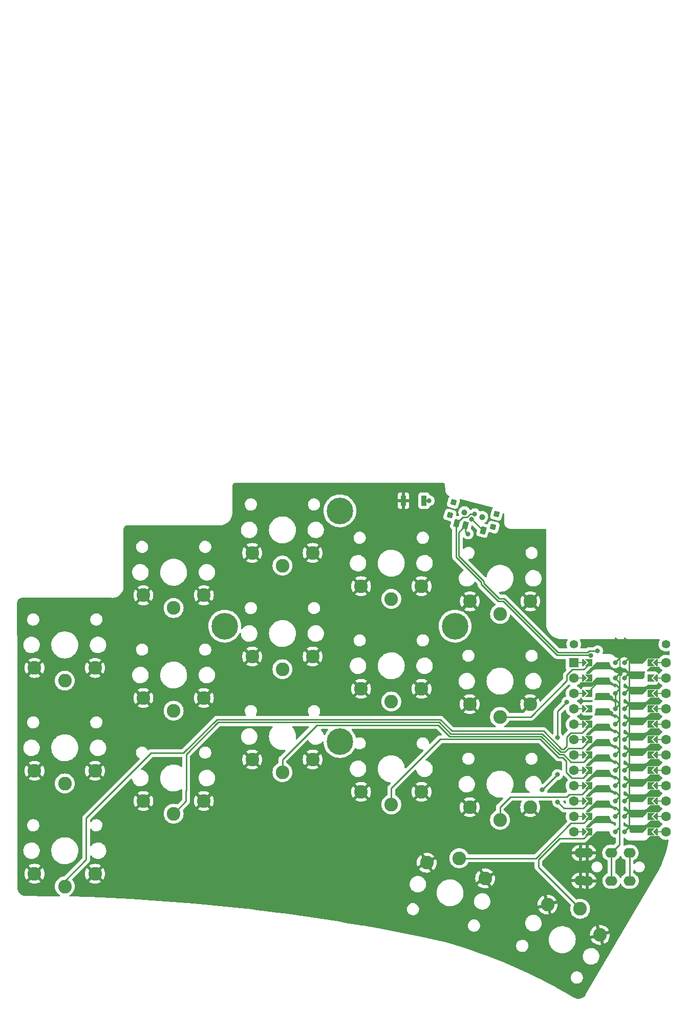
<source format=gbr>
%TF.GenerationSoftware,KiCad,Pcbnew,(6.0.11)*%
%TF.CreationDate,2023-03-31T01:03:24+02:00*%
%TF.ProjectId,half-swept,68616c66-2d73-4776-9570-742e6b696361,rev?*%
%TF.SameCoordinates,Original*%
%TF.FileFunction,Copper,L1,Top*%
%TF.FilePolarity,Positive*%
%FSLAX46Y46*%
G04 Gerber Fmt 4.6, Leading zero omitted, Abs format (unit mm)*
G04 Created by KiCad (PCBNEW (6.0.11)) date 2023-03-31 01:03:24*
%MOMM*%
%LPD*%
G01*
G04 APERTURE LIST*
G04 Aperture macros list*
%AMRotRect*
0 Rectangle, with rotation*
0 The origin of the aperture is its center*
0 $1 length*
0 $2 width*
0 $3 Rotation angle, in degrees counterclockwise*
0 Add horizontal line*
21,1,$1,$2,0,0,$3*%
%AMFreePoly0*
4,1,5,0.125000,-0.500000,-0.125000,-0.500000,-0.125000,0.500000,0.125000,0.500000,0.125000,-0.500000,0.125000,-0.500000,$1*%
%AMFreePoly1*
4,1,6,0.600000,0.200000,0.000000,-0.400000,-0.600000,0.200000,-0.600000,0.400000,0.600000,0.400000,0.600000,0.200000,0.600000,0.200000,$1*%
%AMFreePoly2*
4,1,6,0.600000,-0.250000,-0.600000,-0.250000,-0.600000,1.000000,0.000000,0.400000,0.600000,1.000000,0.600000,-0.250000,0.600000,-0.250000,$1*%
%AMFreePoly3*
4,1,49,0.088388,4.152388,0.850389,3.390388,0.863708,3.372551,0.867189,3.369530,0.867982,3.366827,0.871852,3.361644,0.878333,3.331543,0.887000,3.302000,0.887000,0.762000,0.883805,0.739969,0.884131,0.735371,0.882780,0.732898,0.881852,0.726498,0.865154,0.700638,0.850389,0.673612,0.088388,-0.088388,0.064607,-0.106146,0.062500,-0.108253,0.061385,-0.108552,0.059644,-0.109852,
0.043810,-0.113261,0.000000,-0.125000,-0.004774,-0.123721,-0.009154,-0.124664,-0.028953,-0.117242,-0.062500,-0.108253,-0.068237,-0.102516,-0.075052,-0.099961,-0.087614,-0.083139,-0.108253,-0.062500,-0.111178,-0.051584,-0.117161,-0.043572,-0.118539,-0.024114,-0.125000,0.000000,-0.121239,0.014035,-0.122131,0.026629,-0.113759,0.041953,-0.108253,0.062500,-0.095642,0.075111,-0.088388,0.088388,
0.637000,0.813777,0.637000,3.250223,-0.088388,3.975612,-0.109852,4.004356,-0.124664,4.073154,-0.099961,4.139052,-0.043572,4.181161,0.026629,4.186131,0.088388,4.152388,0.088388,4.152388,$1*%
%AMFreePoly4*
4,1,49,0.088388,4.152388,0.854389,3.386388,0.867708,3.368551,0.871189,3.365530,0.871982,3.362827,0.875852,3.357644,0.882333,3.327543,0.891000,3.298000,0.891000,0.766000,0.887805,0.743969,0.888131,0.739371,0.886780,0.736898,0.885852,0.730498,0.869154,0.704638,0.854389,0.677612,0.088388,-0.088388,0.064607,-0.106146,0.062500,-0.108253,0.061385,-0.108552,0.059644,-0.109852,
0.043810,-0.113261,0.000000,-0.125000,-0.004774,-0.123721,-0.009154,-0.124664,-0.028953,-0.117242,-0.062500,-0.108253,-0.068237,-0.102516,-0.075052,-0.099961,-0.087614,-0.083139,-0.108253,-0.062500,-0.111178,-0.051584,-0.117161,-0.043572,-0.118539,-0.024114,-0.125000,0.000000,-0.121239,0.014035,-0.122131,0.026629,-0.113759,0.041953,-0.108253,0.062500,-0.095642,0.075111,-0.088388,0.088388,
0.641000,0.817777,0.641000,3.246223,-0.088388,3.975612,-0.109852,4.004356,-0.124664,4.073154,-0.099961,4.139052,-0.043572,4.181161,0.026629,4.186131,0.088388,4.152388,0.088388,4.152388,$1*%
G04 Aperture macros list end*
%TA.AperFunction,ComponentPad*%
%ADD10C,1.397000*%
%TD*%
%TA.AperFunction,ComponentPad*%
%ADD11O,2.000000X1.600000*%
%TD*%
%TA.AperFunction,ComponentPad*%
%ADD12C,2.262000*%
%TD*%
%TA.AperFunction,SMDPad,CuDef*%
%ADD13FreePoly0,270.000000*%
%TD*%
%TA.AperFunction,ComponentPad*%
%ADD14C,1.600000*%
%TD*%
%TA.AperFunction,SMDPad,CuDef*%
%ADD15FreePoly1,270.000000*%
%TD*%
%TA.AperFunction,SMDPad,CuDef*%
%ADD16FreePoly0,90.000000*%
%TD*%
%TA.AperFunction,SMDPad,CuDef*%
%ADD17FreePoly1,90.000000*%
%TD*%
%TA.AperFunction,ComponentPad*%
%ADD18R,1.600000X1.600000*%
%TD*%
%TA.AperFunction,ComponentPad*%
%ADD19C,0.800000*%
%TD*%
%TA.AperFunction,SMDPad,CuDef*%
%ADD20FreePoly2,90.000000*%
%TD*%
%TA.AperFunction,SMDPad,CuDef*%
%ADD21FreePoly3,90.000000*%
%TD*%
%TA.AperFunction,SMDPad,CuDef*%
%ADD22FreePoly4,270.000000*%
%TD*%
%TA.AperFunction,SMDPad,CuDef*%
%ADD23FreePoly2,270.000000*%
%TD*%
%TA.AperFunction,ComponentPad*%
%ADD24C,4.400000*%
%TD*%
%TA.AperFunction,WasherPad*%
%ADD25C,1.000000*%
%TD*%
%TA.AperFunction,SMDPad,CuDef*%
%ADD26RotRect,0.900000X0.900000X344.500000*%
%TD*%
%TA.AperFunction,SMDPad,CuDef*%
%ADD27RotRect,0.900000X1.250000X344.500000*%
%TD*%
%TA.AperFunction,SMDPad,CuDef*%
%ADD28R,0.900000X1.700000*%
%TD*%
%TA.AperFunction,ViaPad*%
%ADD29C,0.800000*%
%TD*%
%TA.AperFunction,Conductor*%
%ADD30C,0.250000*%
%TD*%
G04 APERTURE END LIST*
D10*
%TO.P,B+,1*%
%TO.N,BT+_r*%
X126492000Y-45974000D03*
%TD*%
%TO.P,B-,1*%
%TO.N,gnd*%
X111252000Y-45974000D03*
%TD*%
D11*
%TO.P,J2,R1*%
%TO.N,Switch18*%
X117478000Y-80420000D03*
X117498000Y-85050000D03*
%TO.P,J2,R2*%
%TO.N,vcc*%
X120498000Y-85050000D03*
X120478000Y-80420000D03*
%TO.P,J2,S*%
%TO.N,gnd*%
X112398000Y-80450000D03*
X112378000Y-85020000D03*
%TO.P,J2,T*%
X113478000Y-80420000D03*
X113498000Y-85050000D03*
%TD*%
D12*
%TO.P,SW1,1*%
%TO.N,Switch1*%
X27080000Y-51980000D03*
%TO.P,SW1,2*%
%TO.N,gnd*%
X32080000Y-49880000D03*
X22080000Y-49880000D03*
%TD*%
%TO.P,SW2,1*%
%TO.N,Switch2*%
X45080000Y-39980000D03*
%TO.P,SW2,2*%
%TO.N,gnd*%
X40080000Y-37880000D03*
X50080000Y-37880000D03*
%TD*%
%TO.P,SW3,1*%
%TO.N,Switch3*%
X63080000Y-32980000D03*
%TO.P,SW3,2*%
%TO.N,gnd*%
X58080000Y-30880000D03*
X68080000Y-30880000D03*
%TD*%
%TO.P,SW4,1*%
%TO.N,Switch4*%
X81080000Y-38480000D03*
%TO.P,SW4,2*%
%TO.N,gnd*%
X76080000Y-36380000D03*
X86080000Y-36380000D03*
%TD*%
%TO.P,SW5,1*%
%TO.N,Switch5*%
X99080000Y-40980000D03*
%TO.P,SW5,2*%
%TO.N,gnd*%
X104080000Y-38880000D03*
X94080000Y-38880000D03*
%TD*%
%TO.P,SW6,1*%
%TO.N,Switch6*%
X27080000Y-68980000D03*
%TO.P,SW6,2*%
%TO.N,gnd*%
X32080000Y-66880000D03*
X22080000Y-66880000D03*
%TD*%
%TO.P,SW7,1*%
%TO.N,Switch7*%
X45080000Y-56954000D03*
%TO.P,SW7,2*%
%TO.N,gnd*%
X40080000Y-54854000D03*
X50080000Y-54854000D03*
%TD*%
%TO.P,SW8,1*%
%TO.N,Switch8*%
X63080000Y-50096000D03*
%TO.P,SW8,2*%
%TO.N,gnd*%
X68080000Y-47996000D03*
X58080000Y-47996000D03*
%TD*%
%TO.P,SW9,1*%
%TO.N,Switch9*%
X81080000Y-55430000D03*
%TO.P,SW9,2*%
%TO.N,gnd*%
X86080000Y-53330000D03*
X76080000Y-53330000D03*
%TD*%
%TO.P,SW10,1*%
%TO.N,Switch10*%
X99060000Y-57970000D03*
%TO.P,SW10,2*%
%TO.N,gnd*%
X94060000Y-55870000D03*
X104060000Y-55870000D03*
%TD*%
%TO.P,SW11,1*%
%TO.N,Switch11*%
X27080000Y-85980000D03*
%TO.P,SW11,2*%
%TO.N,gnd*%
X22080000Y-83880000D03*
X32080000Y-83880000D03*
%TD*%
%TO.P,SW12,1*%
%TO.N,Switch12*%
X45080000Y-73972000D03*
%TO.P,SW12,2*%
%TO.N,gnd*%
X50080000Y-71872000D03*
X40080000Y-71872000D03*
%TD*%
%TO.P,SW13,1*%
%TO.N,Switch13*%
X63080000Y-67114000D03*
%TO.P,SW13,2*%
%TO.N,gnd*%
X58080000Y-65014000D03*
X68080000Y-65014000D03*
%TD*%
%TO.P,SW14,1*%
%TO.N,Switch14*%
X81080000Y-72448000D03*
%TO.P,SW14,2*%
%TO.N,gnd*%
X76080000Y-70348000D03*
X86080000Y-70348000D03*
%TD*%
%TO.P,SW15,1*%
%TO.N,Switch15*%
X99060000Y-74988000D03*
%TO.P,SW15,2*%
%TO.N,gnd*%
X94060000Y-72888000D03*
X104060000Y-72888000D03*
%TD*%
%TO.P,SW17,1*%
%TO.N,Switch17*%
X112306000Y-89670450D03*
%TO.P,SW17,2*%
%TO.N,gnd*%
X115586127Y-93989103D03*
X106925873Y-88989103D03*
%TD*%
%TO.P,SW16,1*%
%TO.N,Switch16*%
X92323032Y-81331038D03*
%TO.P,SW16,2*%
%TO.N,gnd*%
X86949883Y-82065387D03*
X96609142Y-84653577D03*
%TD*%
D13*
%TO.P,U1,*%
%TO.N,*%
X125222000Y-69342000D03*
D14*
X111252000Y-74422000D03*
D15*
X124714000Y-69342000D03*
X124714000Y-54102000D03*
D16*
X112522000Y-74422000D03*
D14*
X126492000Y-64262000D03*
X111252000Y-51562000D03*
D17*
X113030000Y-51562000D03*
D16*
X112522000Y-66802000D03*
D13*
X125222000Y-61722000D03*
D17*
X113030000Y-59182000D03*
D14*
X126492000Y-49022000D03*
D17*
X113030000Y-74422000D03*
D16*
X112522000Y-61722000D03*
D14*
X111252000Y-54102000D03*
X126492000Y-51562000D03*
D15*
X124714000Y-64262000D03*
D14*
X126492000Y-69342000D03*
D18*
X111252000Y-49022000D03*
D13*
X125222000Y-56642000D03*
D17*
X113030000Y-56642000D03*
D13*
X125222000Y-71882000D03*
D14*
X111252000Y-59182000D03*
D13*
X125222000Y-66802000D03*
D17*
X113030000Y-49022000D03*
D14*
X126492000Y-66802000D03*
D13*
X125222000Y-59182000D03*
D14*
X126492000Y-56642000D03*
D13*
X125222000Y-76962000D03*
D14*
X126492000Y-74422000D03*
X111252000Y-61722000D03*
D15*
X124714000Y-74422000D03*
D17*
X113030000Y-54102000D03*
D15*
X124714000Y-59182000D03*
X124714000Y-61722000D03*
X124714000Y-71882000D03*
D17*
X113030000Y-76962000D03*
D16*
X112522000Y-59182000D03*
X112522000Y-76962000D03*
X112522000Y-69342000D03*
D17*
X113030000Y-71882000D03*
D14*
X111252000Y-69342000D03*
X126492000Y-76962000D03*
D13*
X125222000Y-74422000D03*
D17*
X113030000Y-69342000D03*
D16*
X112522000Y-54102000D03*
D14*
X111252000Y-66802000D03*
D16*
X112522000Y-56642000D03*
D13*
X125222000Y-54102000D03*
D15*
X124714000Y-51562000D03*
D17*
X113030000Y-64262000D03*
D14*
X111252000Y-56642000D03*
D16*
X112522000Y-64262000D03*
X112522000Y-49022000D03*
D14*
X126492000Y-61722000D03*
X126492000Y-54102000D03*
D13*
X125222000Y-51562000D03*
D15*
X124714000Y-49022000D03*
D14*
X126492000Y-71882000D03*
X126492000Y-59182000D03*
D17*
X113030000Y-61722000D03*
D14*
X111252000Y-64262000D03*
D13*
X125222000Y-49022000D03*
D14*
X111252000Y-76962000D03*
D16*
X112522000Y-51562000D03*
D17*
X113030000Y-66802000D03*
D15*
X124714000Y-76962000D03*
X124714000Y-66802000D03*
D13*
X125222000Y-64262000D03*
D14*
X111252000Y-71882000D03*
D15*
X124714000Y-56642000D03*
D14*
X111252000Y-49022000D03*
D16*
X112522000Y-71882000D03*
D19*
%TO.P,U1,1*%
%TO.N,Switch10*%
X118110000Y-49022000D03*
D20*
X114046000Y-49022000D03*
D21*
X118110000Y-49022000D03*
%TO.P,U1,2*%
%TO.N,Switch18*%
X118110000Y-51562000D03*
D20*
X114046000Y-51562000D03*
D19*
X118110000Y-51562000D03*
%TO.P,U1,3*%
%TO.N,gnd*%
X118110000Y-54102000D03*
D20*
X114046000Y-54102000D03*
D21*
X118110000Y-54102000D03*
%TO.P,U1,4*%
X118110000Y-56642000D03*
D19*
X118110000Y-56642000D03*
D20*
X114046000Y-56642000D03*
D19*
%TO.P,U1,5*%
%TO.N,Switch11*%
X118110000Y-59182000D03*
D21*
X118110000Y-59182000D03*
D20*
X114046000Y-59182000D03*
D21*
%TO.P,U1,6*%
%TO.N,Switch12*%
X118110000Y-61722000D03*
D19*
X118110000Y-61722000D03*
D20*
X114046000Y-61722000D03*
%TO.P,U1,7*%
%TO.N,Switch13*%
X114046000Y-64262000D03*
D21*
X118110000Y-64262000D03*
D19*
X118110000Y-64262000D03*
D21*
%TO.P,U1,8*%
%TO.N,Switch14*%
X118110000Y-66802000D03*
D20*
X114046000Y-66802000D03*
D19*
X118110000Y-66802000D03*
%TO.P,U1,9*%
%TO.N,Switch15*%
X118110000Y-69342000D03*
D21*
X118110000Y-69342000D03*
D20*
X114046000Y-69342000D03*
%TO.P,U1,10*%
%TO.N,Switch1*%
X114046000Y-71882000D03*
D21*
X118110000Y-71882000D03*
D19*
X118110000Y-71882000D03*
D20*
%TO.P,U1,11*%
%TO.N,Switch16*%
X114046000Y-74422000D03*
D19*
X118110000Y-74422000D03*
D21*
X118110000Y-74422000D03*
D20*
%TO.P,U1,12*%
%TO.N,Switch17*%
X114046000Y-76962000D03*
D19*
X118110000Y-76962000D03*
D21*
X118110000Y-76962000D03*
D22*
%TO.P,U1,13*%
%TO.N,Switch9*%
X119634000Y-76962000D03*
D19*
X119634000Y-76962000D03*
D23*
X123698000Y-76962000D03*
%TO.P,U1,14*%
%TO.N,Switch8*%
X123698000Y-74422000D03*
D22*
X119634000Y-74422000D03*
D19*
X119634000Y-74422000D03*
D22*
%TO.P,U1,15*%
%TO.N,Switch7*%
X119634000Y-71882000D03*
D23*
X123698000Y-71882000D03*
D19*
X119634000Y-71882000D03*
D22*
%TO.P,U1,16*%
%TO.N,Switch6*%
X119634000Y-69342000D03*
D19*
X119634000Y-69342000D03*
D23*
X123698000Y-69342000D03*
D19*
%TO.P,U1,17*%
%TO.N,Switch2*%
X119634000Y-66802000D03*
D22*
X119634000Y-66802000D03*
D23*
X123698000Y-66802000D03*
%TO.P,U1,18*%
%TO.N,Switch3*%
X123698000Y-64262000D03*
D22*
X119634000Y-64262000D03*
D19*
X119634000Y-64262000D03*
D23*
%TO.P,U1,19*%
%TO.N,Switch4*%
X123698000Y-61722000D03*
D19*
X119634000Y-61722000D03*
D22*
X119634000Y-61722000D03*
D23*
%TO.P,U1,20*%
%TO.N,Switch5*%
X123698000Y-59182000D03*
D19*
X119634000Y-59182000D03*
D22*
X119634000Y-59182000D03*
%TO.P,U1,21*%
%TO.N,vcc*%
X119634000Y-56642000D03*
D23*
X123698000Y-56642000D03*
D19*
X119634000Y-56642000D03*
D23*
%TO.P,U1,22*%
%TO.N,reset*%
X123698000Y-54102000D03*
D22*
X119634000Y-54102000D03*
D19*
X119634000Y-54102000D03*
%TO.P,U1,23*%
%TO.N,gnd*%
X119634000Y-51562000D03*
D22*
X119634000Y-51562000D03*
D23*
X123698000Y-51562000D03*
D22*
%TO.P,U1,24*%
%TO.N,raw*%
X119634000Y-49022000D03*
D23*
X123698000Y-49022000D03*
D19*
X119634000Y-49022000D03*
%TD*%
D24*
%TO.P,REF\u002A\u002A,1*%
%TO.N,N/C*%
X72580000Y-23930000D03*
X72580000Y-62030000D03*
X91630000Y-42980000D03*
X53530000Y-42980000D03*
%TD*%
D25*
%TO.P,POWER SW,*%
%TO.N,*%
X93194954Y-24169715D03*
X96085846Y-24971431D03*
D26*
%TO.P,POWER SW,0*%
%TO.N,N/C*%
X98499795Y-24499361D03*
X90781005Y-24641785D03*
X97911870Y-26619348D03*
X91368930Y-22521798D03*
D27*
%TO.P,POWER SW,1*%
%TO.N,Net-(SW_POWERR1-Pad1)*%
X96254049Y-27171393D03*
%TO.P,POWER SW,2*%
%TO.N,BT+_r*%
X93363158Y-26369676D03*
%TO.P,POWER SW,3*%
%TO.N,raw*%
X91917712Y-25968820D03*
%TD*%
D28*
%TO.P,RSW2,1*%
%TO.N,gnd*%
X83085200Y-22250400D03*
%TO.P,RSW2,2*%
%TO.N,reset*%
X86485200Y-22250400D03*
%TD*%
D29*
%TO.N,gnd*%
X115163600Y-52273200D03*
X109372400Y-45669200D03*
X89357200Y-22453600D03*
%TO.N,vcc*%
X106019600Y-70002400D03*
X110134400Y-55524400D03*
X108559600Y-67513200D03*
X108559600Y-61417200D03*
%TO.N,reset*%
X87325200Y-22250400D03*
%TO.N,Switch1*%
X108610400Y-72034400D03*
%TO.N,raw*%
X94894400Y-24434800D03*
X114046000Y-47853600D03*
%TO.N,BT+_r*%
X115214400Y-47072415D03*
X93776800Y-27736800D03*
%TO.N,Net-(SW_POWERR1-Pad1)*%
X94335600Y-25298400D03*
%TD*%
D30*
%TO.N,gnd*%
X114046000Y-53390800D02*
X115163600Y-52273200D01*
X118110000Y-56642000D02*
X118110000Y-54102000D01*
X114046000Y-54102000D02*
X114046000Y-53390800D01*
%TO.N,vcc*%
X120498000Y-85050000D02*
X120498000Y-80440000D01*
X108559600Y-57099200D02*
X108559600Y-61417200D01*
X106019600Y-70002400D02*
X106070400Y-70002400D01*
X106070400Y-70002400D02*
X108559600Y-67513200D01*
X120498000Y-80440000D02*
X120478000Y-80420000D01*
X110134400Y-55524400D02*
X108559600Y-57099200D01*
%TO.N,Switch18*%
X118110000Y-51562000D02*
X118834511Y-52286511D01*
X118834511Y-52286511D02*
X118834511Y-79063489D01*
X117498000Y-80440000D02*
X117478000Y-80420000D01*
X118834511Y-79063489D02*
X117478000Y-80420000D01*
X117498000Y-85050000D02*
X117498000Y-80440000D01*
%TO.N,reset*%
X87325200Y-22250400D02*
X86485200Y-22250400D01*
%TO.N,Switch1*%
X108610400Y-72034400D02*
X109677200Y-73101200D01*
X112826800Y-73101200D02*
X114046000Y-71882000D01*
X109677200Y-73101200D02*
X112826800Y-73101200D01*
%TO.N,Switch10*%
X112921489Y-50146511D02*
X114046000Y-49022000D01*
X110127489Y-51060911D02*
X111041889Y-50146511D01*
X104132800Y-57970000D02*
X110127489Y-51975311D01*
X111041889Y-50146511D02*
X112921489Y-50146511D01*
X110127489Y-51975311D02*
X110127489Y-51060911D01*
X99060000Y-57970000D02*
X104132800Y-57970000D01*
%TO.N,Switch11*%
X106257265Y-60306511D02*
X109255234Y-63304480D01*
X30632400Y-74676000D02*
X41360819Y-63947581D01*
X112630511Y-60597489D02*
X114046000Y-59182000D01*
X27080000Y-85086400D02*
X30632400Y-81534000D01*
X41360819Y-63947581D02*
X46719501Y-63947581D01*
X110083600Y-61300100D02*
X110786211Y-60597489D01*
X91088481Y-60306511D02*
X106257265Y-60306511D01*
X109255234Y-63304480D02*
X109592602Y-63304480D01*
X109592602Y-63304480D02*
X110083600Y-62813482D01*
X46719501Y-63947581D02*
X52247082Y-58420000D01*
X30632400Y-81534000D02*
X30632400Y-74676000D01*
X110786211Y-60597489D02*
X112630511Y-60597489D01*
X52247082Y-58420000D02*
X89201970Y-58420000D01*
X27080000Y-85980000D02*
X27080000Y-85086400D01*
X89201970Y-58420000D02*
X91088481Y-60306511D01*
X110083600Y-62813482D02*
X110083600Y-61300100D01*
%TO.N,Switch12*%
X112630511Y-63137489D02*
X114046000Y-61722000D01*
X47142400Y-71909600D02*
X47142400Y-70161021D01*
X52433280Y-58869520D02*
X89015773Y-58869520D01*
X47169021Y-70161021D02*
X47169021Y-64133779D01*
X109778800Y-63754000D02*
X110395311Y-63137489D01*
X47142400Y-70161021D02*
X47169021Y-70161021D01*
X110395311Y-63137489D02*
X112630511Y-63137489D01*
X47169021Y-64133779D02*
X52433280Y-58869520D01*
X90902284Y-60756031D02*
X106071067Y-60756031D01*
X45080000Y-73972000D02*
X47142400Y-71909600D01*
X106071067Y-60756031D02*
X109069036Y-63754000D01*
X89015773Y-58869520D02*
X90902284Y-60756031D01*
X109069036Y-63754000D02*
X109778800Y-63754000D01*
%TO.N,Switch13*%
X63080000Y-64980992D02*
X68741952Y-59319040D01*
X90716086Y-61205551D02*
X105884869Y-61205551D01*
X112877600Y-65430400D02*
X114046000Y-64262000D01*
X63080000Y-67114000D02*
X63080000Y-64980992D01*
X110794800Y-65430400D02*
X112877600Y-65430400D01*
X88829575Y-59319040D02*
X90716086Y-61205551D01*
X108882839Y-64203520D02*
X109567920Y-64203520D01*
X109567920Y-64203520D02*
X110794800Y-65430400D01*
X68741952Y-59319040D02*
X88829575Y-59319040D01*
X105884869Y-61205551D02*
X108882839Y-64203520D01*
%TO.N,Switch14*%
X89170129Y-61655071D02*
X105698671Y-61655071D01*
X109381722Y-64653040D02*
X109982000Y-65253318D01*
X109982000Y-67122300D02*
X110931700Y-68072000D01*
X108696642Y-64653040D02*
X109381722Y-64653040D01*
X81080000Y-69745200D02*
X89170129Y-61655071D01*
X109982000Y-65253318D02*
X109982000Y-67122300D01*
X105698671Y-61655071D02*
X108696642Y-64653040D01*
X81080000Y-72448000D02*
X81080000Y-69745200D01*
X112776000Y-68072000D02*
X114046000Y-66802000D01*
X110931700Y-68072000D02*
X112776000Y-68072000D01*
%TO.N,Switch15*%
X110126650Y-71170800D02*
X110539961Y-70757489D01*
X99060000Y-74988000D02*
X99060000Y-72854992D01*
X100744192Y-71170800D02*
X110126650Y-71170800D01*
X112630511Y-70757489D02*
X114046000Y-69342000D01*
X99060000Y-72854992D02*
X100744192Y-71170800D01*
X110539961Y-70757489D02*
X112630511Y-70757489D01*
%TO.N,Switch16*%
X110786211Y-75546511D02*
X112921489Y-75546511D01*
X112921489Y-75546511D02*
X114046000Y-74422000D01*
X105001684Y-81331038D02*
X110786211Y-75546511D01*
X92323032Y-81331038D02*
X105001684Y-81331038D01*
%TO.N,Switch17*%
X108881929Y-78086511D02*
X112921489Y-78086511D01*
X105410000Y-82774450D02*
X105410000Y-81558440D01*
X105410000Y-81558440D02*
X108881929Y-78086511D01*
X112921489Y-78086511D02*
X114046000Y-76962000D01*
X112306000Y-89670450D02*
X105410000Y-82774450D01*
%TO.N,raw*%
X108458000Y-47752000D02*
X99568000Y-38862000D01*
X114046000Y-47853600D02*
X113944400Y-47752000D01*
X99568000Y-38862000D02*
X98755200Y-38862000D01*
X92888235Y-24998297D02*
X93611089Y-24998297D01*
X113944400Y-47752000D02*
X108458000Y-47752000D01*
X95968880Y-36075680D02*
X95968880Y-35735872D01*
X93611089Y-24998297D02*
X94174586Y-24434800D01*
X91803280Y-26083252D02*
X91917712Y-25968820D01*
X91803280Y-31570272D02*
X91803280Y-26083252D01*
X95968880Y-35735872D02*
X91803280Y-31570272D01*
X98755200Y-38862000D02*
X95968880Y-36075680D01*
X94174586Y-24434800D02*
X94894400Y-24434800D01*
X91917712Y-25968820D02*
X92888235Y-24998297D01*
%TO.N,BT+_r*%
X98941398Y-38412480D02*
X96418400Y-35889482D01*
X96418400Y-35549674D02*
X92252800Y-31384074D01*
X115214400Y-47072415D02*
X113802571Y-47072415D01*
X113572506Y-47302480D02*
X108644198Y-47302480D01*
X99754198Y-38412480D02*
X98941398Y-38412480D01*
X92252800Y-27480034D02*
X93363158Y-26369676D01*
X93363158Y-27323158D02*
X93776800Y-27736800D01*
X92252800Y-31384074D02*
X92252800Y-27480034D01*
X108644198Y-47302480D02*
X99754198Y-38412480D01*
X113802571Y-47072415D02*
X113572506Y-47302480D01*
X93363158Y-26369676D02*
X93363158Y-27323158D01*
X96418400Y-35889482D02*
X96418400Y-35549674D01*
%TO.N,Net-(SW_POWERR1-Pad1)*%
X94381056Y-25298400D02*
X96254049Y-27171393D01*
X94335600Y-25298400D02*
X94381056Y-25298400D01*
%TD*%
%TA.AperFunction,Conductor*%
%TO.N,gnd*%
G36*
X61412757Y-59523022D02*
G01*
X61459250Y-59576678D01*
X61469354Y-59646952D01*
X61440304Y-59711017D01*
X61400812Y-59757094D01*
X61303586Y-59870529D01*
X61295991Y-59879390D01*
X61293717Y-59882892D01*
X61293713Y-59882897D01*
X61141480Y-60117315D01*
X61135151Y-60127061D01*
X61133357Y-60130839D01*
X61133356Y-60130841D01*
X61106121Y-60188198D01*
X61008481Y-60393828D01*
X61007202Y-60397811D01*
X61007201Y-60397814D01*
X60919485Y-60671017D01*
X60918205Y-60675004D01*
X60913573Y-60700746D01*
X60870593Y-60939625D01*
X60865910Y-60965650D01*
X60865721Y-60969817D01*
X60865720Y-60969824D01*
X60853310Y-61243126D01*
X60852514Y-61260659D01*
X60852877Y-61264807D01*
X60852877Y-61264811D01*
X60863967Y-61391572D01*
X60878252Y-61554849D01*
X60879162Y-61558921D01*
X60879163Y-61558926D01*
X60939592Y-61829269D01*
X60942672Y-61843050D01*
X60944115Y-61846973D01*
X60944116Y-61846975D01*
X60970324Y-61918206D01*
X61044644Y-62120199D01*
X61046591Y-62123892D01*
X61046592Y-62123894D01*
X61086729Y-62200020D01*
X61182374Y-62381427D01*
X61205848Y-62414458D01*
X61351019Y-62618735D01*
X61351024Y-62618741D01*
X61353443Y-62622145D01*
X61356287Y-62625195D01*
X61356292Y-62625201D01*
X61485258Y-62763500D01*
X61554846Y-62838124D01*
X61783045Y-63025568D01*
X62034029Y-63181185D01*
X62303390Y-63302241D01*
X62440265Y-63343045D01*
X62581367Y-63385109D01*
X62586395Y-63386608D01*
X62590515Y-63387261D01*
X62590517Y-63387261D01*
X62874592Y-63432255D01*
X62874598Y-63432256D01*
X62878073Y-63432806D01*
X62902632Y-63433921D01*
X62969017Y-63436936D01*
X62969038Y-63436936D01*
X62970437Y-63437000D01*
X63154901Y-63437000D01*
X63374664Y-63422403D01*
X63426535Y-63411944D01*
X63497265Y-63418087D01*
X63553446Y-63461494D01*
X63577240Y-63528385D01*
X63561094Y-63597521D01*
X63540534Y-63624553D01*
X62687747Y-64477340D01*
X62679461Y-64484880D01*
X62672982Y-64488992D01*
X62667557Y-64494769D01*
X62626357Y-64538643D01*
X62623602Y-64541485D01*
X62603865Y-64561222D01*
X62601385Y-64564419D01*
X62593682Y-64573439D01*
X62563414Y-64605671D01*
X62559595Y-64612617D01*
X62559593Y-64612620D01*
X62553652Y-64623426D01*
X62542801Y-64639945D01*
X62530386Y-64655951D01*
X62527241Y-64663220D01*
X62527238Y-64663224D01*
X62512826Y-64696529D01*
X62507609Y-64707179D01*
X62486305Y-64745932D01*
X62484334Y-64753607D01*
X62484334Y-64753608D01*
X62481267Y-64765554D01*
X62474863Y-64784258D01*
X62466819Y-64802847D01*
X62465580Y-64810670D01*
X62465577Y-64810680D01*
X62459901Y-64846516D01*
X62457495Y-64858136D01*
X62453050Y-64875450D01*
X62446500Y-64900962D01*
X62446500Y-64921216D01*
X62444949Y-64940926D01*
X62441780Y-64960935D01*
X62442526Y-64968827D01*
X62445941Y-65004953D01*
X62446500Y-65016811D01*
X62446500Y-65517631D01*
X62426498Y-65585752D01*
X62368718Y-65634040D01*
X62337955Y-65646782D01*
X62337951Y-65646784D01*
X62333381Y-65648677D01*
X62329161Y-65651263D01*
X62316209Y-65659200D01*
X62113346Y-65783515D01*
X61917113Y-65951113D01*
X61749515Y-66147346D01*
X61614677Y-66367381D01*
X61612784Y-66371951D01*
X61612782Y-66371955D01*
X61522263Y-66590489D01*
X61515921Y-66605800D01*
X61506008Y-66647091D01*
X61456832Y-66851920D01*
X61456831Y-66851926D01*
X61455677Y-66856733D01*
X61435430Y-67114000D01*
X61455677Y-67371267D01*
X61456831Y-67376074D01*
X61456832Y-67376080D01*
X61487802Y-67505076D01*
X61515921Y-67622200D01*
X61517814Y-67626771D01*
X61517815Y-67626773D01*
X61611169Y-67852149D01*
X61614677Y-67860619D01*
X61749515Y-68080654D01*
X61917113Y-68276887D01*
X62113346Y-68444485D01*
X62333381Y-68579323D01*
X62337951Y-68581216D01*
X62337955Y-68581218D01*
X62567227Y-68676185D01*
X62571800Y-68678079D01*
X62631743Y-68692470D01*
X62817920Y-68737168D01*
X62817926Y-68737169D01*
X62822733Y-68738323D01*
X63080000Y-68758570D01*
X63337267Y-68738323D01*
X63342074Y-68737169D01*
X63342080Y-68737168D01*
X63528257Y-68692470D01*
X63588200Y-68678079D01*
X63592773Y-68676185D01*
X63822045Y-68581218D01*
X63822049Y-68581216D01*
X63826619Y-68579323D01*
X64046654Y-68444485D01*
X64242887Y-68276887D01*
X64410485Y-68080654D01*
X64545323Y-67860619D01*
X64548832Y-67852149D01*
X64642185Y-67626773D01*
X64642186Y-67626771D01*
X64644079Y-67622200D01*
X64672198Y-67505076D01*
X64703168Y-67376080D01*
X64703169Y-67376074D01*
X64704323Y-67371267D01*
X64724570Y-67114000D01*
X64704323Y-66856733D01*
X64703169Y-66851926D01*
X64703168Y-66851920D01*
X64653992Y-66647091D01*
X64644079Y-66605800D01*
X64637737Y-66590489D01*
X64547218Y-66371955D01*
X64547216Y-66371951D01*
X64545323Y-66367381D01*
X64530216Y-66342728D01*
X67116628Y-66342728D01*
X67120521Y-66348295D01*
X67329389Y-66476289D01*
X67338184Y-66480770D01*
X67567382Y-66575708D01*
X67576767Y-66578757D01*
X67817998Y-66636672D01*
X67827745Y-66638215D01*
X68075070Y-66657680D01*
X68084930Y-66657680D01*
X68332255Y-66638215D01*
X68342002Y-66636672D01*
X68583233Y-66578757D01*
X68592618Y-66575708D01*
X68814665Y-66483732D01*
X74217200Y-66483732D01*
X74217400Y-66489062D01*
X74217400Y-66489063D01*
X74221364Y-66594659D01*
X74225854Y-66714268D01*
X74273228Y-66940050D01*
X74275186Y-66945009D01*
X74275187Y-66945011D01*
X74293716Y-66991928D01*
X74357967Y-67154622D01*
X74426858Y-67268151D01*
X74456497Y-67316994D01*
X74477647Y-67351849D01*
X74481144Y-67355879D01*
X74621186Y-67517263D01*
X74628847Y-67526092D01*
X74642300Y-67537123D01*
X74803115Y-67668984D01*
X74803121Y-67668988D01*
X74807243Y-67672368D01*
X75007735Y-67786494D01*
X75012751Y-67788315D01*
X75012756Y-67788317D01*
X75219575Y-67863389D01*
X75219579Y-67863390D01*
X75224590Y-67865209D01*
X75229839Y-67866158D01*
X75229842Y-67866159D01*
X75447523Y-67905522D01*
X75447530Y-67905523D01*
X75451607Y-67906260D01*
X75469344Y-67907096D01*
X75474292Y-67907330D01*
X75474299Y-67907330D01*
X75475780Y-67907400D01*
X75637925Y-67907400D01*
X75719079Y-67900514D01*
X75804562Y-67893261D01*
X75804566Y-67893260D01*
X75809873Y-67892810D01*
X75815028Y-67891472D01*
X75815034Y-67891471D01*
X76028003Y-67836195D01*
X76028007Y-67836194D01*
X76033172Y-67834853D01*
X76038038Y-67832661D01*
X76038041Y-67832660D01*
X76238649Y-67742293D01*
X76243515Y-67740101D01*
X76247935Y-67737125D01*
X76247939Y-67737123D01*
X76381904Y-67646931D01*
X76434885Y-67611262D01*
X76601812Y-67452022D01*
X76688792Y-67335117D01*
X76736337Y-67271214D01*
X76736339Y-67271211D01*
X76739521Y-67266934D01*
X76790665Y-67166341D01*
X76841658Y-67066046D01*
X76841658Y-67066045D01*
X76844077Y-67061288D01*
X76881947Y-66939328D01*
X76910905Y-66846070D01*
X76910906Y-66846064D01*
X76912489Y-66840967D01*
X76928590Y-66719486D01*
X76942100Y-66617553D01*
X76942100Y-66617548D01*
X76942800Y-66612268D01*
X76942568Y-66606072D01*
X76936709Y-66450012D01*
X76934146Y-66381732D01*
X76886772Y-66155950D01*
X76802033Y-65941378D01*
X76697285Y-65768758D01*
X76685122Y-65748714D01*
X76685121Y-65748713D01*
X76682353Y-65744151D01*
X76654775Y-65712370D01*
X76534653Y-65573941D01*
X76534651Y-65573939D01*
X76531153Y-65569908D01*
X76467397Y-65517631D01*
X76356885Y-65427016D01*
X76356879Y-65427012D01*
X76352757Y-65423632D01*
X76152265Y-65309506D01*
X76147249Y-65307685D01*
X76147244Y-65307683D01*
X75940425Y-65232611D01*
X75940421Y-65232610D01*
X75935410Y-65230791D01*
X75930161Y-65229842D01*
X75930158Y-65229841D01*
X75712477Y-65190478D01*
X75712470Y-65190477D01*
X75708393Y-65189740D01*
X75690656Y-65188904D01*
X75685708Y-65188670D01*
X75685701Y-65188670D01*
X75684220Y-65188600D01*
X75522075Y-65188600D01*
X75455119Y-65194281D01*
X75355438Y-65202739D01*
X75355434Y-65202740D01*
X75350127Y-65203190D01*
X75344972Y-65204528D01*
X75344966Y-65204529D01*
X75131997Y-65259805D01*
X75131993Y-65259806D01*
X75126828Y-65261147D01*
X75121962Y-65263339D01*
X75121959Y-65263340D01*
X74961261Y-65335729D01*
X74916485Y-65355899D01*
X74912065Y-65358875D01*
X74912061Y-65358877D01*
X74841371Y-65406469D01*
X74725115Y-65484738D01*
X74558188Y-65643978D01*
X74540555Y-65667678D01*
X74427342Y-65819842D01*
X74420479Y-65829066D01*
X74418064Y-65833816D01*
X74347056Y-65973479D01*
X74315923Y-66034712D01*
X74286942Y-66128045D01*
X74249095Y-66249930D01*
X74249094Y-66249936D01*
X74247511Y-66255033D01*
X74237683Y-66329189D01*
X74220998Y-66455077D01*
X74217200Y-66483732D01*
X68814665Y-66483732D01*
X68821816Y-66480770D01*
X68830611Y-66476289D01*
X69037997Y-66349203D01*
X69043446Y-66340852D01*
X69037442Y-66330652D01*
X68092812Y-65386022D01*
X68078868Y-65378408D01*
X68077035Y-65378539D01*
X68070420Y-65382790D01*
X67124021Y-66329189D01*
X67116628Y-66342728D01*
X64530216Y-66342728D01*
X64410485Y-66147346D01*
X64242887Y-65951113D01*
X64046654Y-65783515D01*
X63843791Y-65659200D01*
X63830839Y-65651263D01*
X63826619Y-65648677D01*
X63822049Y-65646784D01*
X63822045Y-65646782D01*
X63791282Y-65634040D01*
X63736001Y-65589492D01*
X63713500Y-65517631D01*
X63713500Y-65295586D01*
X63733502Y-65227465D01*
X63750405Y-65206491D01*
X63937966Y-65018930D01*
X66436320Y-65018930D01*
X66455785Y-65266255D01*
X66457328Y-65276002D01*
X66515243Y-65517233D01*
X66518292Y-65526618D01*
X66613230Y-65755816D01*
X66617711Y-65764611D01*
X66744797Y-65971997D01*
X66753148Y-65977446D01*
X66763348Y-65971442D01*
X67707978Y-65026812D01*
X67714356Y-65015132D01*
X68444408Y-65015132D01*
X68444539Y-65016965D01*
X68448790Y-65023580D01*
X69395189Y-65969979D01*
X69408728Y-65977372D01*
X69414295Y-65973479D01*
X69542289Y-65764611D01*
X69546770Y-65755816D01*
X69641708Y-65526618D01*
X69644757Y-65517233D01*
X69702672Y-65276002D01*
X69704215Y-65266255D01*
X69723680Y-65018930D01*
X69723680Y-65009070D01*
X69704215Y-64761745D01*
X69702672Y-64751998D01*
X69644757Y-64510767D01*
X69641708Y-64501382D01*
X69546770Y-64272184D01*
X69542289Y-64263389D01*
X69415203Y-64056003D01*
X69406852Y-64050554D01*
X69396652Y-64056558D01*
X68452022Y-65001188D01*
X68444408Y-65015132D01*
X67714356Y-65015132D01*
X67715592Y-65012868D01*
X67715461Y-65011035D01*
X67711210Y-65004420D01*
X66764811Y-64058021D01*
X66751272Y-64050628D01*
X66745705Y-64054521D01*
X66617711Y-64263389D01*
X66613230Y-64272184D01*
X66518292Y-64501382D01*
X66515243Y-64510767D01*
X66457328Y-64751998D01*
X66455785Y-64761745D01*
X66436320Y-65009070D01*
X66436320Y-65018930D01*
X63937966Y-65018930D01*
X65269748Y-63687148D01*
X67116554Y-63687148D01*
X67122558Y-63697348D01*
X68067188Y-64641978D01*
X68081132Y-64649592D01*
X68082965Y-64649461D01*
X68089580Y-64645210D01*
X69035979Y-63698811D01*
X69043372Y-63685272D01*
X69039479Y-63679705D01*
X68830611Y-63551711D01*
X68821816Y-63547230D01*
X68592618Y-63452292D01*
X68583233Y-63449243D01*
X68342002Y-63391328D01*
X68332255Y-63389785D01*
X68084930Y-63370320D01*
X68075070Y-63370320D01*
X67827745Y-63389785D01*
X67817998Y-63391328D01*
X67576767Y-63449243D01*
X67567382Y-63452292D01*
X67338184Y-63547230D01*
X67329389Y-63551711D01*
X67122003Y-63678797D01*
X67116554Y-63687148D01*
X65269748Y-63687148D01*
X67160772Y-61796124D01*
X67223084Y-61762098D01*
X67293899Y-61767163D01*
X67350735Y-61809710D01*
X67357590Y-61820851D01*
X67357967Y-61820622D01*
X67372244Y-61844149D01*
X67477647Y-62017849D01*
X67481144Y-62021879D01*
X67624827Y-62187459D01*
X67628847Y-62192092D01*
X67637740Y-62199384D01*
X67803115Y-62334984D01*
X67803121Y-62334988D01*
X67807243Y-62338368D01*
X68007735Y-62452494D01*
X68012751Y-62454315D01*
X68012756Y-62454317D01*
X68219575Y-62529389D01*
X68219579Y-62529390D01*
X68224590Y-62531209D01*
X68229839Y-62532158D01*
X68229842Y-62532159D01*
X68447523Y-62571522D01*
X68447530Y-62571523D01*
X68451607Y-62572260D01*
X68469344Y-62573096D01*
X68474292Y-62573330D01*
X68474299Y-62573330D01*
X68475780Y-62573400D01*
X68637925Y-62573400D01*
X68704881Y-62567719D01*
X68804562Y-62559261D01*
X68804566Y-62559260D01*
X68809873Y-62558810D01*
X68815028Y-62557472D01*
X68815034Y-62557471D01*
X69028003Y-62502195D01*
X69028007Y-62502194D01*
X69033172Y-62500853D01*
X69038038Y-62498661D01*
X69038041Y-62498660D01*
X69238649Y-62408293D01*
X69243515Y-62406101D01*
X69247935Y-62403125D01*
X69247939Y-62403123D01*
X69359880Y-62327759D01*
X69434885Y-62277262D01*
X69601812Y-62118022D01*
X69646035Y-62058584D01*
X69702745Y-62015870D01*
X69773546Y-62010597D01*
X69835957Y-62044439D01*
X69870165Y-62106651D01*
X69872968Y-62127531D01*
X69882131Y-62311584D01*
X69882936Y-62327759D01*
X69883577Y-62331490D01*
X69883578Y-62331498D01*
X69936379Y-62638782D01*
X69938241Y-62649619D01*
X69939329Y-62653258D01*
X69939330Y-62653261D01*
X70030466Y-62957995D01*
X70031814Y-62962504D01*
X70033327Y-62965975D01*
X70033329Y-62965981D01*
X70111582Y-63145522D01*
X70162297Y-63261881D01*
X70164220Y-63265152D01*
X70164222Y-63265156D01*
X70222349Y-63364033D01*
X70327802Y-63543414D01*
X70330103Y-63546429D01*
X70523631Y-63800012D01*
X70523636Y-63800017D01*
X70525931Y-63803025D01*
X70587931Y-63866670D01*
X70743494Y-64026359D01*
X70753814Y-64036953D01*
X70857597Y-64120546D01*
X71005196Y-64239431D01*
X71005201Y-64239435D01*
X71008149Y-64241809D01*
X71285253Y-64414627D01*
X71581112Y-64552903D01*
X71630557Y-64569112D01*
X71875660Y-64649461D01*
X71891440Y-64654634D01*
X72211742Y-64718346D01*
X72215514Y-64718633D01*
X72215522Y-64718634D01*
X72533602Y-64742829D01*
X72533607Y-64742829D01*
X72537379Y-64743116D01*
X72863633Y-64728586D01*
X72923425Y-64718634D01*
X73182037Y-64675590D01*
X73182042Y-64675589D01*
X73185778Y-64674967D01*
X73499149Y-64583034D01*
X73502616Y-64581544D01*
X73502620Y-64581543D01*
X73795721Y-64455616D01*
X73795723Y-64455615D01*
X73799205Y-64454119D01*
X74081601Y-64290091D01*
X74342245Y-64093324D01*
X74512926Y-63928787D01*
X74574632Y-63869303D01*
X74574635Y-63869300D01*
X74577363Y-63866670D01*
X74727984Y-63681661D01*
X74781155Y-63616351D01*
X74781158Y-63616347D01*
X74783549Y-63613410D01*
X74788697Y-63605251D01*
X74955788Y-63340428D01*
X74955790Y-63340425D01*
X74957815Y-63337215D01*
X74963993Y-63324176D01*
X74998430Y-63251486D01*
X75034623Y-63175093D01*
X75081863Y-63122096D01*
X75150258Y-63103052D01*
X75220759Y-63125827D01*
X75327968Y-63200895D01*
X75367761Y-63228758D01*
X75498528Y-63285346D01*
X75537571Y-63302241D01*
X75554916Y-63309747D01*
X75589188Y-63316907D01*
X75749788Y-63350459D01*
X75749792Y-63350459D01*
X75754533Y-63351450D01*
X75759370Y-63351703D01*
X75759374Y-63351704D01*
X75759440Y-63351707D01*
X75761212Y-63351800D01*
X75910967Y-63351800D01*
X76022923Y-63340428D01*
X76056534Y-63337014D01*
X76056535Y-63337014D01*
X76062883Y-63336369D01*
X76257478Y-63275386D01*
X76435837Y-63176521D01*
X76590673Y-63043810D01*
X76715661Y-62882676D01*
X76805696Y-62699701D01*
X76807306Y-62693521D01*
X76855490Y-62508541D01*
X76855490Y-62508538D01*
X76857100Y-62502359D01*
X76861706Y-62414458D01*
X76867438Y-62305094D01*
X76867438Y-62305090D01*
X76867772Y-62298712D01*
X76837278Y-62097078D01*
X76806449Y-62013286D01*
X76769067Y-61911684D01*
X76769066Y-61911683D01*
X76766863Y-61905694D01*
X76659402Y-61732378D01*
X76602169Y-61671855D01*
X76523671Y-61588846D01*
X76519286Y-61584209D01*
X76477356Y-61554849D01*
X76357472Y-61470906D01*
X76357471Y-61470905D01*
X76352239Y-61467242D01*
X76165084Y-61386253D01*
X76110918Y-61374937D01*
X75970212Y-61345541D01*
X75970208Y-61345541D01*
X75965467Y-61344550D01*
X75960630Y-61344297D01*
X75960626Y-61344296D01*
X75960560Y-61344293D01*
X75958788Y-61344200D01*
X75809033Y-61344200D01*
X75747562Y-61350444D01*
X75663466Y-61358986D01*
X75663465Y-61358986D01*
X75657117Y-61359631D01*
X75462522Y-61420614D01*
X75412869Y-61448137D01*
X75396888Y-61456995D01*
X75327611Y-61472525D01*
X75260935Y-61448137D01*
X75218029Y-61391572D01*
X75215267Y-61382707D01*
X75215125Y-61382751D01*
X75203255Y-61344523D01*
X75118282Y-61070863D01*
X74984670Y-60772869D01*
X74816226Y-60493084D01*
X74813899Y-60490100D01*
X74813894Y-60490093D01*
X74617726Y-60238558D01*
X74617724Y-60238556D01*
X74615390Y-60235563D01*
X74547585Y-60167402D01*
X74513723Y-60105001D01*
X74518973Y-60034199D01*
X74561668Y-59977474D01*
X74628253Y-59952838D01*
X74636913Y-59952540D01*
X88514981Y-59952540D01*
X88583102Y-59972542D01*
X88604076Y-59989445D01*
X89421107Y-60806476D01*
X89455133Y-60868788D01*
X89450068Y-60939603D01*
X89407521Y-60996439D01*
X89341001Y-61021250D01*
X89332012Y-61021571D01*
X89248896Y-61021571D01*
X89237713Y-61021044D01*
X89230220Y-61019369D01*
X89222294Y-61019618D01*
X89222293Y-61019618D01*
X89162143Y-61021509D01*
X89158184Y-61021571D01*
X89130273Y-61021571D01*
X89126339Y-61022068D01*
X89126338Y-61022068D01*
X89126273Y-61022076D01*
X89114436Y-61023009D01*
X89082619Y-61024009D01*
X89078158Y-61024149D01*
X89070239Y-61024398D01*
X89052583Y-61029527D01*
X89050787Y-61030049D01*
X89031435Y-61034057D01*
X89024364Y-61034951D01*
X89011332Y-61036597D01*
X89003963Y-61039514D01*
X89003961Y-61039515D01*
X88970226Y-61052871D01*
X88958998Y-61056716D01*
X88916536Y-61069053D01*
X88909713Y-61073088D01*
X88909711Y-61073089D01*
X88899101Y-61079364D01*
X88881353Y-61088059D01*
X88862512Y-61095519D01*
X88856096Y-61100181D01*
X88856095Y-61100181D01*
X88826742Y-61121507D01*
X88816822Y-61128023D01*
X88785594Y-61146491D01*
X88785591Y-61146493D01*
X88778767Y-61150529D01*
X88764446Y-61164850D01*
X88749413Y-61177690D01*
X88733022Y-61189599D01*
X88727971Y-61195705D01*
X88704831Y-61223676D01*
X88696841Y-61232455D01*
X87522019Y-62407276D01*
X87459707Y-62441302D01*
X87388891Y-62436237D01*
X87332056Y-62393690D01*
X87307245Y-62327170D01*
X87307097Y-62311584D01*
X87307772Y-62298712D01*
X87277278Y-62097078D01*
X87246449Y-62013286D01*
X87209067Y-61911684D01*
X87209066Y-61911683D01*
X87206863Y-61905694D01*
X87099402Y-61732378D01*
X87042169Y-61671855D01*
X86963671Y-61588846D01*
X86959286Y-61584209D01*
X86917356Y-61554849D01*
X86797472Y-61470906D01*
X86797471Y-61470905D01*
X86792239Y-61467242D01*
X86605084Y-61386253D01*
X86550918Y-61374937D01*
X86410212Y-61345541D01*
X86410208Y-61345541D01*
X86405467Y-61344550D01*
X86400630Y-61344297D01*
X86400626Y-61344296D01*
X86400560Y-61344293D01*
X86398788Y-61344200D01*
X86249033Y-61344200D01*
X86187562Y-61350444D01*
X86103466Y-61358986D01*
X86103465Y-61358986D01*
X86097117Y-61359631D01*
X85902522Y-61420614D01*
X85724163Y-61519479D01*
X85569327Y-61652190D01*
X85444339Y-61813324D01*
X85354304Y-61996299D01*
X85352695Y-62002477D01*
X85352694Y-62002479D01*
X85306385Y-62180263D01*
X85302900Y-62193641D01*
X85299630Y-62256046D01*
X85292697Y-62388346D01*
X85292228Y-62397288D01*
X85322722Y-62598922D01*
X85324928Y-62604917D01*
X85324928Y-62604918D01*
X85341700Y-62650502D01*
X85393137Y-62790306D01*
X85453997Y-62888463D01*
X85494793Y-62954259D01*
X85500598Y-62963622D01*
X85504979Y-62968255D01*
X85504980Y-62968256D01*
X85609973Y-63079283D01*
X85640714Y-63111791D01*
X85645944Y-63115453D01*
X85645945Y-63115454D01*
X85786174Y-63213643D01*
X85807761Y-63228758D01*
X85938528Y-63285346D01*
X85977571Y-63302241D01*
X85994916Y-63309747D01*
X86029188Y-63316907D01*
X86189788Y-63350459D01*
X86189792Y-63350459D01*
X86194533Y-63351450D01*
X86199370Y-63351703D01*
X86199374Y-63351704D01*
X86199440Y-63351707D01*
X86201212Y-63351800D01*
X86273305Y-63351800D01*
X86341426Y-63371802D01*
X86387919Y-63425458D01*
X86398023Y-63495732D01*
X86368529Y-63560312D01*
X86362400Y-63566895D01*
X83508244Y-66421051D01*
X83445932Y-66455077D01*
X83375117Y-66450012D01*
X83318281Y-66407465D01*
X83293628Y-66342938D01*
X83282112Y-66211313D01*
X83281748Y-66207151D01*
X83280597Y-66202000D01*
X83218240Y-65923028D01*
X83218238Y-65923021D01*
X83217328Y-65918950D01*
X83115356Y-65641801D01*
X83094278Y-65601822D01*
X83023167Y-65466949D01*
X82977626Y-65380573D01*
X82933365Y-65318292D01*
X82808981Y-65143265D01*
X82808976Y-65143259D01*
X82806557Y-65139855D01*
X82803713Y-65136805D01*
X82803708Y-65136799D01*
X82608000Y-64926928D01*
X82605154Y-64923876D01*
X82376955Y-64736432D01*
X82125971Y-64580815D01*
X82109564Y-64573441D01*
X82026919Y-64536299D01*
X81856610Y-64459759D01*
X81646561Y-64397141D01*
X81577604Y-64376584D01*
X81577602Y-64376584D01*
X81573605Y-64375392D01*
X81569485Y-64374739D01*
X81569483Y-64374739D01*
X81285408Y-64329745D01*
X81285402Y-64329744D01*
X81281927Y-64329194D01*
X81257368Y-64328079D01*
X81190983Y-64325064D01*
X81190962Y-64325064D01*
X81189563Y-64325000D01*
X81005099Y-64325000D01*
X80785336Y-64339597D01*
X80781237Y-64340423D01*
X80781233Y-64340424D01*
X80650159Y-64366853D01*
X80495849Y-64397967D01*
X80216625Y-64494112D01*
X80212897Y-64495979D01*
X79969254Y-64617986D01*
X79952569Y-64626341D01*
X79708322Y-64792332D01*
X79705208Y-64795116D01*
X79705207Y-64795117D01*
X79644215Y-64849650D01*
X79488173Y-64989168D01*
X79485456Y-64992338D01*
X79485455Y-64992339D01*
X79302778Y-65205472D01*
X79295991Y-65213390D01*
X79293717Y-65216892D01*
X79293713Y-65216897D01*
X79139330Y-65454626D01*
X79135151Y-65461061D01*
X79133357Y-65464839D01*
X79133356Y-65464841D01*
X79115463Y-65502523D01*
X79008481Y-65727828D01*
X79007202Y-65731811D01*
X79007201Y-65731814D01*
X78930265Y-65971442D01*
X78918205Y-66009004D01*
X78912661Y-66039815D01*
X78870149Y-66276092D01*
X78865910Y-66299650D01*
X78865721Y-66303817D01*
X78865720Y-66303824D01*
X78853236Y-66578757D01*
X78852514Y-66594659D01*
X78852877Y-66598807D01*
X78852877Y-66598811D01*
X78866683Y-66756611D01*
X78878252Y-66888849D01*
X78879162Y-66892921D01*
X78879163Y-66892926D01*
X78940804Y-67168692D01*
X78942672Y-67177050D01*
X79044644Y-67454199D01*
X79046591Y-67457892D01*
X79046592Y-67457894D01*
X79116970Y-67591377D01*
X79182374Y-67715427D01*
X79191939Y-67728886D01*
X79351019Y-67952735D01*
X79351024Y-67952741D01*
X79353443Y-67956145D01*
X79356287Y-67959195D01*
X79356292Y-67959201D01*
X79514760Y-68129137D01*
X79554846Y-68172124D01*
X79783045Y-68359568D01*
X80034029Y-68515185D01*
X80037846Y-68516901D01*
X80037849Y-68516902D01*
X80100408Y-68545017D01*
X80303390Y-68636241D01*
X80404443Y-68666366D01*
X80531758Y-68704320D01*
X80586395Y-68720608D01*
X80590515Y-68721261D01*
X80590517Y-68721261D01*
X80878073Y-68766806D01*
X80877846Y-68768240D01*
X80938187Y-68792813D01*
X80979025Y-68850889D01*
X80981982Y-68921824D01*
X80948807Y-68980487D01*
X80687742Y-69241552D01*
X80679462Y-69249087D01*
X80672982Y-69253200D01*
X80629931Y-69299045D01*
X80626357Y-69302851D01*
X80623602Y-69305693D01*
X80603865Y-69325430D01*
X80601385Y-69328627D01*
X80593682Y-69337647D01*
X80563414Y-69369879D01*
X80559595Y-69376825D01*
X80559593Y-69376828D01*
X80553652Y-69387634D01*
X80542801Y-69404153D01*
X80530386Y-69420159D01*
X80527241Y-69427428D01*
X80527238Y-69427432D01*
X80512826Y-69460737D01*
X80507609Y-69471387D01*
X80486305Y-69510140D01*
X80484334Y-69517815D01*
X80484334Y-69517816D01*
X80481267Y-69529762D01*
X80474863Y-69548466D01*
X80466819Y-69567055D01*
X80465580Y-69574878D01*
X80465577Y-69574888D01*
X80459901Y-69610724D01*
X80457495Y-69622344D01*
X80456301Y-69626996D01*
X80446500Y-69665170D01*
X80446500Y-69685424D01*
X80444949Y-69705134D01*
X80441780Y-69725143D01*
X80442526Y-69733035D01*
X80445941Y-69769161D01*
X80446500Y-69781019D01*
X80446500Y-70851631D01*
X80426498Y-70919752D01*
X80368718Y-70968040D01*
X80337955Y-70980782D01*
X80337951Y-70980784D01*
X80333381Y-70982677D01*
X80113346Y-71117515D01*
X79917113Y-71285113D01*
X79749515Y-71481346D01*
X79614677Y-71701381D01*
X79612784Y-71705951D01*
X79612782Y-71705955D01*
X79526206Y-71914969D01*
X79515921Y-71939800D01*
X79503958Y-71989630D01*
X79456832Y-72185920D01*
X79456831Y-72185926D01*
X79455677Y-72190733D01*
X79435430Y-72448000D01*
X79455677Y-72705267D01*
X79456831Y-72710074D01*
X79456832Y-72710080D01*
X79482004Y-72814927D01*
X79515921Y-72956200D01*
X79517814Y-72960771D01*
X79517815Y-72960773D01*
X79612766Y-73190005D01*
X79614677Y-73194619D01*
X79617263Y-73198839D01*
X79623574Y-73209137D01*
X79749515Y-73414654D01*
X79917113Y-73610887D01*
X80113346Y-73778485D01*
X80333381Y-73913323D01*
X80337951Y-73915216D01*
X80337955Y-73915218D01*
X80486942Y-73976930D01*
X80571800Y-74012079D01*
X80610400Y-74021346D01*
X80817920Y-74071168D01*
X80817926Y-74071169D01*
X80822733Y-74072323D01*
X81080000Y-74092570D01*
X81337267Y-74072323D01*
X81342074Y-74071169D01*
X81342080Y-74071168D01*
X81549600Y-74021346D01*
X81588200Y-74012079D01*
X81673058Y-73976930D01*
X81822045Y-73915218D01*
X81822049Y-73915216D01*
X81826619Y-73913323D01*
X82046654Y-73778485D01*
X82242887Y-73610887D01*
X82410485Y-73414654D01*
X82536426Y-73209137D01*
X82542737Y-73198839D01*
X82545323Y-73194619D01*
X82547235Y-73190005D01*
X82642185Y-72960773D01*
X82642186Y-72960771D01*
X82644079Y-72956200D01*
X82659269Y-72892930D01*
X92416320Y-72892930D01*
X92435785Y-73140255D01*
X92437328Y-73150002D01*
X92495243Y-73391233D01*
X92498292Y-73400618D01*
X92593230Y-73629816D01*
X92597711Y-73638611D01*
X92724797Y-73845997D01*
X92733148Y-73851446D01*
X92743348Y-73845442D01*
X93687978Y-72900812D01*
X93694356Y-72889132D01*
X94424408Y-72889132D01*
X94424539Y-72890965D01*
X94428790Y-72897580D01*
X95375189Y-73843979D01*
X95388728Y-73851372D01*
X95394295Y-73847479D01*
X95522289Y-73638611D01*
X95526770Y-73629816D01*
X95621708Y-73400618D01*
X95624757Y-73391233D01*
X95682672Y-73150002D01*
X95684215Y-73140255D01*
X95703680Y-72892930D01*
X95703680Y-72883070D01*
X95684215Y-72635745D01*
X95682672Y-72625998D01*
X95624757Y-72384767D01*
X95621708Y-72375382D01*
X95526770Y-72146184D01*
X95522289Y-72137389D01*
X95395203Y-71930003D01*
X95386852Y-71924554D01*
X95376652Y-71930558D01*
X94432022Y-72875188D01*
X94424408Y-72889132D01*
X93694356Y-72889132D01*
X93695592Y-72886868D01*
X93695461Y-72885035D01*
X93691210Y-72878420D01*
X92744811Y-71932021D01*
X92731272Y-71924628D01*
X92725705Y-71928521D01*
X92597711Y-72137389D01*
X92593230Y-72146184D01*
X92498292Y-72375382D01*
X92495243Y-72384767D01*
X92437328Y-72625998D01*
X92435785Y-72635745D01*
X92416320Y-72883070D01*
X92416320Y-72892930D01*
X82659269Y-72892930D01*
X82677996Y-72814927D01*
X82703168Y-72710080D01*
X82703169Y-72710074D01*
X82704323Y-72705267D01*
X82724570Y-72448000D01*
X82704323Y-72190733D01*
X82703169Y-72185926D01*
X82703168Y-72185920D01*
X82656042Y-71989630D01*
X82644079Y-71939800D01*
X82633794Y-71914969D01*
X82547218Y-71705955D01*
X82547216Y-71705951D01*
X82545323Y-71701381D01*
X82530216Y-71676728D01*
X85116628Y-71676728D01*
X85120521Y-71682295D01*
X85329389Y-71810289D01*
X85338184Y-71814770D01*
X85567382Y-71909708D01*
X85576767Y-71912757D01*
X85817998Y-71970672D01*
X85827745Y-71972215D01*
X86075070Y-71991680D01*
X86084930Y-71991680D01*
X86332255Y-71972215D01*
X86342002Y-71970672D01*
X86583233Y-71912757D01*
X86592618Y-71909708D01*
X86821816Y-71814770D01*
X86830611Y-71810289D01*
X87037997Y-71683203D01*
X87043446Y-71674852D01*
X87037442Y-71664652D01*
X86933938Y-71561148D01*
X93096554Y-71561148D01*
X93102558Y-71571348D01*
X94047188Y-72515978D01*
X94061132Y-72523592D01*
X94062965Y-72523461D01*
X94069580Y-72519210D01*
X95015979Y-71572811D01*
X95023372Y-71559272D01*
X95019479Y-71553705D01*
X94810611Y-71425711D01*
X94801816Y-71421230D01*
X94572618Y-71326292D01*
X94563233Y-71323243D01*
X94322002Y-71265328D01*
X94312255Y-71263785D01*
X94064930Y-71244320D01*
X94055070Y-71244320D01*
X93807745Y-71263785D01*
X93797998Y-71265328D01*
X93556767Y-71323243D01*
X93547382Y-71326292D01*
X93318184Y-71421230D01*
X93309389Y-71425711D01*
X93102003Y-71552797D01*
X93096554Y-71561148D01*
X86933938Y-71561148D01*
X86092812Y-70720022D01*
X86078868Y-70712408D01*
X86077035Y-70712539D01*
X86070420Y-70716790D01*
X85124021Y-71663189D01*
X85116628Y-71676728D01*
X82530216Y-71676728D01*
X82410485Y-71481346D01*
X82242887Y-71285113D01*
X82046654Y-71117515D01*
X81826619Y-70982677D01*
X81822049Y-70980784D01*
X81822045Y-70980782D01*
X81791282Y-70968040D01*
X81736001Y-70923492D01*
X81713500Y-70851631D01*
X81713500Y-70352930D01*
X84436320Y-70352930D01*
X84455785Y-70600255D01*
X84457328Y-70610002D01*
X84515243Y-70851233D01*
X84518292Y-70860618D01*
X84613230Y-71089816D01*
X84617711Y-71098611D01*
X84744797Y-71305997D01*
X84753148Y-71311446D01*
X84763348Y-71305442D01*
X85707978Y-70360812D01*
X85714356Y-70349132D01*
X86444408Y-70349132D01*
X86444539Y-70350965D01*
X86448790Y-70357580D01*
X87395189Y-71303979D01*
X87408728Y-71311372D01*
X87414295Y-71307479D01*
X87542289Y-71098611D01*
X87546770Y-71089816D01*
X87641708Y-70860618D01*
X87644757Y-70851233D01*
X87702672Y-70610002D01*
X87704215Y-70600255D01*
X87723680Y-70352930D01*
X87723680Y-70343070D01*
X87704215Y-70095745D01*
X87702672Y-70085998D01*
X87644757Y-69844767D01*
X87641708Y-69835382D01*
X87546770Y-69606184D01*
X87542289Y-69597389D01*
X87415203Y-69390003D01*
X87406852Y-69384554D01*
X87396652Y-69390558D01*
X86452022Y-70335188D01*
X86444408Y-70349132D01*
X85714356Y-70349132D01*
X85715592Y-70346868D01*
X85715461Y-70345035D01*
X85711210Y-70338420D01*
X84764811Y-69392021D01*
X84751272Y-69384628D01*
X84745705Y-69388521D01*
X84617711Y-69597389D01*
X84613230Y-69606184D01*
X84518292Y-69835382D01*
X84515243Y-69844767D01*
X84457328Y-70085998D01*
X84455785Y-70095745D01*
X84436320Y-70343070D01*
X84436320Y-70352930D01*
X81713500Y-70352930D01*
X81713500Y-70059794D01*
X81733502Y-69991673D01*
X81750405Y-69970699D01*
X82699956Y-69021148D01*
X85116554Y-69021148D01*
X85122558Y-69031348D01*
X86067188Y-69975978D01*
X86081132Y-69983592D01*
X86082965Y-69983461D01*
X86089580Y-69979210D01*
X87035979Y-69032811D01*
X87040937Y-69023732D01*
X92197200Y-69023732D01*
X92197400Y-69029062D01*
X92197400Y-69029063D01*
X92201249Y-69131586D01*
X92205854Y-69254268D01*
X92253228Y-69480050D01*
X92255186Y-69485009D01*
X92255187Y-69485011D01*
X92295598Y-69587336D01*
X92337967Y-69694622D01*
X92418701Y-69827668D01*
X92453958Y-69885769D01*
X92457647Y-69891849D01*
X92461144Y-69895879D01*
X92594873Y-70049988D01*
X92608847Y-70066092D01*
X92633124Y-70085998D01*
X92783115Y-70208984D01*
X92783121Y-70208988D01*
X92787243Y-70212368D01*
X92987735Y-70326494D01*
X92992751Y-70328315D01*
X92992756Y-70328317D01*
X93199575Y-70403389D01*
X93199579Y-70403390D01*
X93204590Y-70405209D01*
X93209839Y-70406158D01*
X93209842Y-70406159D01*
X93427523Y-70445522D01*
X93427530Y-70445523D01*
X93431607Y-70446260D01*
X93449344Y-70447096D01*
X93454292Y-70447330D01*
X93454299Y-70447330D01*
X93455780Y-70447400D01*
X93617925Y-70447400D01*
X93684881Y-70441719D01*
X93784562Y-70433261D01*
X93784566Y-70433260D01*
X93789873Y-70432810D01*
X93795028Y-70431472D01*
X93795034Y-70431471D01*
X94008003Y-70376195D01*
X94008007Y-70376194D01*
X94013172Y-70374853D01*
X94018038Y-70372661D01*
X94018041Y-70372660D01*
X94218649Y-70282293D01*
X94223515Y-70280101D01*
X94227935Y-70277125D01*
X94227939Y-70277123D01*
X94357053Y-70190197D01*
X94414885Y-70151262D01*
X94581812Y-69992022D01*
X94665944Y-69878944D01*
X94716337Y-69811214D01*
X94716339Y-69811211D01*
X94719521Y-69806934D01*
X94776257Y-69695342D01*
X94821658Y-69606046D01*
X94821658Y-69606045D01*
X94824077Y-69601288D01*
X94876899Y-69431175D01*
X94890905Y-69386070D01*
X94890906Y-69386064D01*
X94892489Y-69380967D01*
X94909988Y-69248937D01*
X94922100Y-69157553D01*
X94922100Y-69157548D01*
X94922800Y-69152268D01*
X94921983Y-69130489D01*
X94917878Y-69021148D01*
X94914146Y-68921732D01*
X94866772Y-68695950D01*
X94864610Y-68690474D01*
X94818893Y-68574712D01*
X94782033Y-68481378D01*
X94680840Y-68314617D01*
X94665122Y-68288714D01*
X94665121Y-68288713D01*
X94662353Y-68284151D01*
X94614635Y-68229161D01*
X94514653Y-68113941D01*
X94514651Y-68113939D01*
X94511153Y-68109908D01*
X94444550Y-68055297D01*
X94336885Y-67967016D01*
X94336879Y-67967012D01*
X94332757Y-67963632D01*
X94132265Y-67849506D01*
X94127249Y-67847685D01*
X94127244Y-67847683D01*
X93920425Y-67772611D01*
X93920421Y-67772610D01*
X93915410Y-67770791D01*
X93910161Y-67769842D01*
X93910158Y-67769841D01*
X93692477Y-67730478D01*
X93692470Y-67730477D01*
X93688393Y-67729740D01*
X93670656Y-67728904D01*
X93665708Y-67728670D01*
X93665701Y-67728670D01*
X93664220Y-67728600D01*
X93502075Y-67728600D01*
X93435119Y-67734281D01*
X93335438Y-67742739D01*
X93335434Y-67742740D01*
X93330127Y-67743190D01*
X93324972Y-67744528D01*
X93324966Y-67744529D01*
X93111997Y-67799805D01*
X93111993Y-67799806D01*
X93106828Y-67801147D01*
X93101962Y-67803339D01*
X93101959Y-67803340D01*
X92962506Y-67866159D01*
X92896485Y-67895899D01*
X92892065Y-67898875D01*
X92892061Y-67898877D01*
X92821371Y-67946469D01*
X92705115Y-68024738D01*
X92538188Y-68183978D01*
X92520555Y-68207678D01*
X92407342Y-68359842D01*
X92400479Y-68369066D01*
X92389910Y-68389853D01*
X92343377Y-68481378D01*
X92295923Y-68574712D01*
X92266942Y-68668045D01*
X92229095Y-68789930D01*
X92229094Y-68789936D01*
X92227511Y-68795033D01*
X92217405Y-68871286D01*
X92202343Y-68984930D01*
X92197200Y-69023732D01*
X87040937Y-69023732D01*
X87043372Y-69019272D01*
X87039479Y-69013705D01*
X86830611Y-68885711D01*
X86821816Y-68881230D01*
X86592618Y-68786292D01*
X86583233Y-68783243D01*
X86342002Y-68725328D01*
X86332255Y-68723785D01*
X86084930Y-68704320D01*
X86075070Y-68704320D01*
X85827745Y-68723785D01*
X85817998Y-68725328D01*
X85576767Y-68783243D01*
X85567382Y-68786292D01*
X85338184Y-68881230D01*
X85329389Y-68885711D01*
X85122003Y-69012797D01*
X85116554Y-69021148D01*
X82699956Y-69021148D01*
X85023263Y-66697841D01*
X85085575Y-66663815D01*
X85156390Y-66668880D01*
X85213226Y-66711427D01*
X85235672Y-66761060D01*
X85273228Y-66940050D01*
X85275186Y-66945009D01*
X85275187Y-66945011D01*
X85293716Y-66991928D01*
X85357967Y-67154622D01*
X85426858Y-67268151D01*
X85456497Y-67316994D01*
X85477647Y-67351849D01*
X85481144Y-67355879D01*
X85621186Y-67517263D01*
X85628847Y-67526092D01*
X85642300Y-67537123D01*
X85803115Y-67668984D01*
X85803121Y-67668988D01*
X85807243Y-67672368D01*
X86007735Y-67786494D01*
X86012751Y-67788315D01*
X86012756Y-67788317D01*
X86219575Y-67863389D01*
X86219579Y-67863390D01*
X86224590Y-67865209D01*
X86229839Y-67866158D01*
X86229842Y-67866159D01*
X86447523Y-67905522D01*
X86447530Y-67905523D01*
X86451607Y-67906260D01*
X86469344Y-67907096D01*
X86474292Y-67907330D01*
X86474299Y-67907330D01*
X86475780Y-67907400D01*
X86637925Y-67907400D01*
X86719079Y-67900514D01*
X86804562Y-67893261D01*
X86804566Y-67893260D01*
X86809873Y-67892810D01*
X86815028Y-67891472D01*
X86815034Y-67891471D01*
X87028003Y-67836195D01*
X87028007Y-67836194D01*
X87033172Y-67834853D01*
X87038038Y-67832661D01*
X87038041Y-67832660D01*
X87238649Y-67742293D01*
X87243515Y-67740101D01*
X87247935Y-67737125D01*
X87247939Y-67737123D01*
X87381904Y-67646931D01*
X87434885Y-67611262D01*
X87601812Y-67452022D01*
X87688792Y-67335117D01*
X87736337Y-67271214D01*
X87736339Y-67271211D01*
X87739521Y-67266934D01*
X87790665Y-67166341D01*
X87841658Y-67066046D01*
X87841658Y-67066045D01*
X87844077Y-67061288D01*
X87881947Y-66939328D01*
X87910905Y-66846070D01*
X87910906Y-66846064D01*
X87912489Y-66840967D01*
X87928590Y-66719486D01*
X87942100Y-66617553D01*
X87942100Y-66617548D01*
X87942800Y-66612268D01*
X87942568Y-66606072D01*
X87936709Y-66450012D01*
X87934146Y-66381732D01*
X87886772Y-66155950D01*
X87802033Y-65941378D01*
X87697285Y-65768758D01*
X87685122Y-65748714D01*
X87685121Y-65748713D01*
X87682353Y-65744151D01*
X87654775Y-65712370D01*
X87534653Y-65573941D01*
X87534651Y-65573939D01*
X87531153Y-65569908D01*
X87467397Y-65517631D01*
X87356885Y-65427016D01*
X87356879Y-65427012D01*
X87352757Y-65423632D01*
X87152265Y-65309506D01*
X87147249Y-65307685D01*
X87147244Y-65307683D01*
X86940425Y-65232611D01*
X86940421Y-65232610D01*
X86935410Y-65230791D01*
X86930158Y-65229841D01*
X86930157Y-65229841D01*
X86858574Y-65216897D01*
X86795390Y-65205471D01*
X86731916Y-65173668D01*
X86695713Y-65112596D01*
X86698275Y-65041645D01*
X86728716Y-64992388D01*
X86783816Y-64937288D01*
X92832228Y-64937288D01*
X92862722Y-65138922D01*
X92864928Y-65144917D01*
X92864928Y-65144918D01*
X92926457Y-65312149D01*
X92933137Y-65330306D01*
X92993997Y-65428463D01*
X93034793Y-65494259D01*
X93040598Y-65503622D01*
X93044979Y-65508255D01*
X93044980Y-65508256D01*
X93149973Y-65619283D01*
X93180714Y-65651791D01*
X93185944Y-65655453D01*
X93185945Y-65655454D01*
X93294999Y-65731814D01*
X93347761Y-65768758D01*
X93477234Y-65824786D01*
X93498102Y-65833816D01*
X93534916Y-65849747D01*
X93550650Y-65853034D01*
X93729788Y-65890459D01*
X93729792Y-65890459D01*
X93734533Y-65891450D01*
X93739370Y-65891703D01*
X93739374Y-65891704D01*
X93739440Y-65891707D01*
X93741212Y-65891800D01*
X93890967Y-65891800D01*
X93963613Y-65884421D01*
X94036534Y-65877014D01*
X94036535Y-65877014D01*
X94042883Y-65876369D01*
X94237478Y-65815386D01*
X94415837Y-65716521D01*
X94570673Y-65583810D01*
X94695661Y-65422676D01*
X94779756Y-65251773D01*
X94782878Y-65245428D01*
X94785696Y-65239701D01*
X94788017Y-65230791D01*
X94835490Y-65048541D01*
X94835490Y-65048538D01*
X94837100Y-65042359D01*
X94842393Y-64941349D01*
X94842606Y-64937288D01*
X103272228Y-64937288D01*
X103302722Y-65138922D01*
X103304928Y-65144917D01*
X103304928Y-65144918D01*
X103366457Y-65312149D01*
X103373137Y-65330306D01*
X103433997Y-65428463D01*
X103474793Y-65494259D01*
X103480598Y-65503622D01*
X103484979Y-65508255D01*
X103484980Y-65508256D01*
X103589973Y-65619283D01*
X103620714Y-65651791D01*
X103625944Y-65655453D01*
X103625945Y-65655454D01*
X103734999Y-65731814D01*
X103787761Y-65768758D01*
X103917234Y-65824786D01*
X103938102Y-65833816D01*
X103974916Y-65849747D01*
X103990650Y-65853034D01*
X104169788Y-65890459D01*
X104169792Y-65890459D01*
X104174533Y-65891450D01*
X104179370Y-65891703D01*
X104179374Y-65891704D01*
X104179440Y-65891707D01*
X104181212Y-65891800D01*
X104330967Y-65891800D01*
X104403613Y-65884421D01*
X104476534Y-65877014D01*
X104476535Y-65877014D01*
X104482883Y-65876369D01*
X104677478Y-65815386D01*
X104855837Y-65716521D01*
X105010673Y-65583810D01*
X105135661Y-65422676D01*
X105219756Y-65251773D01*
X105222878Y-65245428D01*
X105225696Y-65239701D01*
X105228017Y-65230791D01*
X105275490Y-65048541D01*
X105275490Y-65048538D01*
X105277100Y-65042359D01*
X105282393Y-64941349D01*
X105287438Y-64845094D01*
X105287438Y-64845090D01*
X105287772Y-64838712D01*
X105257278Y-64637078D01*
X105237394Y-64583034D01*
X105189067Y-64451684D01*
X105189066Y-64451683D01*
X105186863Y-64445694D01*
X105090385Y-64290091D01*
X105082764Y-64277800D01*
X105082763Y-64277799D01*
X105079402Y-64272378D01*
X105050495Y-64241809D01*
X104943671Y-64128846D01*
X104939286Y-64124209D01*
X104928427Y-64116605D01*
X104777472Y-64010906D01*
X104777471Y-64010905D01*
X104772239Y-64007242D01*
X104585084Y-63926253D01*
X104478347Y-63903954D01*
X104390212Y-63885541D01*
X104390208Y-63885541D01*
X104385467Y-63884550D01*
X104380630Y-63884297D01*
X104380626Y-63884296D01*
X104380560Y-63884293D01*
X104378788Y-63884200D01*
X104229033Y-63884200D01*
X104192814Y-63887879D01*
X104083466Y-63898986D01*
X104083465Y-63898986D01*
X104077117Y-63899631D01*
X103882522Y-63960614D01*
X103704163Y-64059479D01*
X103549327Y-64192190D01*
X103424339Y-64353324D01*
X103334304Y-64536299D01*
X103332695Y-64542477D01*
X103332694Y-64542479D01*
X103289899Y-64706773D01*
X103282900Y-64733641D01*
X103279678Y-64795117D01*
X103272771Y-64926928D01*
X103272228Y-64937288D01*
X94842606Y-64937288D01*
X94847438Y-64845094D01*
X94847438Y-64845090D01*
X94847772Y-64838712D01*
X94817278Y-64637078D01*
X94797394Y-64583034D01*
X94749067Y-64451684D01*
X94749066Y-64451683D01*
X94746863Y-64445694D01*
X94650385Y-64290091D01*
X94642764Y-64277800D01*
X94642763Y-64277799D01*
X94639402Y-64272378D01*
X94610495Y-64241809D01*
X94503671Y-64128846D01*
X94499286Y-64124209D01*
X94488427Y-64116605D01*
X94337472Y-64010906D01*
X94337471Y-64010905D01*
X94332239Y-64007242D01*
X94145084Y-63926253D01*
X94038347Y-63903954D01*
X93950212Y-63885541D01*
X93950208Y-63885541D01*
X93945467Y-63884550D01*
X93940630Y-63884297D01*
X93940626Y-63884296D01*
X93940560Y-63884293D01*
X93938788Y-63884200D01*
X93789033Y-63884200D01*
X93752814Y-63887879D01*
X93643466Y-63898986D01*
X93643465Y-63898986D01*
X93637117Y-63899631D01*
X93442522Y-63960614D01*
X93264163Y-64059479D01*
X93109327Y-64192190D01*
X92984339Y-64353324D01*
X92894304Y-64536299D01*
X92892695Y-64542477D01*
X92892694Y-64542479D01*
X92849899Y-64706773D01*
X92842900Y-64733641D01*
X92839678Y-64795117D01*
X92832771Y-64926928D01*
X92832228Y-64937288D01*
X86783816Y-64937288D01*
X89395628Y-62325476D01*
X89457940Y-62291450D01*
X89484723Y-62288571D01*
X105384075Y-62288571D01*
X105452196Y-62308573D01*
X105473170Y-62325475D01*
X108192992Y-65045294D01*
X108200530Y-65053578D01*
X108204642Y-65060058D01*
X108249081Y-65101789D01*
X108254309Y-65106698D01*
X108257151Y-65109453D01*
X108276873Y-65129175D01*
X108279997Y-65131598D01*
X108280001Y-65131602D01*
X108280066Y-65131652D01*
X108289087Y-65139357D01*
X108321321Y-65169626D01*
X108328269Y-65173445D01*
X108328271Y-65173447D01*
X108339074Y-65179386D01*
X108355601Y-65190242D01*
X108365340Y-65197797D01*
X108365342Y-65197798D01*
X108371602Y-65202654D01*
X108412182Y-65220214D01*
X108422830Y-65225431D01*
X108440926Y-65235379D01*
X108461582Y-65246735D01*
X108469258Y-65248706D01*
X108469261Y-65248707D01*
X108481204Y-65251773D01*
X108499908Y-65258177D01*
X108506772Y-65261147D01*
X108518497Y-65266221D01*
X108526320Y-65267460D01*
X108526330Y-65267463D01*
X108562166Y-65273139D01*
X108573786Y-65275545D01*
X108608931Y-65284568D01*
X108616612Y-65286540D01*
X108636866Y-65286540D01*
X108656576Y-65288091D01*
X108676585Y-65291260D01*
X108684477Y-65290514D01*
X108703878Y-65288680D01*
X108720604Y-65287099D01*
X108732461Y-65286540D01*
X109067128Y-65286540D01*
X109135249Y-65306542D01*
X109156223Y-65323445D01*
X109311595Y-65478817D01*
X109345621Y-65541129D01*
X109348500Y-65567912D01*
X109348500Y-66716113D01*
X109328498Y-66784234D01*
X109274842Y-66830727D01*
X109204568Y-66840831D01*
X109148439Y-66818049D01*
X109021694Y-66725963D01*
X109021693Y-66725962D01*
X109016352Y-66722082D01*
X109010324Y-66719398D01*
X109010322Y-66719397D01*
X108847919Y-66647091D01*
X108847918Y-66647091D01*
X108841888Y-66644406D01*
X108748487Y-66624553D01*
X108661544Y-66606072D01*
X108661539Y-66606072D01*
X108655087Y-66604700D01*
X108464113Y-66604700D01*
X108457661Y-66606072D01*
X108457656Y-66606072D01*
X108370713Y-66624553D01*
X108277312Y-66644406D01*
X108271282Y-66647091D01*
X108271281Y-66647091D01*
X108108878Y-66719397D01*
X108108876Y-66719398D01*
X108102848Y-66722082D01*
X108097507Y-66725962D01*
X108097506Y-66725963D01*
X108086147Y-66734216D01*
X107948347Y-66834334D01*
X107943926Y-66839244D01*
X107943925Y-66839245D01*
X107855036Y-66937967D01*
X107820560Y-66976256D01*
X107725073Y-67141644D01*
X107666058Y-67323272D01*
X107665368Y-67329833D01*
X107665368Y-67329835D01*
X107648693Y-67488492D01*
X107621680Y-67554149D01*
X107612478Y-67564417D01*
X106130659Y-69046236D01*
X106068347Y-69080262D01*
X105997532Y-69075197D01*
X105940696Y-69032650D01*
X105915653Y-68961869D01*
X105914346Y-68927063D01*
X105914146Y-68921732D01*
X105866772Y-68695950D01*
X105864610Y-68690474D01*
X105818893Y-68574712D01*
X105782033Y-68481378D01*
X105680840Y-68314617D01*
X105665122Y-68288714D01*
X105665121Y-68288713D01*
X105662353Y-68284151D01*
X105614635Y-68229161D01*
X105514653Y-68113941D01*
X105514651Y-68113939D01*
X105511153Y-68109908D01*
X105444550Y-68055297D01*
X105336885Y-67967016D01*
X105336879Y-67967012D01*
X105332757Y-67963632D01*
X105132265Y-67849506D01*
X105127249Y-67847685D01*
X105127244Y-67847683D01*
X104920425Y-67772611D01*
X104920421Y-67772610D01*
X104915410Y-67770791D01*
X104910161Y-67769842D01*
X104910158Y-67769841D01*
X104692477Y-67730478D01*
X104692470Y-67730477D01*
X104688393Y-67729740D01*
X104670656Y-67728904D01*
X104665708Y-67728670D01*
X104665701Y-67728670D01*
X104664220Y-67728600D01*
X104502075Y-67728600D01*
X104435119Y-67734281D01*
X104335438Y-67742739D01*
X104335434Y-67742740D01*
X104330127Y-67743190D01*
X104324972Y-67744528D01*
X104324966Y-67744529D01*
X104111997Y-67799805D01*
X104111993Y-67799806D01*
X104106828Y-67801147D01*
X104101962Y-67803339D01*
X104101959Y-67803340D01*
X103962506Y-67866159D01*
X103896485Y-67895899D01*
X103892065Y-67898875D01*
X103892061Y-67898877D01*
X103821371Y-67946469D01*
X103705115Y-68024738D01*
X103538188Y-68183978D01*
X103520555Y-68207678D01*
X103407342Y-68359842D01*
X103400479Y-68369066D01*
X103389910Y-68389853D01*
X103343377Y-68481378D01*
X103295923Y-68574712D01*
X103266942Y-68668045D01*
X103229095Y-68789930D01*
X103229094Y-68789936D01*
X103227511Y-68795033D01*
X103217405Y-68871286D01*
X103202343Y-68984930D01*
X103197200Y-69023732D01*
X103197400Y-69029062D01*
X103197400Y-69029063D01*
X103201249Y-69131586D01*
X103205854Y-69254268D01*
X103253228Y-69480050D01*
X103255186Y-69485009D01*
X103255187Y-69485011D01*
X103295598Y-69587336D01*
X103337967Y-69694622D01*
X103418701Y-69827668D01*
X103453958Y-69885769D01*
X103457647Y-69891849D01*
X103461144Y-69895879D01*
X103594873Y-70049988D01*
X103608847Y-70066092D01*
X103633124Y-70085998D01*
X103783115Y-70208984D01*
X103783121Y-70208988D01*
X103787243Y-70212368D01*
X103920595Y-70288276D01*
X103944350Y-70301798D01*
X103993656Y-70352880D01*
X104007518Y-70422510D01*
X103981535Y-70488581D01*
X103923956Y-70530116D01*
X103882018Y-70537300D01*
X101001592Y-70537300D01*
X100933471Y-70517298D01*
X100886978Y-70463642D01*
X100876874Y-70393368D01*
X100895918Y-70342677D01*
X101004849Y-70174939D01*
X101014680Y-70154236D01*
X101111459Y-69950419D01*
X101131519Y-69908172D01*
X101139328Y-69883852D01*
X101220515Y-69630983D01*
X101220515Y-69630982D01*
X101221795Y-69626996D01*
X101247668Y-69483201D01*
X101273351Y-69340459D01*
X101273352Y-69340454D01*
X101274090Y-69336350D01*
X101274442Y-69328619D01*
X101287297Y-69045511D01*
X101287297Y-69045506D01*
X101287486Y-69041341D01*
X101285946Y-69023732D01*
X101262112Y-68751312D01*
X101261748Y-68747151D01*
X101260597Y-68742000D01*
X101198240Y-68463028D01*
X101198238Y-68463021D01*
X101197328Y-68458950D01*
X101095356Y-68181801D01*
X101073823Y-68140959D01*
X101003167Y-68006949D01*
X100957626Y-67920573D01*
X100899996Y-67839479D01*
X100788981Y-67683265D01*
X100788976Y-67683259D01*
X100786557Y-67679855D01*
X100783713Y-67676805D01*
X100783708Y-67676799D01*
X100588000Y-67466928D01*
X100585154Y-67463876D01*
X100356955Y-67276432D01*
X100105971Y-67120815D01*
X100079838Y-67109070D01*
X99984105Y-67066046D01*
X99836610Y-66999759D01*
X99661753Y-66947632D01*
X99557604Y-66916584D01*
X99557602Y-66916584D01*
X99553605Y-66915392D01*
X99549485Y-66914739D01*
X99549483Y-66914739D01*
X99265408Y-66869745D01*
X99265402Y-66869744D01*
X99261927Y-66869194D01*
X99237368Y-66868079D01*
X99170983Y-66865064D01*
X99170962Y-66865064D01*
X99169563Y-66865000D01*
X98985099Y-66865000D01*
X98765336Y-66879597D01*
X98761237Y-66880423D01*
X98761233Y-66880424D01*
X98618639Y-66909176D01*
X98475849Y-66937967D01*
X98196625Y-67034112D01*
X98077215Y-67093908D01*
X97936653Y-67164296D01*
X97932569Y-67166341D01*
X97688322Y-67332332D01*
X97685208Y-67335116D01*
X97685207Y-67335117D01*
X97580158Y-67429042D01*
X97468173Y-67529168D01*
X97465456Y-67532338D01*
X97465455Y-67532339D01*
X97283586Y-67744529D01*
X97275991Y-67753390D01*
X97273717Y-67756892D01*
X97273713Y-67756897D01*
X97119330Y-67994626D01*
X97115151Y-68001061D01*
X97113357Y-68004839D01*
X97113356Y-68004841D01*
X97095463Y-68042523D01*
X96988481Y-68267828D01*
X96987202Y-68271811D01*
X96987201Y-68271814D01*
X96899485Y-68545017D01*
X96898205Y-68549004D01*
X96888557Y-68602626D01*
X96850149Y-68816092D01*
X96845910Y-68839650D01*
X96845721Y-68843817D01*
X96845720Y-68843824D01*
X96834331Y-69094639D01*
X96832514Y-69134659D01*
X96832877Y-69138807D01*
X96832877Y-69138811D01*
X96844030Y-69266293D01*
X96858252Y-69428849D01*
X96859162Y-69432921D01*
X96859163Y-69432926D01*
X96920009Y-69705135D01*
X96922672Y-69717050D01*
X97024644Y-69994199D01*
X97026591Y-69997892D01*
X97026592Y-69997894D01*
X97097888Y-70133118D01*
X97162374Y-70255427D01*
X97195328Y-70301798D01*
X97331019Y-70492735D01*
X97331024Y-70492741D01*
X97333443Y-70496145D01*
X97336287Y-70499195D01*
X97336292Y-70499201D01*
X97494760Y-70669137D01*
X97534846Y-70712124D01*
X97763045Y-70899568D01*
X98014029Y-71055185D01*
X98283390Y-71176241D01*
X98384443Y-71206366D01*
X98511758Y-71244320D01*
X98566395Y-71260608D01*
X98570515Y-71261261D01*
X98570517Y-71261261D01*
X98854592Y-71306255D01*
X98854598Y-71306256D01*
X98858073Y-71306806D01*
X98882632Y-71307921D01*
X98949017Y-71310936D01*
X98949038Y-71310936D01*
X98950437Y-71311000D01*
X99134901Y-71311000D01*
X99354664Y-71296403D01*
X99406535Y-71285944D01*
X99477265Y-71292087D01*
X99533446Y-71335494D01*
X99557240Y-71402385D01*
X99541094Y-71471521D01*
X99520534Y-71498553D01*
X98667747Y-72351340D01*
X98659461Y-72358880D01*
X98652982Y-72362992D01*
X98611650Y-72407007D01*
X98606357Y-72412643D01*
X98603602Y-72415485D01*
X98583865Y-72435222D01*
X98581385Y-72438419D01*
X98573682Y-72447439D01*
X98543414Y-72479671D01*
X98539595Y-72486617D01*
X98539593Y-72486620D01*
X98533652Y-72497426D01*
X98522801Y-72513945D01*
X98510386Y-72529951D01*
X98507241Y-72537220D01*
X98507238Y-72537224D01*
X98492826Y-72570529D01*
X98487609Y-72581179D01*
X98466305Y-72619932D01*
X98464334Y-72627607D01*
X98464334Y-72627608D01*
X98461267Y-72639554D01*
X98454863Y-72658258D01*
X98446819Y-72676847D01*
X98445580Y-72684670D01*
X98445577Y-72684680D01*
X98439901Y-72720516D01*
X98437495Y-72732136D01*
X98426500Y-72774962D01*
X98426500Y-72795216D01*
X98424949Y-72814926D01*
X98421780Y-72834935D01*
X98422526Y-72842827D01*
X98425941Y-72878953D01*
X98426500Y-72890811D01*
X98426500Y-73391631D01*
X98406498Y-73459752D01*
X98348718Y-73508040D01*
X98317955Y-73520782D01*
X98317951Y-73520784D01*
X98313381Y-73522677D01*
X98093346Y-73657515D01*
X97897113Y-73825113D01*
X97729515Y-74021346D01*
X97594677Y-74241381D01*
X97592784Y-74245951D01*
X97592782Y-74245955D01*
X97497815Y-74475227D01*
X97495921Y-74479800D01*
X97483466Y-74531680D01*
X97436832Y-74725920D01*
X97436831Y-74725926D01*
X97435677Y-74730733D01*
X97415430Y-74988000D01*
X97435677Y-75245267D01*
X97436831Y-75250074D01*
X97436832Y-75250080D01*
X97460554Y-75348886D01*
X97495921Y-75496200D01*
X97497814Y-75500771D01*
X97497815Y-75500773D01*
X97592766Y-75730005D01*
X97594677Y-75734619D01*
X97729515Y-75954654D01*
X97897113Y-76150887D01*
X98093346Y-76318485D01*
X98313381Y-76453323D01*
X98317951Y-76455216D01*
X98317955Y-76455218D01*
X98547227Y-76550185D01*
X98551800Y-76552079D01*
X98629637Y-76570766D01*
X98797920Y-76611168D01*
X98797926Y-76611169D01*
X98802733Y-76612323D01*
X99060000Y-76632570D01*
X99317267Y-76612323D01*
X99322074Y-76611169D01*
X99322080Y-76611168D01*
X99490363Y-76570766D01*
X99568200Y-76552079D01*
X99572773Y-76550185D01*
X99802045Y-76455218D01*
X99802049Y-76455216D01*
X99806619Y-76453323D01*
X100026654Y-76318485D01*
X100222887Y-76150887D01*
X100390485Y-75954654D01*
X100525323Y-75734619D01*
X100527235Y-75730005D01*
X100622185Y-75500773D01*
X100622186Y-75500771D01*
X100624079Y-75496200D01*
X100659446Y-75348886D01*
X100683168Y-75250080D01*
X100683169Y-75250074D01*
X100684323Y-75245267D01*
X100704570Y-74988000D01*
X100684323Y-74730733D01*
X100683169Y-74725926D01*
X100683168Y-74725920D01*
X100636534Y-74531680D01*
X100624079Y-74479800D01*
X100622185Y-74475227D01*
X100527218Y-74245955D01*
X100527216Y-74245951D01*
X100525323Y-74241381D01*
X100510216Y-74216728D01*
X103096628Y-74216728D01*
X103100521Y-74222295D01*
X103309389Y-74350289D01*
X103318184Y-74354770D01*
X103547382Y-74449708D01*
X103556767Y-74452757D01*
X103797998Y-74510672D01*
X103807745Y-74512215D01*
X104055070Y-74531680D01*
X104064930Y-74531680D01*
X104312255Y-74512215D01*
X104322002Y-74510672D01*
X104563233Y-74452757D01*
X104572618Y-74449708D01*
X104801816Y-74354770D01*
X104810611Y-74350289D01*
X105017997Y-74223203D01*
X105023446Y-74214852D01*
X105017442Y-74204652D01*
X104072812Y-73260022D01*
X104058868Y-73252408D01*
X104057035Y-73252539D01*
X104050420Y-73256790D01*
X103104021Y-74203189D01*
X103096628Y-74216728D01*
X100510216Y-74216728D01*
X100390485Y-74021346D01*
X100222887Y-73825113D01*
X100026654Y-73657515D01*
X99806619Y-73522677D01*
X99802049Y-73520784D01*
X99802045Y-73520782D01*
X99771282Y-73508040D01*
X99716001Y-73463492D01*
X99693500Y-73391631D01*
X99693500Y-73169586D01*
X99713502Y-73101465D01*
X99730405Y-73080491D01*
X100969691Y-71841205D01*
X101032003Y-71807179D01*
X101058786Y-71804300D01*
X102576838Y-71804300D01*
X102644959Y-71824302D01*
X102691452Y-71877958D01*
X102701556Y-71948232D01*
X102684271Y-71996135D01*
X102597711Y-72137389D01*
X102593230Y-72146184D01*
X102498292Y-72375382D01*
X102495243Y-72384767D01*
X102437328Y-72625998D01*
X102435785Y-72635745D01*
X102416320Y-72883070D01*
X102416320Y-72892930D01*
X102435785Y-73140255D01*
X102437328Y-73150002D01*
X102495243Y-73391233D01*
X102498292Y-73400618D01*
X102593230Y-73629816D01*
X102597711Y-73638611D01*
X102724797Y-73845997D01*
X102733148Y-73851446D01*
X102743348Y-73845442D01*
X103970905Y-72617885D01*
X104033217Y-72583859D01*
X104104032Y-72588924D01*
X104149095Y-72617885D01*
X105375189Y-73843979D01*
X105388728Y-73851372D01*
X105394295Y-73847479D01*
X105522289Y-73638611D01*
X105526770Y-73629816D01*
X105621708Y-73400618D01*
X105624757Y-73391233D01*
X105682672Y-73150002D01*
X105684215Y-73140255D01*
X105703680Y-72892930D01*
X105703680Y-72883070D01*
X105684215Y-72635745D01*
X105682672Y-72625998D01*
X105624757Y-72384767D01*
X105621708Y-72375382D01*
X105526770Y-72146184D01*
X105522289Y-72137389D01*
X105435729Y-71996135D01*
X105417191Y-71927601D01*
X105438648Y-71859924D01*
X105493287Y-71814591D01*
X105543162Y-71804300D01*
X107581143Y-71804300D01*
X107649264Y-71824302D01*
X107695757Y-71877958D01*
X107706453Y-71943470D01*
X107696896Y-72034400D01*
X107697586Y-72040965D01*
X107713846Y-72195667D01*
X107716858Y-72224328D01*
X107775873Y-72405956D01*
X107779176Y-72411678D01*
X107779177Y-72411679D01*
X107804059Y-72454776D01*
X107871360Y-72571344D01*
X107875778Y-72576251D01*
X107875779Y-72576252D01*
X107965415Y-72675803D01*
X107999147Y-72713266D01*
X108047104Y-72748109D01*
X108131069Y-72809113D01*
X108153648Y-72825518D01*
X108159676Y-72828202D01*
X108159678Y-72828203D01*
X108322081Y-72900509D01*
X108328112Y-72903194D01*
X108421512Y-72923047D01*
X108508456Y-72941528D01*
X108508461Y-72941528D01*
X108514913Y-72942900D01*
X108570805Y-72942900D01*
X108638926Y-72962902D01*
X108659901Y-72979805D01*
X108916807Y-73236712D01*
X109173553Y-73493458D01*
X109181087Y-73501737D01*
X109185200Y-73508218D01*
X109231647Y-73551834D01*
X109234851Y-73554843D01*
X109237693Y-73557598D01*
X109257430Y-73577335D01*
X109260627Y-73579815D01*
X109269647Y-73587518D01*
X109301879Y-73617786D01*
X109308825Y-73621605D01*
X109308828Y-73621607D01*
X109319634Y-73627548D01*
X109336153Y-73638399D01*
X109352159Y-73650814D01*
X109359428Y-73653959D01*
X109359432Y-73653962D01*
X109392737Y-73668374D01*
X109403387Y-73673591D01*
X109442140Y-73694895D01*
X109449815Y-73696866D01*
X109449816Y-73696866D01*
X109461762Y-73699933D01*
X109480467Y-73706337D01*
X109499055Y-73714381D01*
X109506878Y-73715620D01*
X109506888Y-73715623D01*
X109542724Y-73721299D01*
X109554344Y-73723705D01*
X109586159Y-73731873D01*
X109597170Y-73734700D01*
X109617424Y-73734700D01*
X109637134Y-73736251D01*
X109657143Y-73739420D01*
X109665035Y-73738674D01*
X109701161Y-73735259D01*
X109713019Y-73734700D01*
X109930943Y-73734700D01*
X109999064Y-73754702D01*
X110045557Y-73808358D01*
X110055661Y-73878632D01*
X110045138Y-73913950D01*
X110017716Y-73972757D01*
X110016294Y-73978065D01*
X110016293Y-73978067D01*
X109991037Y-74072323D01*
X109958457Y-74193913D01*
X109938502Y-74422000D01*
X109958457Y-74650087D01*
X109959881Y-74655400D01*
X109959881Y-74655402D01*
X109995216Y-74787271D01*
X110017716Y-74871243D01*
X110020039Y-74876224D01*
X110020039Y-74876225D01*
X110112151Y-75073762D01*
X110112154Y-75073767D01*
X110114477Y-75078749D01*
X110117633Y-75083256D01*
X110117634Y-75083258D01*
X110154155Y-75135415D01*
X110176843Y-75202689D01*
X110159558Y-75271550D01*
X110140037Y-75296781D01*
X107446252Y-77990565D01*
X104776184Y-80660633D01*
X104713872Y-80694659D01*
X104687089Y-80697538D01*
X93919401Y-80697538D01*
X93851280Y-80677536D01*
X93802992Y-80619756D01*
X93790250Y-80588993D01*
X93790248Y-80588989D01*
X93788355Y-80584419D01*
X93653517Y-80364384D01*
X93485919Y-80168151D01*
X93289686Y-80000553D01*
X93069651Y-79865715D01*
X93065081Y-79863822D01*
X93065077Y-79863820D01*
X92835805Y-79768853D01*
X92835803Y-79768852D01*
X92831232Y-79766959D01*
X92715404Y-79739151D01*
X92585112Y-79707870D01*
X92585106Y-79707869D01*
X92580299Y-79706715D01*
X92323032Y-79686468D01*
X92065765Y-79706715D01*
X92060958Y-79707869D01*
X92060952Y-79707870D01*
X91930660Y-79739151D01*
X91814832Y-79766959D01*
X91810261Y-79768852D01*
X91810259Y-79768853D01*
X91580987Y-79863820D01*
X91580983Y-79863822D01*
X91576413Y-79865715D01*
X91356378Y-80000553D01*
X91160145Y-80168151D01*
X90992547Y-80364384D01*
X90857709Y-80584419D01*
X90855816Y-80588989D01*
X90855814Y-80588993D01*
X90796279Y-80732724D01*
X90758953Y-80822838D01*
X90743338Y-80887879D01*
X90699864Y-81068958D01*
X90699863Y-81068964D01*
X90698709Y-81073771D01*
X90678462Y-81331038D01*
X90698709Y-81588305D01*
X90699863Y-81593112D01*
X90699864Y-81593118D01*
X90731846Y-81726329D01*
X90758953Y-81839238D01*
X90760846Y-81843809D01*
X90760847Y-81843811D01*
X90854669Y-82070317D01*
X90857709Y-82077657D01*
X90860295Y-82081877D01*
X90876347Y-82108072D01*
X90992547Y-82297692D01*
X91160145Y-82493925D01*
X91356378Y-82661523D01*
X91576413Y-82796361D01*
X91580983Y-82798254D01*
X91580987Y-82798256D01*
X91810259Y-82893223D01*
X91814832Y-82895117D01*
X91902689Y-82916210D01*
X92060952Y-82954206D01*
X92060958Y-82954207D01*
X92065765Y-82955361D01*
X92323032Y-82975608D01*
X92580299Y-82955361D01*
X92585106Y-82954207D01*
X92585112Y-82954206D01*
X92743375Y-82916210D01*
X92831232Y-82895117D01*
X92835805Y-82893223D01*
X93065077Y-82798256D01*
X93065081Y-82798254D01*
X93069651Y-82796361D01*
X93289686Y-82661523D01*
X93485919Y-82493925D01*
X93653517Y-82297692D01*
X93769717Y-82108072D01*
X93785769Y-82081877D01*
X93788355Y-82077657D01*
X93791396Y-82070317D01*
X93802992Y-82042320D01*
X93847540Y-81987039D01*
X93919401Y-81964538D01*
X104650500Y-81964538D01*
X104718621Y-81984540D01*
X104765114Y-82038196D01*
X104776500Y-82090538D01*
X104776500Y-82695683D01*
X104775973Y-82706866D01*
X104774298Y-82714359D01*
X104774547Y-82722285D01*
X104774547Y-82722286D01*
X104776438Y-82782436D01*
X104776500Y-82786395D01*
X104776500Y-82814306D01*
X104776997Y-82818240D01*
X104776997Y-82818241D01*
X104777005Y-82818306D01*
X104777938Y-82830143D01*
X104779327Y-82874339D01*
X104784978Y-82893789D01*
X104788987Y-82913150D01*
X104791526Y-82933247D01*
X104794445Y-82940618D01*
X104794445Y-82940620D01*
X104807804Y-82974362D01*
X104811649Y-82985592D01*
X104823982Y-83028043D01*
X104828015Y-83034862D01*
X104828017Y-83034867D01*
X104834293Y-83045478D01*
X104842988Y-83063226D01*
X104850448Y-83082067D01*
X104855110Y-83088483D01*
X104855110Y-83088484D01*
X104876436Y-83117837D01*
X104882952Y-83127757D01*
X104889119Y-83138184D01*
X104905458Y-83165812D01*
X104919779Y-83180133D01*
X104932619Y-83195166D01*
X104944528Y-83211557D01*
X104950634Y-83216608D01*
X104978605Y-83239748D01*
X104987384Y-83247738D01*
X110729244Y-88989599D01*
X110763270Y-89051911D01*
X110756558Y-89126911D01*
X110743817Y-89157671D01*
X110743815Y-89157677D01*
X110741921Y-89162250D01*
X110732518Y-89201416D01*
X110682832Y-89408370D01*
X110682831Y-89408376D01*
X110681677Y-89413183D01*
X110661430Y-89670450D01*
X110681677Y-89927717D01*
X110682831Y-89932524D01*
X110682832Y-89932530D01*
X110697295Y-89992771D01*
X110741921Y-90178650D01*
X110743814Y-90183221D01*
X110743815Y-90183223D01*
X110815427Y-90356109D01*
X110840677Y-90417069D01*
X110975515Y-90637104D01*
X111143113Y-90833337D01*
X111339346Y-91000935D01*
X111528966Y-91117135D01*
X111550390Y-91130263D01*
X111559381Y-91135773D01*
X111563951Y-91137666D01*
X111563955Y-91137668D01*
X111793227Y-91232635D01*
X111797800Y-91234529D01*
X111885657Y-91255622D01*
X112043920Y-91293618D01*
X112043926Y-91293619D01*
X112048733Y-91294773D01*
X112306000Y-91315020D01*
X112563267Y-91294773D01*
X112568074Y-91293619D01*
X112568080Y-91293618D01*
X112726343Y-91255622D01*
X112814200Y-91234529D01*
X112818773Y-91232635D01*
X113048045Y-91137668D01*
X113048049Y-91137666D01*
X113052619Y-91135773D01*
X113061611Y-91130263D01*
X113083034Y-91117135D01*
X113272654Y-91000935D01*
X113468887Y-90833337D01*
X113636485Y-90637104D01*
X113771323Y-90417069D01*
X113796574Y-90356109D01*
X113868185Y-90183223D01*
X113868186Y-90183221D01*
X113870079Y-90178650D01*
X113914705Y-89992771D01*
X113929168Y-89932530D01*
X113929169Y-89932524D01*
X113930323Y-89927717D01*
X113950570Y-89670450D01*
X113930323Y-89413183D01*
X113929169Y-89408376D01*
X113929168Y-89408370D01*
X113879482Y-89201416D01*
X113870079Y-89162250D01*
X113868185Y-89157677D01*
X113773218Y-88928405D01*
X113773216Y-88928401D01*
X113771323Y-88923831D01*
X113636485Y-88703796D01*
X113468887Y-88507563D01*
X113272654Y-88339965D01*
X113052619Y-88205127D01*
X113048049Y-88203234D01*
X113048045Y-88203232D01*
X112818773Y-88108265D01*
X112818771Y-88108264D01*
X112814200Y-88106371D01*
X112726343Y-88085278D01*
X112568080Y-88047282D01*
X112568074Y-88047281D01*
X112563267Y-88046127D01*
X112306000Y-88025880D01*
X112048733Y-88046127D01*
X112043926Y-88047281D01*
X112043920Y-88047282D01*
X111885657Y-88085278D01*
X111797800Y-88106371D01*
X111793228Y-88108265D01*
X111793221Y-88108267D01*
X111762461Y-88121008D01*
X111691871Y-88128597D01*
X111625149Y-88093694D01*
X108817977Y-85286522D01*
X110895273Y-85286522D01*
X110942764Y-85463761D01*
X110946510Y-85474053D01*
X111038586Y-85671511D01*
X111044069Y-85681007D01*
X111169028Y-85859467D01*
X111176084Y-85867875D01*
X111330125Y-86021916D01*
X111338533Y-86028972D01*
X111516993Y-86153931D01*
X111526489Y-86159414D01*
X111723947Y-86251490D01*
X111734239Y-86255236D01*
X111944688Y-86311625D01*
X111955481Y-86313528D01*
X112109330Y-86326988D01*
X112121124Y-86323525D01*
X112122329Y-86322135D01*
X112124000Y-86314452D01*
X112124000Y-86309885D01*
X112632000Y-86309885D01*
X112636475Y-86325124D01*
X112637865Y-86326329D01*
X112642553Y-86327348D01*
X112800518Y-86313528D01*
X112811307Y-86311626D01*
X112849406Y-86301417D01*
X112914629Y-86301417D01*
X113064688Y-86341625D01*
X113075481Y-86343528D01*
X113229330Y-86356988D01*
X113241124Y-86353525D01*
X113242329Y-86352135D01*
X113244000Y-86344452D01*
X113244000Y-86339885D01*
X113752000Y-86339885D01*
X113756475Y-86355124D01*
X113757865Y-86356329D01*
X113762553Y-86357348D01*
X113920519Y-86343528D01*
X113931312Y-86341625D01*
X114141761Y-86285236D01*
X114152053Y-86281490D01*
X114349511Y-86189414D01*
X114359007Y-86183931D01*
X114537467Y-86058972D01*
X114545875Y-86051916D01*
X114699916Y-85897875D01*
X114706972Y-85889467D01*
X114831931Y-85711007D01*
X114837414Y-85701511D01*
X114929490Y-85504053D01*
X114933236Y-85493761D01*
X114979394Y-85321497D01*
X114979058Y-85307401D01*
X114971116Y-85304000D01*
X113770115Y-85304000D01*
X113754876Y-85308475D01*
X113753672Y-85309864D01*
X113752000Y-85317548D01*
X113752000Y-86339885D01*
X113244000Y-86339885D01*
X113244000Y-85322115D01*
X113239525Y-85306876D01*
X113238135Y-85305671D01*
X113230452Y-85304000D01*
X112650115Y-85304000D01*
X112634876Y-85308475D01*
X112633672Y-85309864D01*
X112632000Y-85317548D01*
X112632000Y-86309885D01*
X112124000Y-86309885D01*
X112124000Y-85322115D01*
X112119525Y-85306876D01*
X112118135Y-85305671D01*
X112110452Y-85304000D01*
X112023824Y-85304000D01*
X111955703Y-85283998D01*
X111944762Y-85275808D01*
X111936452Y-85274000D01*
X110910033Y-85274000D01*
X110896502Y-85277973D01*
X110895273Y-85286522D01*
X108817977Y-85286522D01*
X108279958Y-84748503D01*
X110896606Y-84748503D01*
X110896942Y-84762599D01*
X110904884Y-84766000D01*
X112105885Y-84766000D01*
X112121124Y-84761525D01*
X112122329Y-84760135D01*
X112124000Y-84752452D01*
X112124000Y-84747885D01*
X112632000Y-84747885D01*
X112636475Y-84763124D01*
X112637865Y-84764329D01*
X112645548Y-84766000D01*
X113225885Y-84766000D01*
X113241124Y-84761525D01*
X113242329Y-84760135D01*
X113244000Y-84752452D01*
X113244000Y-84747885D01*
X113752000Y-84747885D01*
X113756475Y-84763124D01*
X113757865Y-84764329D01*
X113765548Y-84766000D01*
X113852176Y-84766000D01*
X113920297Y-84786002D01*
X113931238Y-84794192D01*
X113939548Y-84796000D01*
X114965967Y-84796000D01*
X114979498Y-84792027D01*
X114980727Y-84783478D01*
X114933236Y-84606239D01*
X114929490Y-84595947D01*
X114837414Y-84398489D01*
X114831931Y-84388993D01*
X114706972Y-84210533D01*
X114699916Y-84202125D01*
X114545875Y-84048084D01*
X114537467Y-84041028D01*
X114359007Y-83916069D01*
X114349511Y-83910586D01*
X114152053Y-83818510D01*
X114141761Y-83814764D01*
X113931312Y-83758375D01*
X113920519Y-83756472D01*
X113766670Y-83743012D01*
X113754876Y-83746475D01*
X113753671Y-83747865D01*
X113752000Y-83755548D01*
X113752000Y-84747885D01*
X113244000Y-84747885D01*
X113244000Y-83760115D01*
X113239525Y-83744876D01*
X113238135Y-83743671D01*
X113233447Y-83742652D01*
X113075482Y-83756472D01*
X113064693Y-83758374D01*
X113026594Y-83768583D01*
X112961371Y-83768583D01*
X112811312Y-83728375D01*
X112800519Y-83726472D01*
X112646670Y-83713012D01*
X112634876Y-83716475D01*
X112633671Y-83717865D01*
X112632000Y-83725548D01*
X112632000Y-84747885D01*
X112124000Y-84747885D01*
X112124000Y-83730115D01*
X112119525Y-83714876D01*
X112118135Y-83713671D01*
X112113447Y-83712652D01*
X111955481Y-83726472D01*
X111944688Y-83728375D01*
X111734239Y-83784764D01*
X111723947Y-83788510D01*
X111526489Y-83880586D01*
X111516993Y-83886069D01*
X111338533Y-84011028D01*
X111330125Y-84018084D01*
X111176084Y-84172125D01*
X111169028Y-84180533D01*
X111044069Y-84358993D01*
X111038586Y-84368489D01*
X110946510Y-84565947D01*
X110942764Y-84576239D01*
X110896606Y-84748503D01*
X108279958Y-84748503D01*
X106376942Y-82845487D01*
X114189500Y-82845487D01*
X114190872Y-82851939D01*
X114190872Y-82851944D01*
X114205449Y-82920521D01*
X114229206Y-83032288D01*
X114231891Y-83038318D01*
X114231891Y-83038319D01*
X114295031Y-83180133D01*
X114306882Y-83206752D01*
X114310762Y-83212093D01*
X114310763Y-83212094D01*
X114322631Y-83228429D01*
X114419134Y-83361253D01*
X114424044Y-83365674D01*
X114424045Y-83365675D01*
X114451471Y-83390369D01*
X114561056Y-83489040D01*
X114635737Y-83532157D01*
X114718141Y-83579733D01*
X114726444Y-83584527D01*
X114908072Y-83643542D01*
X114914633Y-83644232D01*
X114914635Y-83644232D01*
X114967889Y-83649829D01*
X115050390Y-83658500D01*
X115145610Y-83658500D01*
X115228111Y-83649829D01*
X115281365Y-83644232D01*
X115281367Y-83644232D01*
X115287928Y-83643542D01*
X115469556Y-83584527D01*
X115477860Y-83579733D01*
X115560263Y-83532157D01*
X115634944Y-83489040D01*
X115744530Y-83390369D01*
X115771955Y-83365675D01*
X115771956Y-83365674D01*
X115776866Y-83361253D01*
X115873369Y-83228429D01*
X115885237Y-83212094D01*
X115885238Y-83212093D01*
X115889118Y-83206752D01*
X115900970Y-83180133D01*
X115964109Y-83038319D01*
X115964109Y-83038318D01*
X115966794Y-83032288D01*
X115990551Y-82920521D01*
X116005128Y-82851944D01*
X116005128Y-82851939D01*
X116006500Y-82845487D01*
X116006500Y-82654513D01*
X116003104Y-82638533D01*
X115976217Y-82512045D01*
X115966794Y-82467712D01*
X115942537Y-82413230D01*
X115891803Y-82299278D01*
X115891802Y-82299276D01*
X115889118Y-82293248D01*
X115872477Y-82270343D01*
X115836564Y-82220914D01*
X115776866Y-82138747D01*
X115769396Y-82132021D01*
X115639852Y-82015379D01*
X115639851Y-82015378D01*
X115634944Y-82010960D01*
X115469556Y-81915473D01*
X115287928Y-81856458D01*
X115281367Y-81855768D01*
X115281365Y-81855768D01*
X115228111Y-81850171D01*
X115145610Y-81841500D01*
X115050390Y-81841500D01*
X114967889Y-81850171D01*
X114914635Y-81855768D01*
X114914633Y-81855768D01*
X114908072Y-81856458D01*
X114726444Y-81915473D01*
X114561056Y-82010960D01*
X114556149Y-82015378D01*
X114556148Y-82015379D01*
X114426604Y-82132021D01*
X114419134Y-82138747D01*
X114359436Y-82220914D01*
X114323524Y-82270343D01*
X114306882Y-82293248D01*
X114304198Y-82299276D01*
X114304197Y-82299278D01*
X114253463Y-82413230D01*
X114229206Y-82467712D01*
X114219783Y-82512045D01*
X114192897Y-82638533D01*
X114189500Y-82654513D01*
X114189500Y-82845487D01*
X106376942Y-82845487D01*
X106080405Y-82548950D01*
X106046379Y-82486638D01*
X106043500Y-82459855D01*
X106043500Y-81873034D01*
X106063502Y-81804913D01*
X106080405Y-81783939D01*
X107147822Y-80716522D01*
X110915273Y-80716522D01*
X110962764Y-80893761D01*
X110966510Y-80904053D01*
X111058586Y-81101511D01*
X111064069Y-81111007D01*
X111189028Y-81289467D01*
X111196084Y-81297875D01*
X111350125Y-81451916D01*
X111358533Y-81458972D01*
X111536993Y-81583931D01*
X111546489Y-81589414D01*
X111743947Y-81681490D01*
X111754239Y-81685236D01*
X111964688Y-81741625D01*
X111975481Y-81743528D01*
X112129330Y-81756988D01*
X112141124Y-81753525D01*
X112142329Y-81752135D01*
X112144000Y-81744452D01*
X112144000Y-81739885D01*
X112652000Y-81739885D01*
X112656475Y-81755124D01*
X112657865Y-81756329D01*
X112662553Y-81757348D01*
X112820519Y-81743528D01*
X112831312Y-81741625D01*
X112961371Y-81706776D01*
X113026594Y-81706776D01*
X113044693Y-81711626D01*
X113055482Y-81713528D01*
X113209330Y-81726988D01*
X113221124Y-81723525D01*
X113222329Y-81722135D01*
X113224000Y-81714452D01*
X113224000Y-81709885D01*
X113732000Y-81709885D01*
X113736475Y-81725124D01*
X113737865Y-81726329D01*
X113742553Y-81727348D01*
X113900519Y-81713528D01*
X113911312Y-81711625D01*
X114121761Y-81655236D01*
X114132053Y-81651490D01*
X114329511Y-81559414D01*
X114339007Y-81553931D01*
X114517467Y-81428972D01*
X114525875Y-81421916D01*
X114679916Y-81267875D01*
X114686972Y-81259467D01*
X114811931Y-81081007D01*
X114817414Y-81071511D01*
X114909490Y-80874053D01*
X114913236Y-80863761D01*
X114959394Y-80691497D01*
X114959058Y-80677401D01*
X114951116Y-80674000D01*
X113964115Y-80674000D01*
X113926071Y-80685171D01*
X113904716Y-80698895D01*
X113869216Y-80704000D01*
X113750115Y-80704000D01*
X113734876Y-80708475D01*
X113733671Y-80709865D01*
X113732000Y-80717548D01*
X113732000Y-81709885D01*
X113224000Y-81709885D01*
X113224000Y-80722115D01*
X113219525Y-80706876D01*
X113218135Y-80705671D01*
X113210452Y-80704000D01*
X112670115Y-80704000D01*
X112654876Y-80708475D01*
X112653671Y-80709865D01*
X112652000Y-80717548D01*
X112652000Y-81739885D01*
X112144000Y-81739885D01*
X112144000Y-80722115D01*
X112139525Y-80706876D01*
X112138135Y-80705671D01*
X112130452Y-80704000D01*
X110930033Y-80704000D01*
X110916502Y-80707973D01*
X110915273Y-80716522D01*
X107147822Y-80716522D01*
X107685841Y-80178503D01*
X110916606Y-80178503D01*
X110916942Y-80192599D01*
X110924884Y-80196000D01*
X111911885Y-80196000D01*
X111949929Y-80184829D01*
X111971284Y-80171105D01*
X112006784Y-80166000D01*
X112125885Y-80166000D01*
X112141124Y-80161525D01*
X112142329Y-80160135D01*
X112144000Y-80152452D01*
X112144000Y-80147885D01*
X112652000Y-80147885D01*
X112656475Y-80163124D01*
X112657865Y-80164329D01*
X112665548Y-80166000D01*
X113205885Y-80166000D01*
X113221124Y-80161525D01*
X113222329Y-80160135D01*
X113224000Y-80152452D01*
X113224000Y-80147885D01*
X113732000Y-80147885D01*
X113736475Y-80163124D01*
X113737865Y-80164329D01*
X113745548Y-80166000D01*
X114945967Y-80166000D01*
X114959498Y-80162027D01*
X114960727Y-80153478D01*
X114913236Y-79976239D01*
X114909490Y-79965947D01*
X114817414Y-79768489D01*
X114811931Y-79758993D01*
X114686972Y-79580533D01*
X114679916Y-79572125D01*
X114525875Y-79418084D01*
X114517467Y-79411028D01*
X114339007Y-79286069D01*
X114329511Y-79280586D01*
X114132053Y-79188510D01*
X114121761Y-79184764D01*
X113911312Y-79128375D01*
X113900519Y-79126472D01*
X113746670Y-79113012D01*
X113734876Y-79116475D01*
X113733671Y-79117865D01*
X113732000Y-79125548D01*
X113732000Y-80147885D01*
X113224000Y-80147885D01*
X113224000Y-79130115D01*
X113219525Y-79114876D01*
X113218135Y-79113671D01*
X113213447Y-79112652D01*
X113055481Y-79126472D01*
X113044688Y-79128375D01*
X112914629Y-79163224D01*
X112849406Y-79163224D01*
X112831307Y-79158374D01*
X112820518Y-79156472D01*
X112666670Y-79143012D01*
X112654876Y-79146475D01*
X112653671Y-79147865D01*
X112652000Y-79155548D01*
X112652000Y-80147885D01*
X112144000Y-80147885D01*
X112144000Y-79160115D01*
X112139525Y-79144876D01*
X112138135Y-79143671D01*
X112133447Y-79142652D01*
X111975481Y-79156472D01*
X111964688Y-79158375D01*
X111754239Y-79214764D01*
X111743947Y-79218510D01*
X111546489Y-79310586D01*
X111536993Y-79316069D01*
X111358533Y-79441028D01*
X111350125Y-79448084D01*
X111196084Y-79602125D01*
X111189028Y-79610533D01*
X111064069Y-79788993D01*
X111058586Y-79798489D01*
X110966510Y-79995947D01*
X110962764Y-80006239D01*
X110916606Y-80178503D01*
X107685841Y-80178503D01*
X109107429Y-78756916D01*
X109169741Y-78722890D01*
X109196524Y-78720011D01*
X112842722Y-78720011D01*
X112853905Y-78720538D01*
X112861398Y-78722213D01*
X112869324Y-78721964D01*
X112869325Y-78721964D01*
X112929475Y-78720073D01*
X112933434Y-78720011D01*
X112961345Y-78720011D01*
X112965280Y-78719514D01*
X112965345Y-78719506D01*
X112977182Y-78718573D01*
X113009440Y-78717559D01*
X113013459Y-78717433D01*
X113021378Y-78717184D01*
X113040832Y-78711532D01*
X113060189Y-78707524D01*
X113072419Y-78705979D01*
X113072420Y-78705979D01*
X113080286Y-78704985D01*
X113087657Y-78702066D01*
X113087659Y-78702066D01*
X113121401Y-78688707D01*
X113132631Y-78684862D01*
X113167472Y-78674740D01*
X113167473Y-78674740D01*
X113175082Y-78672529D01*
X113181901Y-78668496D01*
X113181906Y-78668494D01*
X113192517Y-78662218D01*
X113210265Y-78653523D01*
X113229106Y-78646063D01*
X113264876Y-78620075D01*
X113274796Y-78613559D01*
X113306024Y-78595091D01*
X113306027Y-78595089D01*
X113312851Y-78591053D01*
X113327172Y-78576732D01*
X113342206Y-78563891D01*
X113352183Y-78556642D01*
X113358596Y-78551983D01*
X113386787Y-78517906D01*
X113394777Y-78509127D01*
X114202530Y-77701374D01*
X114264842Y-77667348D01*
X114283674Y-77665324D01*
X114283650Y-77665076D01*
X114289813Y-77664469D01*
X114296000Y-77664469D01*
X114335213Y-77656669D01*
X114368457Y-77634457D01*
X114390669Y-77601213D01*
X114398469Y-77562000D01*
X114398469Y-77555813D01*
X114399076Y-77549650D01*
X114401589Y-77549897D01*
X114418471Y-77492402D01*
X114442038Y-77465228D01*
X114471915Y-77439384D01*
X115035665Y-76875634D01*
X115097977Y-76841608D01*
X115124760Y-76838729D01*
X117031240Y-76838729D01*
X117099361Y-76858731D01*
X117120335Y-76875634D01*
X117163746Y-76919045D01*
X117197772Y-76981357D01*
X117199961Y-76994969D01*
X117209873Y-77089271D01*
X117216458Y-77151928D01*
X117275473Y-77333556D01*
X117370960Y-77498944D01*
X117375378Y-77503851D01*
X117375379Y-77503852D01*
X117463043Y-77601213D01*
X117498747Y-77640866D01*
X117653248Y-77753118D01*
X117659276Y-77755802D01*
X117659278Y-77755803D01*
X117762565Y-77801789D01*
X117827712Y-77830794D01*
X117921112Y-77850647D01*
X118008056Y-77869128D01*
X118008061Y-77869128D01*
X118014513Y-77870500D01*
X118075011Y-77870500D01*
X118143132Y-77890502D01*
X118189625Y-77944158D01*
X118201011Y-77996500D01*
X118201011Y-78748894D01*
X118181009Y-78817015D01*
X118164106Y-78837989D01*
X117919634Y-79082461D01*
X117857322Y-79116487D01*
X117819561Y-79118887D01*
X117748295Y-79112652D01*
X117737849Y-79111738D01*
X117737846Y-79111738D01*
X117735127Y-79111500D01*
X117220873Y-79111500D01*
X117218156Y-79111738D01*
X117218149Y-79111738D01*
X117149480Y-79117746D01*
X117049913Y-79126457D01*
X117044600Y-79127881D01*
X117044598Y-79127881D01*
X116834067Y-79184293D01*
X116834065Y-79184294D01*
X116828757Y-79185716D01*
X116823776Y-79188039D01*
X116823775Y-79188039D01*
X116626238Y-79280151D01*
X116626233Y-79280154D01*
X116621251Y-79282477D01*
X116579665Y-79311596D01*
X116438211Y-79410643D01*
X116438208Y-79410645D01*
X116433700Y-79413802D01*
X116271802Y-79575700D01*
X116268645Y-79580208D01*
X116268643Y-79580211D01*
X116234869Y-79628445D01*
X116140477Y-79763251D01*
X116138154Y-79768233D01*
X116138151Y-79768238D01*
X116070307Y-79913732D01*
X116043716Y-79970757D01*
X116042294Y-79976065D01*
X116042293Y-79976067D01*
X115989816Y-80171913D01*
X115984457Y-80191913D01*
X115964502Y-80420000D01*
X115984457Y-80648087D01*
X115985881Y-80653400D01*
X115985881Y-80653402D01*
X116024877Y-80798934D01*
X116043716Y-80869243D01*
X116046039Y-80874224D01*
X116046039Y-80874225D01*
X116138151Y-81071762D01*
X116138154Y-81071767D01*
X116140477Y-81076749D01*
X116200982Y-81163159D01*
X116262372Y-81250832D01*
X116271802Y-81264300D01*
X116433700Y-81426198D01*
X116438208Y-81429355D01*
X116438211Y-81429357D01*
X116452233Y-81439175D01*
X116621251Y-81557523D01*
X116626236Y-81559847D01*
X116626242Y-81559851D01*
X116791749Y-81637027D01*
X116845035Y-81683944D01*
X116864500Y-81751222D01*
X116864500Y-83728104D01*
X116844498Y-83796225D01*
X116791749Y-83842299D01*
X116646242Y-83910149D01*
X116646236Y-83910153D01*
X116641251Y-83912477D01*
X116536389Y-83985902D01*
X116458211Y-84040643D01*
X116458208Y-84040645D01*
X116453700Y-84043802D01*
X116291802Y-84205700D01*
X116288645Y-84210208D01*
X116288643Y-84210211D01*
X116252601Y-84261685D01*
X116160477Y-84393251D01*
X116158154Y-84398233D01*
X116158151Y-84398238D01*
X116083575Y-84558169D01*
X116063716Y-84600757D01*
X116062294Y-84606065D01*
X116062293Y-84606067D01*
X116006604Y-84813900D01*
X116004457Y-84821913D01*
X115984502Y-85050000D01*
X116004457Y-85278087D01*
X116005881Y-85283400D01*
X116005881Y-85283402D01*
X116056363Y-85471800D01*
X116063716Y-85499243D01*
X116066039Y-85504224D01*
X116066039Y-85504225D01*
X116158151Y-85701762D01*
X116158154Y-85701767D01*
X116160477Y-85706749D01*
X116175124Y-85727667D01*
X116267412Y-85859467D01*
X116291802Y-85894300D01*
X116453700Y-86056198D01*
X116458208Y-86059355D01*
X116458211Y-86059357D01*
X116536389Y-86114098D01*
X116641251Y-86187523D01*
X116646233Y-86189846D01*
X116646238Y-86189849D01*
X116842765Y-86281490D01*
X116848757Y-86284284D01*
X116854065Y-86285706D01*
X116854067Y-86285707D01*
X117064598Y-86342119D01*
X117064600Y-86342119D01*
X117069913Y-86343543D01*
X117168120Y-86352135D01*
X117238149Y-86358262D01*
X117238156Y-86358262D01*
X117240873Y-86358500D01*
X117755127Y-86358500D01*
X117757844Y-86358262D01*
X117757851Y-86358262D01*
X117827880Y-86352135D01*
X117926087Y-86343543D01*
X117931400Y-86342119D01*
X117931402Y-86342119D01*
X118141933Y-86285707D01*
X118141935Y-86285706D01*
X118147243Y-86284284D01*
X118153235Y-86281490D01*
X118349762Y-86189849D01*
X118349767Y-86189846D01*
X118354749Y-86187523D01*
X118459611Y-86114098D01*
X118537789Y-86059357D01*
X118537792Y-86059355D01*
X118542300Y-86056198D01*
X118704198Y-85894300D01*
X118728589Y-85859467D01*
X118820876Y-85727667D01*
X118835523Y-85706749D01*
X118883805Y-85603207D01*
X118930722Y-85549922D01*
X118998999Y-85530461D01*
X119066959Y-85551003D01*
X119112195Y-85603207D01*
X119160477Y-85706749D01*
X119175124Y-85727667D01*
X119267412Y-85859467D01*
X119291802Y-85894300D01*
X119453700Y-86056198D01*
X119458208Y-86059355D01*
X119458211Y-86059357D01*
X119536389Y-86114098D01*
X119641251Y-86187523D01*
X119646233Y-86189846D01*
X119646238Y-86189849D01*
X119842765Y-86281490D01*
X119848757Y-86284284D01*
X119854065Y-86285706D01*
X119854067Y-86285707D01*
X120064598Y-86342119D01*
X120064600Y-86342119D01*
X120069913Y-86343543D01*
X120168120Y-86352135D01*
X120238149Y-86358262D01*
X120238156Y-86358262D01*
X120240873Y-86358500D01*
X120755127Y-86358500D01*
X120757844Y-86358262D01*
X120757851Y-86358262D01*
X120827880Y-86352135D01*
X120926087Y-86343543D01*
X120931400Y-86342119D01*
X120931402Y-86342119D01*
X121141933Y-86285707D01*
X121141935Y-86285706D01*
X121147243Y-86284284D01*
X121153235Y-86281490D01*
X121349762Y-86189849D01*
X121349767Y-86189846D01*
X121354749Y-86187523D01*
X121459611Y-86114098D01*
X121537789Y-86059357D01*
X121537792Y-86059355D01*
X121542300Y-86056198D01*
X121704198Y-85894300D01*
X121728589Y-85859467D01*
X121820876Y-85727667D01*
X121835523Y-85706749D01*
X121837846Y-85701767D01*
X121837849Y-85701762D01*
X121929961Y-85504225D01*
X121929961Y-85504224D01*
X121932284Y-85499243D01*
X121939638Y-85471800D01*
X121990119Y-85283402D01*
X121990119Y-85283400D01*
X121991543Y-85278087D01*
X122011498Y-85050000D01*
X121991543Y-84821913D01*
X121989396Y-84813900D01*
X121933707Y-84606067D01*
X121933706Y-84606065D01*
X121932284Y-84600757D01*
X121912425Y-84558169D01*
X121837849Y-84398238D01*
X121837846Y-84398233D01*
X121835523Y-84393251D01*
X121743399Y-84261685D01*
X121707357Y-84210211D01*
X121707355Y-84210208D01*
X121704198Y-84205700D01*
X121542300Y-84043802D01*
X121537792Y-84040645D01*
X121537789Y-84040643D01*
X121459611Y-83985902D01*
X121354749Y-83912477D01*
X121349764Y-83910153D01*
X121349758Y-83910149D01*
X121204251Y-83842299D01*
X121150965Y-83795382D01*
X121131500Y-83728104D01*
X121131500Y-83353147D01*
X121151502Y-83285026D01*
X121205158Y-83238533D01*
X121275432Y-83228429D01*
X121340012Y-83257923D01*
X121359436Y-83279086D01*
X121415251Y-83355908D01*
X121419134Y-83361253D01*
X121424044Y-83365674D01*
X121424045Y-83365675D01*
X121451471Y-83390369D01*
X121561056Y-83489040D01*
X121635737Y-83532157D01*
X121718141Y-83579733D01*
X121726444Y-83584527D01*
X121908072Y-83643542D01*
X121914633Y-83644232D01*
X121914635Y-83644232D01*
X121967889Y-83649829D01*
X122050390Y-83658500D01*
X122145610Y-83658500D01*
X122228111Y-83649829D01*
X122281365Y-83644232D01*
X122281367Y-83644232D01*
X122287928Y-83643542D01*
X122469556Y-83584527D01*
X122477860Y-83579733D01*
X122560263Y-83532157D01*
X122634944Y-83489040D01*
X122744530Y-83390369D01*
X122771955Y-83365675D01*
X122771956Y-83365674D01*
X122776866Y-83361253D01*
X122873369Y-83228429D01*
X122885237Y-83212094D01*
X122885238Y-83212093D01*
X122889118Y-83206752D01*
X122900970Y-83180133D01*
X122964109Y-83038319D01*
X122964109Y-83038318D01*
X122966794Y-83032288D01*
X122990551Y-82920521D01*
X123005128Y-82851944D01*
X123005128Y-82851939D01*
X123006500Y-82845487D01*
X123006500Y-82654513D01*
X123003104Y-82638533D01*
X122976217Y-82512045D01*
X122966794Y-82467712D01*
X122942537Y-82413230D01*
X122891803Y-82299278D01*
X122891802Y-82299276D01*
X122889118Y-82293248D01*
X122872477Y-82270343D01*
X122836564Y-82220914D01*
X122776866Y-82138747D01*
X122769396Y-82132021D01*
X122639852Y-82015379D01*
X122639851Y-82015378D01*
X122634944Y-82010960D01*
X122469556Y-81915473D01*
X122287928Y-81856458D01*
X122281367Y-81855768D01*
X122281365Y-81855768D01*
X122228111Y-81850171D01*
X122145610Y-81841500D01*
X122050390Y-81841500D01*
X121967889Y-81850171D01*
X121914635Y-81855768D01*
X121914633Y-81855768D01*
X121908072Y-81856458D01*
X121726444Y-81915473D01*
X121561056Y-82010960D01*
X121556149Y-82015378D01*
X121556148Y-82015379D01*
X121426604Y-82132021D01*
X121419134Y-82138747D01*
X121415253Y-82144089D01*
X121415251Y-82144091D01*
X121359436Y-82220914D01*
X121303214Y-82264268D01*
X121232477Y-82270343D01*
X121169686Y-82237211D01*
X121134774Y-82175391D01*
X121131500Y-82146853D01*
X121131500Y-81732570D01*
X121151502Y-81664449D01*
X121204251Y-81618375D01*
X121329758Y-81559851D01*
X121329764Y-81559848D01*
X121334749Y-81557523D01*
X121503767Y-81439175D01*
X121517789Y-81429357D01*
X121517792Y-81429355D01*
X121522300Y-81426198D01*
X121684198Y-81264300D01*
X121693629Y-81250832D01*
X121755018Y-81163159D01*
X121815523Y-81076749D01*
X121817846Y-81071767D01*
X121817849Y-81071762D01*
X121909961Y-80874225D01*
X121909961Y-80874224D01*
X121912284Y-80869243D01*
X121931124Y-80798934D01*
X121970119Y-80653402D01*
X121970119Y-80653400D01*
X121971543Y-80648087D01*
X121991498Y-80420000D01*
X121971543Y-80191913D01*
X121966184Y-80171913D01*
X121913707Y-79976067D01*
X121913706Y-79976065D01*
X121912284Y-79970757D01*
X121885693Y-79913732D01*
X121817849Y-79768238D01*
X121817846Y-79768233D01*
X121815523Y-79763251D01*
X121721131Y-79628445D01*
X121687357Y-79580211D01*
X121687355Y-79580208D01*
X121684198Y-79575700D01*
X121522300Y-79413802D01*
X121517792Y-79410645D01*
X121517789Y-79410643D01*
X121376335Y-79311596D01*
X121334749Y-79282477D01*
X121329767Y-79280154D01*
X121329762Y-79280151D01*
X121132225Y-79188039D01*
X121132224Y-79188039D01*
X121127243Y-79185716D01*
X121121935Y-79184294D01*
X121121933Y-79184293D01*
X120911402Y-79127881D01*
X120911400Y-79127881D01*
X120906087Y-79126457D01*
X120806520Y-79117746D01*
X120737851Y-79111738D01*
X120737844Y-79111738D01*
X120735127Y-79111500D01*
X120220873Y-79111500D01*
X120218156Y-79111738D01*
X120218149Y-79111738D01*
X120149480Y-79117746D01*
X120049913Y-79126457D01*
X120044600Y-79127881D01*
X120044598Y-79127881D01*
X119834067Y-79184293D01*
X119834065Y-79184294D01*
X119828757Y-79185716D01*
X119823775Y-79188039D01*
X119823770Y-79188041D01*
X119645564Y-79271139D01*
X119575373Y-79281800D01*
X119510560Y-79252820D01*
X119471704Y-79193400D01*
X119467632Y-79144994D01*
X119468011Y-79143519D01*
X119468011Y-79123265D01*
X119469562Y-79103554D01*
X119471491Y-79091375D01*
X119472731Y-79083546D01*
X119468570Y-79039527D01*
X119468011Y-79027670D01*
X119468011Y-78003500D01*
X119488013Y-77935379D01*
X119541669Y-77888886D01*
X119611943Y-77878782D01*
X119676523Y-77908276D01*
X119683106Y-77914405D01*
X119893851Y-78125150D01*
X119901410Y-78134548D01*
X119901678Y-78134317D01*
X119907558Y-78141131D01*
X119912413Y-78148717D01*
X119941843Y-78174328D01*
X119950705Y-78182040D01*
X119954418Y-78186335D01*
X119954495Y-78186246D01*
X119957779Y-78189092D01*
X119957786Y-78189085D01*
X119961070Y-78192369D01*
X119964676Y-78195069D01*
X119968146Y-78197668D01*
X119975329Y-78203470D01*
X120022716Y-78244708D01*
X120042382Y-78257406D01*
X120041364Y-78258982D01*
X120056707Y-78268128D01*
X120057378Y-78267089D01*
X120084334Y-78284494D01*
X120149040Y-78319966D01*
X120173290Y-78327117D01*
X120211130Y-78338276D01*
X120219579Y-78341096D01*
X120254250Y-78354046D01*
X120262686Y-78357197D01*
X120271670Y-78357846D01*
X120275828Y-78358753D01*
X120285136Y-78360100D01*
X120289292Y-78361326D01*
X120289899Y-78361414D01*
X120292140Y-78361576D01*
X120292153Y-78361577D01*
X120327104Y-78364097D01*
X120363606Y-78366729D01*
X120368061Y-78366729D01*
X120368061Y-78366807D01*
X120368136Y-78366810D01*
X120368122Y-78367211D01*
X120381484Y-78365780D01*
X120404040Y-78367409D01*
X120404042Y-78367409D01*
X120408528Y-78367733D01*
X120413020Y-78367415D01*
X120418260Y-78367044D01*
X120427158Y-78366729D01*
X122854928Y-78366729D01*
X122866920Y-78368030D01*
X122866946Y-78367678D01*
X122875927Y-78368339D01*
X122884720Y-78370269D01*
X122893700Y-78369646D01*
X122935362Y-78366756D01*
X122941017Y-78367166D01*
X122941009Y-78367049D01*
X122945347Y-78366739D01*
X122945347Y-78366729D01*
X122949988Y-78366729D01*
X122954446Y-78366089D01*
X122954454Y-78366088D01*
X122958726Y-78365475D01*
X122967915Y-78364497D01*
X122997735Y-78362428D01*
X123030592Y-78360148D01*
X123053480Y-78355220D01*
X123053875Y-78357056D01*
X123071180Y-78352679D01*
X123070919Y-78351465D01*
X123100092Y-78345184D01*
X123100095Y-78345183D01*
X123102293Y-78344710D01*
X123172871Y-78324133D01*
X123229967Y-78293082D01*
X123237871Y-78289137D01*
X123248050Y-78284494D01*
X123279815Y-78270005D01*
X123286625Y-78264113D01*
X123290336Y-78261731D01*
X123297622Y-78256290D01*
X123301327Y-78254275D01*
X123301819Y-78253908D01*
X123321799Y-78236625D01*
X123356192Y-78206875D01*
X123356201Y-78206867D01*
X123357915Y-78205384D01*
X123361065Y-78202234D01*
X123361120Y-78202289D01*
X123361184Y-78202230D01*
X123361457Y-78202523D01*
X123369887Y-78192070D01*
X123386982Y-78177279D01*
X123386992Y-78177269D01*
X123390391Y-78174328D01*
X123396797Y-78166946D01*
X123402865Y-78160434D01*
X123861925Y-77701374D01*
X123924237Y-77667348D01*
X123951020Y-77664469D01*
X124698000Y-77664469D01*
X124737213Y-77656669D01*
X124747530Y-77649776D01*
X124757783Y-77645529D01*
X124828372Y-77637940D01*
X124854217Y-77645529D01*
X124864470Y-77649776D01*
X124874787Y-77656669D01*
X124914000Y-77664469D01*
X125114000Y-77664469D01*
X125153213Y-77656669D01*
X125186457Y-77634457D01*
X125186906Y-77633785D01*
X125242169Y-77603608D01*
X125268952Y-77600729D01*
X125276268Y-77600729D01*
X125344389Y-77620731D01*
X125379480Y-77654457D01*
X125412332Y-77701374D01*
X125450444Y-77755803D01*
X125485802Y-77806300D01*
X125647700Y-77968198D01*
X125652208Y-77971355D01*
X125652211Y-77971357D01*
X125679643Y-77990565D01*
X125835251Y-78099523D01*
X125840233Y-78101846D01*
X125840238Y-78101849D01*
X126027531Y-78189184D01*
X126042757Y-78196284D01*
X126048065Y-78197706D01*
X126048067Y-78197707D01*
X126258598Y-78254119D01*
X126258600Y-78254119D01*
X126263913Y-78255543D01*
X126492000Y-78275498D01*
X126720087Y-78255543D01*
X126725400Y-78254119D01*
X126725402Y-78254119D01*
X126769269Y-78242365D01*
X126840246Y-78244055D01*
X126899042Y-78283850D01*
X126926989Y-78349114D01*
X126926144Y-78384917D01*
X126838315Y-78908490D01*
X126837244Y-78914093D01*
X126683884Y-79628445D01*
X126682561Y-79633993D01*
X126497026Y-80340681D01*
X126495453Y-80346164D01*
X126278123Y-81043738D01*
X126276303Y-81049144D01*
X126027634Y-81736143D01*
X126025572Y-81741460D01*
X125746057Y-82416526D01*
X125743756Y-82421746D01*
X125452192Y-83044554D01*
X125440997Y-83063820D01*
X125436088Y-83070771D01*
X125430907Y-83078107D01*
X125427853Y-83087011D01*
X125417364Y-83109856D01*
X113261740Y-103840225D01*
X113247905Y-103859426D01*
X113239221Y-103869358D01*
X113235447Y-103877502D01*
X113235445Y-103877505D01*
X113232788Y-103883239D01*
X113219841Y-103905088D01*
X113121203Y-104038708D01*
X113109430Y-104052465D01*
X112974874Y-104188553D01*
X112961251Y-104200481D01*
X112808575Y-104315879D01*
X112793384Y-104325730D01*
X112625751Y-104418051D01*
X112609304Y-104425624D01*
X112430162Y-104492967D01*
X112412798Y-104498104D01*
X112225859Y-104539072D01*
X112207940Y-104541667D01*
X112097736Y-104549607D01*
X112017055Y-104555419D01*
X111998954Y-104555419D01*
X111890210Y-104547585D01*
X111808069Y-104541668D01*
X111790151Y-104539073D01*
X111667301Y-104512151D01*
X111603204Y-104498104D01*
X111585850Y-104492970D01*
X111406711Y-104425631D01*
X111390264Y-104418059D01*
X111251000Y-104341364D01*
X111236700Y-104331227D01*
X111229451Y-104326399D01*
X111222762Y-104320416D01*
X111217703Y-104318001D01*
X111216235Y-104316934D01*
X111212530Y-104313775D01*
X111201838Y-104307198D01*
X111197347Y-104305314D01*
X111193025Y-104303096D01*
X111193143Y-104302866D01*
X111186790Y-104299689D01*
X109745890Y-103456160D01*
X109745376Y-103455859D01*
X108470026Y-102742158D01*
X108273728Y-102632307D01*
X108273701Y-102632292D01*
X108273202Y-102632013D01*
X106785295Y-101836933D01*
X105676606Y-101271912D01*
X105293354Y-101076595D01*
X110768881Y-101076595D01*
X110799375Y-101278229D01*
X110869790Y-101469613D01*
X110977251Y-101642929D01*
X111117367Y-101791098D01*
X111122597Y-101794760D01*
X111122598Y-101794761D01*
X111279181Y-101904401D01*
X111284414Y-101908065D01*
X111471569Y-101989054D01*
X111477817Y-101990359D01*
X111477816Y-101990359D01*
X111666441Y-102029766D01*
X111666445Y-102029766D01*
X111671186Y-102030757D01*
X111676023Y-102031010D01*
X111676027Y-102031011D01*
X111676093Y-102031014D01*
X111677865Y-102031107D01*
X111827620Y-102031107D01*
X111900266Y-102023728D01*
X111973187Y-102016321D01*
X111973188Y-102016321D01*
X111979536Y-102015676D01*
X112174131Y-101954693D01*
X112352490Y-101855828D01*
X112507326Y-101723117D01*
X112632314Y-101561983D01*
X112722349Y-101379008D01*
X112723959Y-101372828D01*
X112772143Y-101187848D01*
X112772143Y-101187845D01*
X112773753Y-101181666D01*
X112784425Y-100978019D01*
X112753931Y-100776385D01*
X112683516Y-100585001D01*
X112576055Y-100411685D01*
X112435939Y-100263516D01*
X112339078Y-100195693D01*
X112274125Y-100150213D01*
X112274124Y-100150212D01*
X112268892Y-100146549D01*
X112081737Y-100065560D01*
X112031280Y-100055019D01*
X111886865Y-100024848D01*
X111886861Y-100024848D01*
X111882120Y-100023857D01*
X111877283Y-100023604D01*
X111877279Y-100023603D01*
X111877213Y-100023600D01*
X111875441Y-100023507D01*
X111725686Y-100023507D01*
X111653040Y-100030886D01*
X111580119Y-100038293D01*
X111580118Y-100038293D01*
X111573770Y-100038938D01*
X111379175Y-100099921D01*
X111200816Y-100198786D01*
X111045980Y-100331497D01*
X110920992Y-100492631D01*
X110830957Y-100675606D01*
X110829348Y-100681784D01*
X110829347Y-100681786D01*
X110806268Y-100770389D01*
X110779553Y-100872948D01*
X110768881Y-101076595D01*
X105293354Y-101076595D01*
X105282799Y-101071216D01*
X105282789Y-101071211D01*
X105282216Y-101070919D01*
X105280762Y-101070213D01*
X104281114Y-100585001D01*
X103764535Y-100334262D01*
X102800563Y-99889301D01*
X102233345Y-99627478D01*
X102233305Y-99627460D01*
X102232824Y-99627238D01*
X102232303Y-99627010D01*
X102232277Y-99626998D01*
X100688227Y-98950363D01*
X100688176Y-98950341D01*
X100687662Y-98950116D01*
X100687131Y-98949896D01*
X100687097Y-98949881D01*
X99130214Y-98303392D01*
X99130157Y-98303369D01*
X99129632Y-98303151D01*
X99129053Y-98302924D01*
X99129034Y-98302916D01*
X97559927Y-97686825D01*
X97559913Y-97686820D01*
X97559323Y-97686588D01*
X97558724Y-97686366D01*
X96963017Y-97465732D01*
X112756340Y-97465732D01*
X112764994Y-97696268D01*
X112812368Y-97922050D01*
X112897107Y-98136622D01*
X113016787Y-98333849D01*
X113020284Y-98337879D01*
X113106908Y-98437704D01*
X113167987Y-98508092D01*
X113172118Y-98511479D01*
X113342255Y-98650984D01*
X113342261Y-98650988D01*
X113346383Y-98654368D01*
X113546875Y-98768494D01*
X113551891Y-98770315D01*
X113551896Y-98770317D01*
X113758715Y-98845389D01*
X113758719Y-98845390D01*
X113763730Y-98847209D01*
X113768979Y-98848158D01*
X113768982Y-98848159D01*
X113986663Y-98887522D01*
X113986670Y-98887523D01*
X113990747Y-98888260D01*
X114008484Y-98889096D01*
X114013432Y-98889330D01*
X114013439Y-98889330D01*
X114014920Y-98889400D01*
X114177065Y-98889400D01*
X114244021Y-98883719D01*
X114343702Y-98875261D01*
X114343706Y-98875260D01*
X114349013Y-98874810D01*
X114354168Y-98873472D01*
X114354174Y-98873471D01*
X114567143Y-98818195D01*
X114567147Y-98818194D01*
X114572312Y-98816853D01*
X114577178Y-98814661D01*
X114577181Y-98814660D01*
X114777789Y-98724293D01*
X114782655Y-98722101D01*
X114787075Y-98719125D01*
X114787079Y-98719123D01*
X114903658Y-98640636D01*
X114974025Y-98593262D01*
X115140952Y-98434022D01*
X115238323Y-98303151D01*
X115275477Y-98253214D01*
X115275479Y-98253211D01*
X115278661Y-98248934D01*
X115333445Y-98141183D01*
X115380798Y-98048046D01*
X115380798Y-98048045D01*
X115383217Y-98043288D01*
X115422483Y-97916831D01*
X115450045Y-97828070D01*
X115450046Y-97828064D01*
X115451629Y-97822967D01*
X115481940Y-97594268D01*
X115473286Y-97363732D01*
X115425912Y-97137950D01*
X115341173Y-96923378D01*
X115234257Y-96747185D01*
X115224262Y-96730714D01*
X115224261Y-96730713D01*
X115221493Y-96726151D01*
X115134568Y-96625978D01*
X115073793Y-96555941D01*
X115073791Y-96555939D01*
X115070293Y-96551908D01*
X115028158Y-96517360D01*
X114896025Y-96409016D01*
X114896019Y-96409012D01*
X114891897Y-96405632D01*
X114691405Y-96291506D01*
X114686389Y-96289685D01*
X114686384Y-96289683D01*
X114479565Y-96214611D01*
X114479561Y-96214610D01*
X114474550Y-96212791D01*
X114469301Y-96211842D01*
X114469298Y-96211841D01*
X114251617Y-96172478D01*
X114251610Y-96172477D01*
X114247533Y-96171740D01*
X114229796Y-96170904D01*
X114224848Y-96170670D01*
X114224841Y-96170670D01*
X114223360Y-96170600D01*
X114061215Y-96170600D01*
X113994259Y-96176281D01*
X113894578Y-96184739D01*
X113894574Y-96184740D01*
X113889267Y-96185190D01*
X113884112Y-96186528D01*
X113884106Y-96186529D01*
X113671137Y-96241805D01*
X113671133Y-96241806D01*
X113665968Y-96243147D01*
X113661102Y-96245339D01*
X113661099Y-96245340D01*
X113639575Y-96255036D01*
X113455625Y-96337899D01*
X113451205Y-96340875D01*
X113451201Y-96340877D01*
X113442074Y-96347022D01*
X113264255Y-96466738D01*
X113097328Y-96625978D01*
X113087698Y-96638921D01*
X112970590Y-96796321D01*
X112959619Y-96811066D01*
X112957204Y-96815816D01*
X112862035Y-97003000D01*
X112855063Y-97016712D01*
X112820857Y-97126873D01*
X112788235Y-97231930D01*
X112788234Y-97231936D01*
X112786651Y-97237033D01*
X112756340Y-97465732D01*
X96963017Y-97465732D01*
X95977912Y-97100875D01*
X95977886Y-97100866D01*
X95977328Y-97100659D01*
X95215586Y-96835247D01*
X94384803Y-96545779D01*
X94384763Y-96545765D01*
X94384245Y-96545585D01*
X94383760Y-96545426D01*
X94383720Y-96545413D01*
X93601133Y-96289683D01*
X92780675Y-96021577D01*
X92780147Y-96021416D01*
X92780132Y-96021411D01*
X92240455Y-95856595D01*
X101727575Y-95856595D01*
X101758069Y-96058229D01*
X101760275Y-96064224D01*
X101760275Y-96064225D01*
X101799833Y-96171740D01*
X101828484Y-96249613D01*
X101906685Y-96375737D01*
X101927319Y-96409016D01*
X101935945Y-96422929D01*
X102076061Y-96571098D01*
X102081291Y-96574760D01*
X102081292Y-96574761D01*
X102237875Y-96684401D01*
X102243108Y-96688065D01*
X102430263Y-96769054D01*
X102436511Y-96770359D01*
X102436510Y-96770359D01*
X102625135Y-96809766D01*
X102625139Y-96809766D01*
X102629880Y-96810757D01*
X102634717Y-96811010D01*
X102634721Y-96811011D01*
X102634787Y-96811014D01*
X102636559Y-96811107D01*
X102786314Y-96811107D01*
X102858960Y-96803728D01*
X102931881Y-96796321D01*
X102931882Y-96796321D01*
X102938230Y-96795676D01*
X103132825Y-96734693D01*
X103311184Y-96635828D01*
X103466020Y-96503117D01*
X103591008Y-96341983D01*
X103681043Y-96159008D01*
X103692608Y-96114610D01*
X103730837Y-95967848D01*
X103730837Y-95967845D01*
X103732447Y-95961666D01*
X103743119Y-95758019D01*
X103712625Y-95556385D01*
X103673997Y-95451395D01*
X103644414Y-95370991D01*
X103644413Y-95370990D01*
X103642210Y-95365001D01*
X103534749Y-95191685D01*
X103422377Y-95072854D01*
X103399018Y-95048153D01*
X103394633Y-95043516D01*
X103367013Y-95024176D01*
X103232819Y-94930213D01*
X103232818Y-94930212D01*
X103227586Y-94926549D01*
X103040431Y-94845560D01*
X102949959Y-94826659D01*
X107128514Y-94826659D01*
X107128877Y-94830807D01*
X107128877Y-94830811D01*
X107149493Y-95066454D01*
X107154252Y-95120849D01*
X107155162Y-95124921D01*
X107155163Y-95124926D01*
X107210165Y-95370991D01*
X107218672Y-95409050D01*
X107220115Y-95412973D01*
X107220116Y-95412975D01*
X107245178Y-95481090D01*
X107320644Y-95686199D01*
X107458374Y-95947427D01*
X107499830Y-96005761D01*
X107627019Y-96184735D01*
X107627022Y-96184739D01*
X107629443Y-96188145D01*
X107632287Y-96191195D01*
X107632292Y-96191201D01*
X107724128Y-96289683D01*
X107830846Y-96404124D01*
X108059045Y-96591568D01*
X108310029Y-96747185D01*
X108313846Y-96748901D01*
X108313849Y-96748902D01*
X108361593Y-96770359D01*
X108579390Y-96868241D01*
X108862395Y-96952608D01*
X108866515Y-96953261D01*
X108866517Y-96953261D01*
X109150592Y-96998255D01*
X109150598Y-96998256D01*
X109154073Y-96998806D01*
X109178632Y-96999921D01*
X109245017Y-97002936D01*
X109245038Y-97002936D01*
X109246437Y-97003000D01*
X109430901Y-97003000D01*
X109650664Y-96988403D01*
X109654763Y-96987577D01*
X109654767Y-96987576D01*
X109828190Y-96952608D01*
X109940151Y-96930033D01*
X110219375Y-96833888D01*
X110389089Y-96748902D01*
X110479695Y-96703530D01*
X110479697Y-96703529D01*
X110483431Y-96701659D01*
X110727678Y-96535668D01*
X110947827Y-96338832D01*
X110986125Y-96294149D01*
X111137289Y-96117784D01*
X111137292Y-96117780D01*
X111140009Y-96114610D01*
X111142283Y-96111108D01*
X111142287Y-96111103D01*
X111298570Y-95870449D01*
X111298573Y-95870444D01*
X111300849Y-95866939D01*
X111427519Y-95600172D01*
X111439550Y-95562702D01*
X111516515Y-95322983D01*
X111516515Y-95322982D01*
X111517795Y-95318996D01*
X111540702Y-95191685D01*
X111569351Y-95032459D01*
X111569352Y-95032454D01*
X111570090Y-95028350D01*
X111572153Y-94982937D01*
X111583297Y-94737511D01*
X111583297Y-94737506D01*
X111583486Y-94733341D01*
X111576759Y-94656440D01*
X114092596Y-94656440D01*
X114094140Y-94670042D01*
X114119361Y-94730928D01*
X114123835Y-94739708D01*
X114253464Y-94951245D01*
X114259264Y-94959227D01*
X114420382Y-95147873D01*
X114427357Y-95154848D01*
X114616003Y-95315966D01*
X114623985Y-95321766D01*
X114835516Y-95451392D01*
X114844311Y-95455873D01*
X115073509Y-95550811D01*
X115082894Y-95553860D01*
X115324125Y-95611775D01*
X115333872Y-95613318D01*
X115581197Y-95632783D01*
X115591057Y-95632783D01*
X115741969Y-95620906D01*
X115754318Y-95616199D01*
X115755000Y-95600728D01*
X115411211Y-94317686D01*
X115402944Y-94304125D01*
X115401287Y-94303320D01*
X115393440Y-94303693D01*
X114104852Y-94648969D01*
X114092596Y-94656440D01*
X111576759Y-94656440D01*
X111576105Y-94648969D01*
X111558112Y-94443312D01*
X111557748Y-94439151D01*
X111535265Y-94338565D01*
X111498468Y-94173943D01*
X115900344Y-94173943D01*
X115900717Y-94181790D01*
X116245993Y-95470378D01*
X116253464Y-95482634D01*
X116267066Y-95481090D01*
X116327952Y-95455869D01*
X116336732Y-95451395D01*
X116548269Y-95321766D01*
X116556251Y-95315966D01*
X116744897Y-95154848D01*
X116751872Y-95147873D01*
X116912990Y-94959227D01*
X116918790Y-94951245D01*
X117048416Y-94739714D01*
X117052897Y-94730919D01*
X117147835Y-94501721D01*
X117150884Y-94492336D01*
X117208799Y-94251105D01*
X117210342Y-94241358D01*
X117229807Y-93994033D01*
X117229807Y-93984173D01*
X117217930Y-93833261D01*
X117213223Y-93820912D01*
X117197752Y-93820230D01*
X115914710Y-94164019D01*
X115901149Y-94172286D01*
X115900344Y-94173943D01*
X111498468Y-94173943D01*
X111494240Y-94155028D01*
X111494238Y-94155021D01*
X111493328Y-94150950D01*
X111435593Y-93994033D01*
X113942447Y-93994033D01*
X113954324Y-94144945D01*
X113959031Y-94157294D01*
X113974502Y-94157976D01*
X115257544Y-93814187D01*
X115271105Y-93805920D01*
X115271910Y-93804263D01*
X115271537Y-93796416D01*
X114926261Y-92507828D01*
X114918790Y-92495572D01*
X114905188Y-92497116D01*
X114844302Y-92522337D01*
X114835522Y-92526811D01*
X114623985Y-92656440D01*
X114616003Y-92662240D01*
X114427357Y-92823358D01*
X114420382Y-92830333D01*
X114259264Y-93018979D01*
X114253464Y-93026961D01*
X114123838Y-93238492D01*
X114119357Y-93247287D01*
X114024419Y-93476485D01*
X114021370Y-93485870D01*
X113963455Y-93727101D01*
X113961912Y-93736848D01*
X113942447Y-93984173D01*
X113942447Y-93994033D01*
X111435593Y-93994033D01*
X111391356Y-93873801D01*
X111350556Y-93796416D01*
X111286283Y-93674513D01*
X111253626Y-93612573D01*
X111137308Y-93448897D01*
X111084981Y-93375265D01*
X111084976Y-93375259D01*
X111082557Y-93371855D01*
X111079713Y-93368805D01*
X111079708Y-93368799D01*
X110884000Y-93158928D01*
X110881154Y-93155876D01*
X110652955Y-92968432D01*
X110401971Y-92812815D01*
X110132610Y-92691759D01*
X109849605Y-92607392D01*
X109845485Y-92606739D01*
X109845483Y-92606739D01*
X109561408Y-92561745D01*
X109561402Y-92561744D01*
X109557927Y-92561194D01*
X109533368Y-92560079D01*
X109466983Y-92557064D01*
X109466962Y-92557064D01*
X109465563Y-92557000D01*
X109281099Y-92557000D01*
X109061336Y-92571597D01*
X109057237Y-92572423D01*
X109057233Y-92572424D01*
X108958743Y-92592283D01*
X108771849Y-92629967D01*
X108492625Y-92726112D01*
X108378133Y-92783445D01*
X108277479Y-92833849D01*
X108228569Y-92858341D01*
X107984322Y-93024332D01*
X107764173Y-93221168D01*
X107761456Y-93224338D01*
X107761455Y-93224339D01*
X107575209Y-93441636D01*
X107571991Y-93445390D01*
X107569717Y-93448892D01*
X107569713Y-93448897D01*
X107423196Y-93674513D01*
X107411151Y-93693061D01*
X107284481Y-93959828D01*
X107283202Y-93963811D01*
X107283201Y-93963814D01*
X107195485Y-94237017D01*
X107194205Y-94241004D01*
X107193464Y-94245123D01*
X107148984Y-94492336D01*
X107141910Y-94531650D01*
X107141721Y-94535817D01*
X107141720Y-94535824D01*
X107128778Y-94820847D01*
X107128514Y-94826659D01*
X102949959Y-94826659D01*
X102929999Y-94822489D01*
X102845559Y-94804848D01*
X102845555Y-94804848D01*
X102840814Y-94803857D01*
X102835977Y-94803604D01*
X102835973Y-94803603D01*
X102835907Y-94803600D01*
X102834135Y-94803507D01*
X102684380Y-94803507D01*
X102611734Y-94810886D01*
X102538813Y-94818293D01*
X102538812Y-94818293D01*
X102532464Y-94818938D01*
X102337869Y-94879921D01*
X102159510Y-94978786D01*
X102004674Y-95111497D01*
X101879686Y-95272631D01*
X101789651Y-95455606D01*
X101788042Y-95461784D01*
X101788041Y-95461786D01*
X101743500Y-95632783D01*
X101738247Y-95652948D01*
X101727575Y-95856595D01*
X92240455Y-95856595D01*
X91167748Y-95528993D01*
X91167745Y-95528992D01*
X91167224Y-95528833D01*
X90909630Y-95455606D01*
X89570009Y-95074788D01*
X89561016Y-95071840D01*
X89556865Y-95069916D01*
X89544799Y-95066454D01*
X89541647Y-95066058D01*
X89534084Y-95064098D01*
X89531131Y-95062912D01*
X89526386Y-95061814D01*
X89526384Y-95061813D01*
X89525269Y-95061555D01*
X89518901Y-95060081D01*
X89515399Y-95059825D01*
X89511453Y-95059106D01*
X88012885Y-94739714D01*
X86130466Y-94338511D01*
X82734641Y-93652574D01*
X81351129Y-93388455D01*
X79331936Y-93002981D01*
X79331847Y-93002965D01*
X79331687Y-93002934D01*
X79331496Y-93002900D01*
X79331433Y-93002888D01*
X76464344Y-92487212D01*
X93743321Y-92487212D01*
X93773815Y-92688846D01*
X93776021Y-92694841D01*
X93776021Y-92694842D01*
X93818795Y-92811098D01*
X93844230Y-92880230D01*
X93920282Y-93002888D01*
X93935208Y-93026961D01*
X93951691Y-93053546D01*
X94091807Y-93201715D01*
X94097037Y-93205377D01*
X94097038Y-93205378D01*
X94253110Y-93314660D01*
X94258854Y-93318682D01*
X94359446Y-93362212D01*
X94437785Y-93396112D01*
X94446009Y-93399671D01*
X94452257Y-93400976D01*
X94452256Y-93400976D01*
X94640881Y-93440383D01*
X94640885Y-93440383D01*
X94645626Y-93441374D01*
X94650463Y-93441627D01*
X94650467Y-93441628D01*
X94650533Y-93441631D01*
X94652305Y-93441724D01*
X94802060Y-93441724D01*
X94874706Y-93434345D01*
X94947627Y-93426938D01*
X94947628Y-93426938D01*
X94953976Y-93426293D01*
X95148571Y-93365310D01*
X95326930Y-93266445D01*
X95481766Y-93133734D01*
X95606754Y-92972600D01*
X95696789Y-92789625D01*
X95698399Y-92783445D01*
X95746583Y-92598465D01*
X95746583Y-92598462D01*
X95748193Y-92592283D01*
X95757114Y-92422050D01*
X95758531Y-92395018D01*
X95758531Y-92395014D01*
X95758865Y-92388636D01*
X95728371Y-92187002D01*
X95693566Y-92092403D01*
X95660160Y-92001608D01*
X95660159Y-92001607D01*
X95657956Y-91995618D01*
X95639426Y-91965732D01*
X103230060Y-91965732D01*
X103238714Y-92196268D01*
X103286088Y-92422050D01*
X103288046Y-92427009D01*
X103288047Y-92427011D01*
X103325692Y-92522333D01*
X103370827Y-92636622D01*
X103441577Y-92753214D01*
X103482770Y-92821098D01*
X103490507Y-92833849D01*
X103494004Y-92837879D01*
X103610909Y-92972600D01*
X103641707Y-93008092D01*
X103661513Y-93024332D01*
X103815975Y-93150984D01*
X103815981Y-93150988D01*
X103820103Y-93154368D01*
X104020595Y-93268494D01*
X104025611Y-93270315D01*
X104025616Y-93270317D01*
X104232435Y-93345389D01*
X104232439Y-93345390D01*
X104237450Y-93347209D01*
X104242699Y-93348158D01*
X104242702Y-93348159D01*
X104460383Y-93387522D01*
X104460390Y-93387523D01*
X104464467Y-93388260D01*
X104482204Y-93389096D01*
X104487152Y-93389330D01*
X104487159Y-93389330D01*
X104488640Y-93389400D01*
X104650785Y-93389400D01*
X104717741Y-93383719D01*
X104817422Y-93375261D01*
X104817426Y-93375260D01*
X104822733Y-93374810D01*
X104827888Y-93373472D01*
X104827894Y-93373471D01*
X105040863Y-93318195D01*
X105040867Y-93318194D01*
X105046032Y-93316853D01*
X105050898Y-93314661D01*
X105050901Y-93314660D01*
X105251509Y-93224293D01*
X105256375Y-93222101D01*
X105260795Y-93219125D01*
X105260799Y-93219123D01*
X105395122Y-93128690D01*
X105447745Y-93093262D01*
X105614672Y-92934022D01*
X105703210Y-92815022D01*
X105749197Y-92753214D01*
X105749199Y-92753211D01*
X105752381Y-92748934D01*
X105807165Y-92641183D01*
X105854518Y-92548046D01*
X105854518Y-92548045D01*
X105856937Y-92543288D01*
X105896203Y-92416831D01*
X105908423Y-92377478D01*
X115417254Y-92377478D01*
X115761043Y-93660520D01*
X115769310Y-93674081D01*
X115770967Y-93674886D01*
X115778814Y-93674513D01*
X117067402Y-93329237D01*
X117079658Y-93321766D01*
X117078114Y-93308164D01*
X117052893Y-93247278D01*
X117048419Y-93238498D01*
X116918790Y-93026961D01*
X116912990Y-93018979D01*
X116751872Y-92830333D01*
X116744897Y-92823358D01*
X116556251Y-92662240D01*
X116548269Y-92656440D01*
X116336738Y-92526814D01*
X116327943Y-92522333D01*
X116098745Y-92427395D01*
X116089360Y-92424346D01*
X115848129Y-92366431D01*
X115838382Y-92364888D01*
X115591057Y-92345423D01*
X115581197Y-92345423D01*
X115430285Y-92357300D01*
X115417936Y-92362007D01*
X115417254Y-92377478D01*
X105908423Y-92377478D01*
X105923765Y-92328070D01*
X105923766Y-92328064D01*
X105925349Y-92322967D01*
X105955660Y-92094268D01*
X105947006Y-91863732D01*
X105899632Y-91637950D01*
X105814893Y-91423378D01*
X105695213Y-91226151D01*
X105608288Y-91125978D01*
X105547513Y-91055941D01*
X105547511Y-91055939D01*
X105544013Y-91051908D01*
X105477925Y-90997719D01*
X105369745Y-90909016D01*
X105369739Y-90909012D01*
X105365617Y-90905632D01*
X105165125Y-90791506D01*
X105160109Y-90789685D01*
X105160104Y-90789683D01*
X104953285Y-90714611D01*
X104953281Y-90714610D01*
X104948270Y-90712791D01*
X104943021Y-90711842D01*
X104943018Y-90711841D01*
X104725337Y-90672478D01*
X104725330Y-90672477D01*
X104721253Y-90671740D01*
X104703516Y-90670904D01*
X104698568Y-90670670D01*
X104698561Y-90670670D01*
X104697080Y-90670600D01*
X104534935Y-90670600D01*
X104467979Y-90676281D01*
X104368298Y-90684739D01*
X104368294Y-90684740D01*
X104362987Y-90685190D01*
X104357832Y-90686528D01*
X104357826Y-90686529D01*
X104144857Y-90741805D01*
X104144853Y-90741806D01*
X104139688Y-90743147D01*
X104134822Y-90745339D01*
X104134819Y-90745340D01*
X104082842Y-90768754D01*
X103929345Y-90837899D01*
X103924925Y-90840875D01*
X103924921Y-90840877D01*
X103858571Y-90885547D01*
X103737975Y-90966738D01*
X103571048Y-91125978D01*
X103537319Y-91171311D01*
X103445173Y-91295161D01*
X103433339Y-91311066D01*
X103430924Y-91315816D01*
X103376237Y-91423378D01*
X103328783Y-91516712D01*
X103298713Y-91613554D01*
X103261955Y-91731930D01*
X103261954Y-91731936D01*
X103260371Y-91737033D01*
X103230060Y-91965732D01*
X95639426Y-91965732D01*
X95550495Y-91822302D01*
X95410379Y-91674133D01*
X95313518Y-91606310D01*
X95248565Y-91560830D01*
X95248564Y-91560829D01*
X95243332Y-91557166D01*
X95056177Y-91476177D01*
X95005720Y-91465636D01*
X94861305Y-91435465D01*
X94861301Y-91435465D01*
X94856560Y-91434474D01*
X94851723Y-91434221D01*
X94851719Y-91434220D01*
X94851653Y-91434217D01*
X94849881Y-91434124D01*
X94700126Y-91434124D01*
X94627480Y-91441503D01*
X94554559Y-91448910D01*
X94554558Y-91448910D01*
X94548210Y-91449555D01*
X94353615Y-91510538D01*
X94175256Y-91609403D01*
X94020420Y-91742114D01*
X93895432Y-91903248D01*
X93805397Y-92086223D01*
X93803788Y-92092401D01*
X93803787Y-92092403D01*
X93780708Y-92181006D01*
X93753993Y-92283565D01*
X93751928Y-92322967D01*
X93746456Y-92427395D01*
X93743321Y-92487212D01*
X76464344Y-92487212D01*
X76114817Y-92424346D01*
X75921990Y-92389664D01*
X75921762Y-92389626D01*
X75921702Y-92389615D01*
X73556290Y-91990195D01*
X72505939Y-91812834D01*
X72505590Y-91812779D01*
X72505548Y-91812772D01*
X69084192Y-91272552D01*
X69084139Y-91272544D01*
X69083924Y-91272510D01*
X65656336Y-90768754D01*
X63357090Y-90455873D01*
X62223940Y-90301674D01*
X62223910Y-90301670D01*
X62223564Y-90301623D01*
X59757096Y-89992771D01*
X58786257Y-89871202D01*
X58786224Y-89871198D01*
X58786000Y-89871170D01*
X58785766Y-89871143D01*
X58785739Y-89871140D01*
X58033933Y-89785141D01*
X83659055Y-89785141D01*
X83689549Y-89986775D01*
X83759964Y-90178159D01*
X83836492Y-90301586D01*
X83849005Y-90321766D01*
X83867425Y-90351475D01*
X83871806Y-90356108D01*
X83871807Y-90356109D01*
X83961914Y-90451395D01*
X84007541Y-90499644D01*
X84012771Y-90503306D01*
X84012772Y-90503307D01*
X84167681Y-90611775D01*
X84174588Y-90616611D01*
X84361743Y-90697600D01*
X84367991Y-90698905D01*
X84367990Y-90698905D01*
X84556615Y-90738312D01*
X84556619Y-90738312D01*
X84561360Y-90739303D01*
X84566197Y-90739556D01*
X84566201Y-90739557D01*
X84566267Y-90739560D01*
X84568039Y-90739653D01*
X84717794Y-90739653D01*
X84790440Y-90732274D01*
X84863361Y-90724867D01*
X84863362Y-90724867D01*
X84869710Y-90724222D01*
X85064305Y-90663239D01*
X85242664Y-90564374D01*
X85397500Y-90431663D01*
X85408821Y-90417069D01*
X85463906Y-90346053D01*
X85522488Y-90270529D01*
X85612523Y-90087554D01*
X85614133Y-90081374D01*
X85662317Y-89896394D01*
X85662317Y-89896391D01*
X85663927Y-89890212D01*
X85669768Y-89778759D01*
X85674265Y-89692947D01*
X85674265Y-89692943D01*
X85674599Y-89686565D01*
X85644105Y-89484931D01*
X85622998Y-89427564D01*
X85575894Y-89299537D01*
X85575893Y-89299536D01*
X85573690Y-89293547D01*
X85489209Y-89157294D01*
X85469591Y-89125653D01*
X85469590Y-89125652D01*
X85466229Y-89120231D01*
X85326113Y-88972062D01*
X85311301Y-88961690D01*
X85164299Y-88858759D01*
X85164298Y-88858758D01*
X85159066Y-88855095D01*
X85028299Y-88798507D01*
X84977767Y-88776640D01*
X84977766Y-88776640D01*
X84971911Y-88774106D01*
X84921454Y-88763565D01*
X84777039Y-88733394D01*
X84777035Y-88733394D01*
X84772294Y-88732403D01*
X84767457Y-88732150D01*
X84767453Y-88732149D01*
X84767387Y-88732146D01*
X84765615Y-88732053D01*
X84615860Y-88732053D01*
X84568654Y-88736848D01*
X84470293Y-88746839D01*
X84470292Y-88746839D01*
X84463944Y-88747484D01*
X84269349Y-88808467D01*
X84090990Y-88907332D01*
X83936154Y-89040043D01*
X83811166Y-89201177D01*
X83721131Y-89384152D01*
X83719522Y-89390330D01*
X83719521Y-89390332D01*
X83671552Y-89574489D01*
X83669727Y-89581494D01*
X83665464Y-89662835D01*
X83661436Y-89739714D01*
X83659055Y-89785141D01*
X58033933Y-89785141D01*
X55344413Y-89477487D01*
X55344411Y-89477487D01*
X55344037Y-89477444D01*
X51898065Y-89120491D01*
X51897820Y-89120468D01*
X51897757Y-89120462D01*
X48448728Y-88800374D01*
X48448710Y-88800372D01*
X48448479Y-88800351D01*
X44995672Y-88517060D01*
X44995369Y-88517038D01*
X44995351Y-88517037D01*
X41540306Y-88270669D01*
X41540267Y-88270666D01*
X41540036Y-88270650D01*
X39195256Y-88128597D01*
X38082365Y-88061175D01*
X38082340Y-88061174D01*
X38081967Y-88061151D01*
X38081699Y-88061138D01*
X38081652Y-88061135D01*
X34622204Y-87888602D01*
X34622158Y-87888600D01*
X34621857Y-87888585D01*
X31160103Y-87752973D01*
X27918358Y-87660632D01*
X27850836Y-87638698D01*
X27805889Y-87583741D01*
X27797791Y-87513207D01*
X27829111Y-87449493D01*
X27856112Y-87427251D01*
X28042428Y-87313076D01*
X28042439Y-87313068D01*
X28046654Y-87310485D01*
X28242887Y-87142887D01*
X28299451Y-87076659D01*
X88568514Y-87076659D01*
X88568877Y-87080807D01*
X88568877Y-87080811D01*
X88580485Y-87213491D01*
X88594252Y-87370849D01*
X88595162Y-87374921D01*
X88595163Y-87374926D01*
X88657617Y-87654329D01*
X88658672Y-87659050D01*
X88760644Y-87936199D01*
X88762591Y-87939892D01*
X88762592Y-87939894D01*
X88819211Y-88047282D01*
X88898374Y-88197427D01*
X88903846Y-88205127D01*
X89067019Y-88434735D01*
X89067024Y-88434741D01*
X89069443Y-88438145D01*
X89072287Y-88441195D01*
X89072292Y-88441201D01*
X89214915Y-88594145D01*
X89270846Y-88654124D01*
X89499045Y-88841568D01*
X89750029Y-88997185D01*
X90019390Y-89118241D01*
X90151656Y-89157671D01*
X90297595Y-89201177D01*
X90302395Y-89202608D01*
X90306515Y-89203261D01*
X90306517Y-89203261D01*
X90590592Y-89248255D01*
X90590598Y-89248256D01*
X90594073Y-89248806D01*
X90618632Y-89249921D01*
X90685017Y-89252936D01*
X90685038Y-89252936D01*
X90686437Y-89253000D01*
X90870901Y-89253000D01*
X91090664Y-89238403D01*
X91094763Y-89237577D01*
X91094767Y-89237576D01*
X91237361Y-89208824D01*
X91380151Y-89180033D01*
X91659375Y-89083888D01*
X91829089Y-88998902D01*
X91919695Y-88953530D01*
X91919697Y-88953529D01*
X91923431Y-88951659D01*
X92167678Y-88785668D01*
X92180610Y-88774106D01*
X92384712Y-88591617D01*
X92387827Y-88588832D01*
X92449363Y-88517037D01*
X92558901Y-88389237D01*
X94745792Y-88389237D01*
X94745992Y-88394567D01*
X94745992Y-88394568D01*
X94749067Y-88476485D01*
X94754446Y-88619773D01*
X94801820Y-88845555D01*
X94803778Y-88850514D01*
X94803779Y-88850516D01*
X94826217Y-88907332D01*
X94886559Y-89060127D01*
X95006239Y-89257354D01*
X95009736Y-89261384D01*
X95145742Y-89418117D01*
X95157439Y-89431597D01*
X95161570Y-89434984D01*
X95331707Y-89574489D01*
X95331713Y-89574493D01*
X95335835Y-89577873D01*
X95536327Y-89691999D01*
X95541343Y-89693820D01*
X95541348Y-89693822D01*
X95748167Y-89768894D01*
X95748171Y-89768895D01*
X95753182Y-89770714D01*
X95758431Y-89771663D01*
X95758434Y-89771664D01*
X95976115Y-89811027D01*
X95976122Y-89811028D01*
X95980199Y-89811765D01*
X95997936Y-89812601D01*
X96002884Y-89812835D01*
X96002891Y-89812835D01*
X96004372Y-89812905D01*
X96166517Y-89812905D01*
X96233473Y-89807224D01*
X96333154Y-89798766D01*
X96333158Y-89798765D01*
X96338465Y-89798315D01*
X96343620Y-89796977D01*
X96343626Y-89796976D01*
X96556595Y-89741700D01*
X96556599Y-89741699D01*
X96561764Y-89740358D01*
X96566630Y-89738166D01*
X96566633Y-89738165D01*
X96748056Y-89656440D01*
X105432342Y-89656440D01*
X105433886Y-89670042D01*
X105459107Y-89730928D01*
X105463581Y-89739708D01*
X105593210Y-89951245D01*
X105599010Y-89959227D01*
X105760128Y-90147873D01*
X105767103Y-90154848D01*
X105955749Y-90315966D01*
X105963731Y-90321766D01*
X106175262Y-90451392D01*
X106184057Y-90455873D01*
X106413255Y-90550811D01*
X106422640Y-90553860D01*
X106663871Y-90611775D01*
X106673618Y-90613318D01*
X106920943Y-90632783D01*
X106930803Y-90632783D01*
X107081715Y-90620906D01*
X107094064Y-90616199D01*
X107094746Y-90600728D01*
X106750957Y-89317686D01*
X106742690Y-89304125D01*
X106741033Y-89303320D01*
X106733186Y-89303693D01*
X105444598Y-89648969D01*
X105432342Y-89656440D01*
X96748056Y-89656440D01*
X96767241Y-89647798D01*
X96772107Y-89645606D01*
X96776527Y-89642630D01*
X96776531Y-89642628D01*
X96877740Y-89574489D01*
X96963477Y-89516767D01*
X97130404Y-89357527D01*
X97208222Y-89252936D01*
X97264929Y-89176719D01*
X97264931Y-89176716D01*
X97266994Y-89173943D01*
X107240090Y-89173943D01*
X107240463Y-89181790D01*
X107585739Y-90470378D01*
X107593210Y-90482634D01*
X107606812Y-90481090D01*
X107667698Y-90455869D01*
X107676478Y-90451395D01*
X107888015Y-90321766D01*
X107895997Y-90315966D01*
X108084643Y-90154848D01*
X108091618Y-90147873D01*
X108252736Y-89959227D01*
X108258536Y-89951245D01*
X108388162Y-89739714D01*
X108392643Y-89730919D01*
X108487581Y-89501721D01*
X108490630Y-89492336D01*
X108548545Y-89251105D01*
X108550088Y-89241358D01*
X108569553Y-88994033D01*
X108569553Y-88984173D01*
X108557676Y-88833261D01*
X108552969Y-88820912D01*
X108537498Y-88820230D01*
X107254456Y-89164019D01*
X107240895Y-89172286D01*
X107240090Y-89173943D01*
X97266994Y-89173943D01*
X97268113Y-89172439D01*
X97322897Y-89064688D01*
X97358820Y-88994033D01*
X105282193Y-88994033D01*
X105294070Y-89144945D01*
X105298777Y-89157294D01*
X105314248Y-89157976D01*
X106597290Y-88814187D01*
X106610851Y-88805920D01*
X106611656Y-88804263D01*
X106611283Y-88796416D01*
X106266007Y-87507828D01*
X106258536Y-87495572D01*
X106244934Y-87497116D01*
X106184048Y-87522337D01*
X106175268Y-87526811D01*
X105963731Y-87656440D01*
X105955749Y-87662240D01*
X105767103Y-87823358D01*
X105760128Y-87830333D01*
X105599010Y-88018979D01*
X105593210Y-88026961D01*
X105463584Y-88238492D01*
X105459103Y-88247287D01*
X105364165Y-88476485D01*
X105361116Y-88485870D01*
X105303201Y-88727101D01*
X105301658Y-88736848D01*
X105282193Y-88984173D01*
X105282193Y-88994033D01*
X97358820Y-88994033D01*
X97370250Y-88971551D01*
X97370250Y-88971550D01*
X97372669Y-88966793D01*
X97417967Y-88820912D01*
X97439497Y-88751575D01*
X97439498Y-88751569D01*
X97441081Y-88746472D01*
X97461178Y-88594840D01*
X97470692Y-88523058D01*
X97470692Y-88523053D01*
X97471392Y-88517773D01*
X97469648Y-88471300D01*
X97464034Y-88321766D01*
X97462738Y-88287237D01*
X97415364Y-88061455D01*
X97409158Y-88045739D01*
X97365898Y-87936199D01*
X97330625Y-87846883D01*
X97217605Y-87660632D01*
X97213714Y-87654219D01*
X97213713Y-87654218D01*
X97210945Y-87649656D01*
X97144412Y-87572983D01*
X97063245Y-87479446D01*
X97063243Y-87479444D01*
X97059745Y-87475413D01*
X97001007Y-87427251D01*
X96940305Y-87377478D01*
X106757000Y-87377478D01*
X107100789Y-88660520D01*
X107109056Y-88674081D01*
X107110713Y-88674886D01*
X107118560Y-88674513D01*
X108407148Y-88329237D01*
X108419404Y-88321766D01*
X108417860Y-88308164D01*
X108392639Y-88247278D01*
X108388165Y-88238498D01*
X108258536Y-88026961D01*
X108252736Y-88018979D01*
X108091618Y-87830333D01*
X108084643Y-87823358D01*
X107895997Y-87662240D01*
X107888015Y-87656440D01*
X107676484Y-87526814D01*
X107667689Y-87522333D01*
X107438491Y-87427395D01*
X107429106Y-87424346D01*
X107187875Y-87366431D01*
X107178128Y-87364888D01*
X106930803Y-87345423D01*
X106920943Y-87345423D01*
X106770031Y-87357300D01*
X106757682Y-87362007D01*
X106757000Y-87377478D01*
X96940305Y-87377478D01*
X96885477Y-87332521D01*
X96885471Y-87332517D01*
X96881349Y-87329137D01*
X96680857Y-87215011D01*
X96675841Y-87213190D01*
X96675836Y-87213188D01*
X96469017Y-87138116D01*
X96469013Y-87138115D01*
X96464002Y-87136296D01*
X96458753Y-87135347D01*
X96458750Y-87135346D01*
X96241069Y-87095983D01*
X96241062Y-87095982D01*
X96236985Y-87095245D01*
X96219248Y-87094409D01*
X96214300Y-87094175D01*
X96214293Y-87094175D01*
X96212812Y-87094105D01*
X96050667Y-87094105D01*
X95983711Y-87099786D01*
X95884030Y-87108244D01*
X95884026Y-87108245D01*
X95878719Y-87108695D01*
X95873564Y-87110033D01*
X95873558Y-87110034D01*
X95660589Y-87165310D01*
X95660585Y-87165311D01*
X95655420Y-87166652D01*
X95650554Y-87168844D01*
X95650551Y-87168845D01*
X95548066Y-87215011D01*
X95445077Y-87261404D01*
X95440657Y-87264380D01*
X95440653Y-87264382D01*
X95426106Y-87274176D01*
X95253707Y-87390243D01*
X95086780Y-87549483D01*
X95073326Y-87567566D01*
X95002887Y-87662240D01*
X94949071Y-87734571D01*
X94946656Y-87739321D01*
X94891969Y-87846883D01*
X94844515Y-87940217D01*
X94820059Y-88018979D01*
X94777687Y-88155435D01*
X94777686Y-88155441D01*
X94776103Y-88160538D01*
X94764607Y-88247278D01*
X94748813Y-88366445D01*
X94745792Y-88389237D01*
X92558901Y-88389237D01*
X92577289Y-88367784D01*
X92577292Y-88367780D01*
X92580009Y-88364610D01*
X92582283Y-88361108D01*
X92582287Y-88361103D01*
X92738570Y-88120449D01*
X92738573Y-88120444D01*
X92740849Y-88116939D01*
X92746416Y-88105216D01*
X92794077Y-88004841D01*
X92867519Y-87850172D01*
X92870040Y-87842322D01*
X92956515Y-87572983D01*
X92956515Y-87572982D01*
X92957795Y-87568996D01*
X92983299Y-87427251D01*
X93009351Y-87282459D01*
X93009352Y-87282454D01*
X93010090Y-87278350D01*
X93010725Y-87264382D01*
X93023297Y-86987511D01*
X93023297Y-86987506D01*
X93023486Y-86983341D01*
X93021796Y-86964017D01*
X92998112Y-86693312D01*
X92997748Y-86689151D01*
X92993413Y-86669757D01*
X92934240Y-86405028D01*
X92934238Y-86405021D01*
X92933328Y-86400950D01*
X92831356Y-86123801D01*
X92693626Y-85862573D01*
X92633510Y-85777981D01*
X92566703Y-85683974D01*
X95339889Y-85683974D01*
X95345934Y-85698232D01*
X95443397Y-85812347D01*
X95450372Y-85819322D01*
X95639018Y-85980440D01*
X95647000Y-85986240D01*
X95858531Y-86115866D01*
X95867326Y-86120347D01*
X96096524Y-86215285D01*
X96105909Y-86218334D01*
X96347140Y-86276249D01*
X96356887Y-86277792D01*
X96604212Y-86297257D01*
X96614072Y-86297257D01*
X96861397Y-86277792D01*
X96871144Y-86276249D01*
X97112384Y-86218332D01*
X97121750Y-86215289D01*
X97182288Y-86190213D01*
X97193463Y-86181207D01*
X97190156Y-86167923D01*
X96525229Y-85016235D01*
X96513734Y-85005275D01*
X96511927Y-85004927D01*
X96504439Y-85007320D01*
X95349010Y-85674407D01*
X95339889Y-85683974D01*
X92566703Y-85683974D01*
X92524981Y-85625265D01*
X92524976Y-85625259D01*
X92522557Y-85621855D01*
X92519713Y-85618805D01*
X92519708Y-85618799D01*
X92324000Y-85408928D01*
X92321154Y-85405876D01*
X92092955Y-85218432D01*
X91841971Y-85062815D01*
X91813457Y-85050000D01*
X91713939Y-85005275D01*
X91572610Y-84941759D01*
X91390805Y-84887561D01*
X91293604Y-84858584D01*
X91293602Y-84858584D01*
X91289605Y-84857392D01*
X91285485Y-84856739D01*
X91285483Y-84856739D01*
X91001408Y-84811745D01*
X91001402Y-84811744D01*
X90997927Y-84811194D01*
X90973368Y-84810079D01*
X90906983Y-84807064D01*
X90906962Y-84807064D01*
X90905563Y-84807000D01*
X90721099Y-84807000D01*
X90501336Y-84821597D01*
X90497237Y-84822423D01*
X90497233Y-84822424D01*
X90354639Y-84851176D01*
X90211849Y-84879967D01*
X89932625Y-84976112D01*
X89875083Y-85004927D01*
X89688601Y-85098310D01*
X89668569Y-85108341D01*
X89424322Y-85274332D01*
X89421208Y-85277116D01*
X89421207Y-85277117D01*
X89314247Y-85372750D01*
X89204173Y-85471168D01*
X89201456Y-85474338D01*
X89201455Y-85474339D01*
X89021776Y-85683974D01*
X89011991Y-85695390D01*
X89009717Y-85698892D01*
X89009713Y-85698897D01*
X88864289Y-85922830D01*
X88851151Y-85943061D01*
X88724481Y-86209828D01*
X88723202Y-86213811D01*
X88723201Y-86213814D01*
X88674218Y-86366379D01*
X88634205Y-86491004D01*
X88633464Y-86495123D01*
X88591812Y-86726619D01*
X88581910Y-86781650D01*
X88581721Y-86785817D01*
X88581720Y-86785824D01*
X88569414Y-87056841D01*
X88568514Y-87076659D01*
X28299451Y-87076659D01*
X28410485Y-86946654D01*
X28545323Y-86726619D01*
X28559120Y-86693312D01*
X28642185Y-86492773D01*
X28642186Y-86492771D01*
X28644079Y-86488200D01*
X28673326Y-86366379D01*
X28703168Y-86242080D01*
X28703169Y-86242074D01*
X28704323Y-86237267D01*
X28724570Y-85980000D01*
X28704323Y-85722733D01*
X28703169Y-85717926D01*
X28703168Y-85717920D01*
X28660987Y-85542227D01*
X84120608Y-85542227D01*
X84129262Y-85772763D01*
X84176636Y-85998545D01*
X84261375Y-86213117D01*
X84330692Y-86327348D01*
X84375355Y-86400950D01*
X84381055Y-86410344D01*
X84384552Y-86414374D01*
X84471176Y-86514199D01*
X84532255Y-86584587D01*
X84536386Y-86587974D01*
X84706523Y-86727479D01*
X84706529Y-86727483D01*
X84710651Y-86730863D01*
X84911143Y-86844989D01*
X84916159Y-86846810D01*
X84916164Y-86846812D01*
X85122983Y-86921884D01*
X85122987Y-86921885D01*
X85127998Y-86923704D01*
X85133247Y-86924653D01*
X85133250Y-86924654D01*
X85350931Y-86964017D01*
X85350938Y-86964018D01*
X85355015Y-86964755D01*
X85372752Y-86965591D01*
X85377700Y-86965825D01*
X85377707Y-86965825D01*
X85379188Y-86965895D01*
X85541333Y-86965895D01*
X85608289Y-86960214D01*
X85707970Y-86951756D01*
X85707974Y-86951755D01*
X85713281Y-86951305D01*
X85718436Y-86949967D01*
X85718442Y-86949966D01*
X85931411Y-86894690D01*
X85931415Y-86894689D01*
X85936580Y-86893348D01*
X85941446Y-86891156D01*
X85941449Y-86891155D01*
X86142057Y-86800788D01*
X86146923Y-86798596D01*
X86151343Y-86795620D01*
X86151347Y-86795618D01*
X86260627Y-86722045D01*
X86338293Y-86669757D01*
X86505220Y-86510517D01*
X86589660Y-86397025D01*
X86639745Y-86329709D01*
X86639747Y-86329706D01*
X86642929Y-86325429D01*
X86699677Y-86213814D01*
X86745066Y-86124541D01*
X86745066Y-86124540D01*
X86747485Y-86119783D01*
X86789358Y-85984930D01*
X86814313Y-85904565D01*
X86814314Y-85904559D01*
X86815897Y-85899462D01*
X86840841Y-85711257D01*
X86845508Y-85676048D01*
X86845508Y-85676043D01*
X86846208Y-85670763D01*
X86837554Y-85440227D01*
X86790180Y-85214445D01*
X86787182Y-85206852D01*
X86742301Y-85093207D01*
X86705441Y-84999873D01*
X86585761Y-84802646D01*
X86540765Y-84750792D01*
X86460684Y-84658507D01*
X94965462Y-84658507D01*
X94984927Y-84905832D01*
X94986470Y-84915579D01*
X95044387Y-85156819D01*
X95047430Y-85166185D01*
X95072506Y-85226723D01*
X95081512Y-85237898D01*
X95094796Y-85234591D01*
X95932761Y-84750792D01*
X96960492Y-84750792D01*
X96962885Y-84758280D01*
X97629972Y-85913709D01*
X97639539Y-85922830D01*
X97653797Y-85916785D01*
X97767912Y-85819322D01*
X97774887Y-85812347D01*
X97936005Y-85623701D01*
X97941805Y-85615719D01*
X98071431Y-85404188D01*
X98075912Y-85395393D01*
X98170850Y-85166195D01*
X98173899Y-85156810D01*
X98231814Y-84915579D01*
X98233357Y-84905832D01*
X98252822Y-84658507D01*
X98252822Y-84648647D01*
X98233357Y-84401322D01*
X98231814Y-84391575D01*
X98173897Y-84150335D01*
X98170854Y-84140969D01*
X98145778Y-84080431D01*
X98136772Y-84069256D01*
X98123488Y-84072563D01*
X96971800Y-84737490D01*
X96960840Y-84748985D01*
X96960492Y-84750792D01*
X95932761Y-84750792D01*
X96246484Y-84569664D01*
X96257444Y-84558169D01*
X96257792Y-84556362D01*
X96255399Y-84548874D01*
X95588312Y-83393445D01*
X95578745Y-83384324D01*
X95564487Y-83390369D01*
X95450372Y-83487832D01*
X95443397Y-83494807D01*
X95282279Y-83683453D01*
X95276479Y-83691435D01*
X95146853Y-83902966D01*
X95142372Y-83911761D01*
X95047434Y-84140959D01*
X95044385Y-84150344D01*
X94986470Y-84391575D01*
X94984927Y-84401322D01*
X94965462Y-84648647D01*
X94965462Y-84658507D01*
X86460684Y-84658507D01*
X86438061Y-84632436D01*
X86438059Y-84632434D01*
X86434561Y-84628403D01*
X86362924Y-84569664D01*
X86260293Y-84485511D01*
X86260287Y-84485507D01*
X86256165Y-84482127D01*
X86055673Y-84368001D01*
X86050657Y-84366180D01*
X86050652Y-84366178D01*
X85843833Y-84291106D01*
X85843829Y-84291105D01*
X85838818Y-84289286D01*
X85833569Y-84288337D01*
X85833566Y-84288336D01*
X85615885Y-84248973D01*
X85615878Y-84248972D01*
X85611801Y-84248235D01*
X85594064Y-84247399D01*
X85589116Y-84247165D01*
X85589109Y-84247165D01*
X85587628Y-84247095D01*
X85425483Y-84247095D01*
X85367417Y-84252022D01*
X85258846Y-84261234D01*
X85258842Y-84261235D01*
X85253535Y-84261685D01*
X85248380Y-84263023D01*
X85248374Y-84263024D01*
X85035405Y-84318300D01*
X85035401Y-84318301D01*
X85030236Y-84319642D01*
X85025370Y-84321834D01*
X85025367Y-84321835D01*
X84868234Y-84392618D01*
X84819893Y-84414394D01*
X84815473Y-84417370D01*
X84815469Y-84417372D01*
X84723208Y-84479487D01*
X84628523Y-84543233D01*
X84461596Y-84702473D01*
X84458408Y-84706758D01*
X84330152Y-84879141D01*
X84323887Y-84887561D01*
X84321472Y-84892311D01*
X84266785Y-84999873D01*
X84219331Y-85093207D01*
X84187665Y-85195189D01*
X84152503Y-85308425D01*
X84152502Y-85308431D01*
X84150919Y-85313528D01*
X84150218Y-85318820D01*
X84125645Y-85504225D01*
X84120608Y-85542227D01*
X28660987Y-85542227D01*
X28656534Y-85523680D01*
X28644079Y-85471800D01*
X28633209Y-85445558D01*
X28547218Y-85237955D01*
X28547216Y-85237951D01*
X28545323Y-85233381D01*
X28530216Y-85208728D01*
X31116628Y-85208728D01*
X31120521Y-85214295D01*
X31329389Y-85342289D01*
X31338184Y-85346770D01*
X31567382Y-85441708D01*
X31576767Y-85444757D01*
X31817998Y-85502672D01*
X31827745Y-85504215D01*
X32075070Y-85523680D01*
X32084930Y-85523680D01*
X32332255Y-85504215D01*
X32342002Y-85502672D01*
X32583233Y-85444757D01*
X32592618Y-85441708D01*
X32821816Y-85346770D01*
X32830611Y-85342289D01*
X33037997Y-85215203D01*
X33043446Y-85206852D01*
X33037442Y-85196652D01*
X32092812Y-84252022D01*
X32078868Y-84244408D01*
X32077035Y-84244539D01*
X32070420Y-84248790D01*
X31124021Y-85195189D01*
X31116628Y-85208728D01*
X28530216Y-85208728D01*
X28410485Y-85013346D01*
X28348324Y-84940565D01*
X28319591Y-84906922D01*
X28290560Y-84842132D01*
X28301165Y-84771932D01*
X28326307Y-84735997D01*
X29177374Y-83884930D01*
X30436320Y-83884930D01*
X30455785Y-84132255D01*
X30457328Y-84142002D01*
X30515243Y-84383233D01*
X30518292Y-84392618D01*
X30613230Y-84621816D01*
X30617711Y-84630611D01*
X30744797Y-84837997D01*
X30753148Y-84843446D01*
X30763348Y-84837442D01*
X31707978Y-83892812D01*
X31714356Y-83881132D01*
X32444408Y-83881132D01*
X32444539Y-83882965D01*
X32448790Y-83889580D01*
X33395189Y-84835979D01*
X33408728Y-84843372D01*
X33414295Y-84839479D01*
X33542289Y-84630611D01*
X33546770Y-84621816D01*
X33641708Y-84392618D01*
X33644757Y-84383233D01*
X33702672Y-84142002D01*
X33704215Y-84132255D01*
X33723680Y-83884930D01*
X33723680Y-83875070D01*
X33704215Y-83627745D01*
X33702672Y-83617998D01*
X33644757Y-83376767D01*
X33641708Y-83367382D01*
X33546770Y-83138184D01*
X33542289Y-83129389D01*
X33521696Y-83095784D01*
X85680630Y-83095784D01*
X85686675Y-83110042D01*
X85784138Y-83224157D01*
X85791113Y-83231132D01*
X85979759Y-83392250D01*
X85987741Y-83398050D01*
X86199272Y-83527676D01*
X86208067Y-83532157D01*
X86437265Y-83627095D01*
X86446650Y-83630144D01*
X86687881Y-83688059D01*
X86697628Y-83689602D01*
X86944953Y-83709067D01*
X86954813Y-83709067D01*
X87202138Y-83689602D01*
X87211885Y-83688059D01*
X87453125Y-83630142D01*
X87462491Y-83627099D01*
X87523029Y-83602023D01*
X87534204Y-83593017D01*
X87530897Y-83579733D01*
X86865970Y-82428045D01*
X86854475Y-82417085D01*
X86852668Y-82416737D01*
X86845180Y-82419130D01*
X85689751Y-83086217D01*
X85680630Y-83095784D01*
X33521696Y-83095784D01*
X33415203Y-82922003D01*
X33406852Y-82916554D01*
X33396652Y-82922558D01*
X32452022Y-83867188D01*
X32444408Y-83881132D01*
X31714356Y-83881132D01*
X31715592Y-83878868D01*
X31715461Y-83877035D01*
X31711210Y-83870420D01*
X30764811Y-82924021D01*
X30751272Y-82916628D01*
X30745705Y-82920521D01*
X30617711Y-83129389D01*
X30613230Y-83138184D01*
X30518292Y-83367382D01*
X30515243Y-83376767D01*
X30457328Y-83617998D01*
X30455785Y-83627745D01*
X30436320Y-83875070D01*
X30436320Y-83884930D01*
X29177374Y-83884930D01*
X30509156Y-82553148D01*
X31116554Y-82553148D01*
X31122558Y-82563348D01*
X32067188Y-83507978D01*
X32081132Y-83515592D01*
X32082965Y-83515461D01*
X32089580Y-83511210D01*
X33035979Y-82564811D01*
X33043372Y-82551272D01*
X33039479Y-82545705D01*
X32830611Y-82417711D01*
X32821816Y-82413230D01*
X32592618Y-82318292D01*
X32583233Y-82315243D01*
X32342002Y-82257328D01*
X32332255Y-82255785D01*
X32084930Y-82236320D01*
X32075070Y-82236320D01*
X31827745Y-82255785D01*
X31817998Y-82257328D01*
X31576767Y-82315243D01*
X31567382Y-82318292D01*
X31338184Y-82413230D01*
X31329389Y-82417711D01*
X31122003Y-82544797D01*
X31116554Y-82553148D01*
X30509156Y-82553148D01*
X30991987Y-82070317D01*
X85306203Y-82070317D01*
X85325668Y-82317642D01*
X85327211Y-82327389D01*
X85385128Y-82568629D01*
X85388171Y-82577995D01*
X85413247Y-82638533D01*
X85422253Y-82649708D01*
X85435537Y-82646401D01*
X86273502Y-82162602D01*
X87301233Y-82162602D01*
X87303626Y-82170090D01*
X87970713Y-83325519D01*
X87980280Y-83334640D01*
X87994538Y-83328595D01*
X88108653Y-83231132D01*
X88115628Y-83224157D01*
X88199507Y-83125947D01*
X96024821Y-83125947D01*
X96028128Y-83139231D01*
X96693055Y-84290919D01*
X96704550Y-84301879D01*
X96706357Y-84302227D01*
X96713845Y-84299834D01*
X97869274Y-83632747D01*
X97878395Y-83623180D01*
X97872350Y-83608922D01*
X97774887Y-83494807D01*
X97767912Y-83487832D01*
X97579266Y-83326714D01*
X97571284Y-83320914D01*
X97359753Y-83191288D01*
X97350958Y-83186807D01*
X97121760Y-83091869D01*
X97112375Y-83088820D01*
X96871144Y-83030905D01*
X96861397Y-83029362D01*
X96614072Y-83009897D01*
X96604212Y-83009897D01*
X96356887Y-83029362D01*
X96347140Y-83030905D01*
X96105900Y-83088822D01*
X96096534Y-83091865D01*
X96035996Y-83116941D01*
X96024821Y-83125947D01*
X88199507Y-83125947D01*
X88276746Y-83035511D01*
X88282546Y-83027529D01*
X88412172Y-82815998D01*
X88416653Y-82807203D01*
X88511591Y-82578005D01*
X88514640Y-82568620D01*
X88572555Y-82327389D01*
X88574098Y-82317642D01*
X88593563Y-82070317D01*
X88593563Y-82060457D01*
X88574098Y-81813132D01*
X88572555Y-81803385D01*
X88514638Y-81562145D01*
X88511595Y-81552779D01*
X88486519Y-81492241D01*
X88477513Y-81481066D01*
X88464229Y-81484373D01*
X87312541Y-82149300D01*
X87301581Y-82160795D01*
X87301233Y-82162602D01*
X86273502Y-82162602D01*
X86587225Y-81981474D01*
X86598185Y-81969979D01*
X86598533Y-81968172D01*
X86596140Y-81960684D01*
X85929053Y-80805255D01*
X85919486Y-80796134D01*
X85905228Y-80802179D01*
X85791113Y-80899642D01*
X85784138Y-80906617D01*
X85623020Y-81095263D01*
X85617220Y-81103245D01*
X85487594Y-81314776D01*
X85483113Y-81323571D01*
X85388175Y-81552769D01*
X85385126Y-81562154D01*
X85327211Y-81803385D01*
X85325668Y-81813132D01*
X85306203Y-82060457D01*
X85306203Y-82070317D01*
X30991987Y-82070317D01*
X31024647Y-82037657D01*
X31032937Y-82030113D01*
X31039418Y-82026000D01*
X31086059Y-81976332D01*
X31088813Y-81973491D01*
X31108534Y-81953770D01*
X31111012Y-81950575D01*
X31118718Y-81941553D01*
X31143558Y-81915101D01*
X31148986Y-81909321D01*
X31158746Y-81891568D01*
X31169599Y-81875045D01*
X31177153Y-81865306D01*
X31182013Y-81859041D01*
X31199576Y-81818457D01*
X31204783Y-81807827D01*
X31226095Y-81769060D01*
X31228066Y-81761383D01*
X31228068Y-81761378D01*
X31231132Y-81749442D01*
X31237538Y-81730730D01*
X31239158Y-81726988D01*
X31245581Y-81712145D01*
X31246821Y-81704317D01*
X31246823Y-81704310D01*
X31252499Y-81668476D01*
X31254905Y-81656856D01*
X31263928Y-81621711D01*
X31263928Y-81621710D01*
X31265900Y-81614030D01*
X31265900Y-81593776D01*
X31267451Y-81574065D01*
X31269380Y-81561886D01*
X31270620Y-81554057D01*
X31266459Y-81510038D01*
X31265900Y-81498181D01*
X31265900Y-80977283D01*
X31285902Y-80909162D01*
X31339558Y-80862669D01*
X31409832Y-80852565D01*
X31474412Y-80882059D01*
X31487063Y-80894700D01*
X31628847Y-81058092D01*
X31632978Y-81061479D01*
X31803115Y-81200984D01*
X31803121Y-81200988D01*
X31807243Y-81204368D01*
X32007735Y-81318494D01*
X32012751Y-81320315D01*
X32012756Y-81320317D01*
X32219575Y-81395389D01*
X32219579Y-81395390D01*
X32224590Y-81397209D01*
X32229839Y-81398158D01*
X32229842Y-81398159D01*
X32447523Y-81437522D01*
X32447530Y-81437523D01*
X32451607Y-81438260D01*
X32469344Y-81439096D01*
X32474292Y-81439330D01*
X32474299Y-81439330D01*
X32475780Y-81439400D01*
X32637925Y-81439400D01*
X32704881Y-81433719D01*
X32804562Y-81425261D01*
X32804566Y-81425260D01*
X32809873Y-81424810D01*
X32815028Y-81423472D01*
X32815034Y-81423471D01*
X33028003Y-81368195D01*
X33028007Y-81368194D01*
X33033172Y-81366853D01*
X33038038Y-81364661D01*
X33038041Y-81364660D01*
X33238649Y-81274293D01*
X33243515Y-81272101D01*
X33247935Y-81269125D01*
X33247939Y-81269123D01*
X33394503Y-81170449D01*
X33434885Y-81143262D01*
X33601812Y-80984022D01*
X33659403Y-80906617D01*
X33736337Y-80803214D01*
X33736339Y-80803211D01*
X33739521Y-80798934D01*
X33780900Y-80717548D01*
X33841658Y-80598046D01*
X33841658Y-80598045D01*
X33844077Y-80593288D01*
X33861320Y-80537757D01*
X86365562Y-80537757D01*
X86368869Y-80551041D01*
X87033796Y-81702729D01*
X87045291Y-81713689D01*
X87047098Y-81714037D01*
X87054586Y-81711644D01*
X88210015Y-81044557D01*
X88219136Y-81034990D01*
X88213091Y-81020732D01*
X88115628Y-80906617D01*
X88108653Y-80899642D01*
X87920007Y-80738524D01*
X87912025Y-80732724D01*
X87700494Y-80603098D01*
X87691699Y-80598617D01*
X87462501Y-80503679D01*
X87453116Y-80500630D01*
X87211885Y-80442715D01*
X87202138Y-80441172D01*
X86954813Y-80421707D01*
X86944953Y-80421707D01*
X86697628Y-80441172D01*
X86687881Y-80442715D01*
X86446641Y-80500632D01*
X86437275Y-80503675D01*
X86376737Y-80528751D01*
X86365562Y-80537757D01*
X33861320Y-80537757D01*
X33897885Y-80420000D01*
X33910905Y-80378070D01*
X33910906Y-80378064D01*
X33912489Y-80372967D01*
X33935944Y-80196000D01*
X33942100Y-80149553D01*
X33942100Y-80149548D01*
X33942800Y-80144268D01*
X33941983Y-80122489D01*
X33934346Y-79919063D01*
X33934146Y-79913732D01*
X33886772Y-79687950D01*
X33864375Y-79631236D01*
X33838893Y-79566712D01*
X33802033Y-79473378D01*
X33688371Y-79286069D01*
X33685122Y-79280714D01*
X33685121Y-79280713D01*
X33682353Y-79276151D01*
X33664907Y-79256046D01*
X33534653Y-79105941D01*
X33534651Y-79105939D01*
X33531153Y-79101908D01*
X33489018Y-79067360D01*
X33356885Y-78959016D01*
X33356879Y-78959012D01*
X33352757Y-78955632D01*
X33152265Y-78841506D01*
X33147249Y-78839685D01*
X33147244Y-78839683D01*
X32940425Y-78764611D01*
X32940421Y-78764610D01*
X32935410Y-78762791D01*
X32930161Y-78761842D01*
X32930158Y-78761841D01*
X32712477Y-78722478D01*
X32712470Y-78722477D01*
X32708393Y-78721740D01*
X32690656Y-78720904D01*
X32685708Y-78720670D01*
X32685701Y-78720670D01*
X32684220Y-78720600D01*
X32522075Y-78720600D01*
X32455119Y-78726281D01*
X32355438Y-78734739D01*
X32355434Y-78734740D01*
X32350127Y-78735190D01*
X32344972Y-78736528D01*
X32344966Y-78736529D01*
X32131997Y-78791805D01*
X32131993Y-78791806D01*
X32126828Y-78793147D01*
X32121962Y-78795339D01*
X32121959Y-78795340D01*
X32023521Y-78839683D01*
X31916485Y-78887899D01*
X31912065Y-78890875D01*
X31912061Y-78890877D01*
X31877578Y-78914093D01*
X31725115Y-79016738D01*
X31558188Y-79175978D01*
X31492987Y-79263611D01*
X31436279Y-79306323D01*
X31365479Y-79311596D01*
X31303067Y-79277754D01*
X31268859Y-79215542D01*
X31265900Y-79188397D01*
X31265900Y-76559419D01*
X31285902Y-76491298D01*
X31339558Y-76444805D01*
X31409832Y-76434701D01*
X31474412Y-76464195D01*
X31492694Y-76485642D01*
X31493342Y-76485143D01*
X31497236Y-76490200D01*
X31500598Y-76495622D01*
X31504979Y-76500255D01*
X31504980Y-76500256D01*
X31555079Y-76553234D01*
X31640714Y-76643791D01*
X31645944Y-76647453D01*
X31645945Y-76647454D01*
X31802528Y-76757094D01*
X31807761Y-76760758D01*
X31994916Y-76841747D01*
X32001164Y-76843052D01*
X32001163Y-76843052D01*
X32189788Y-76882459D01*
X32189792Y-76882459D01*
X32194533Y-76883450D01*
X32199370Y-76883703D01*
X32199374Y-76883704D01*
X32199440Y-76883707D01*
X32201212Y-76883800D01*
X32350967Y-76883800D01*
X32431360Y-76875634D01*
X32496534Y-76869014D01*
X32496535Y-76869014D01*
X32502883Y-76868369D01*
X32697478Y-76807386D01*
X32875837Y-76708521D01*
X33030673Y-76575810D01*
X33155661Y-76414676D01*
X33245696Y-76231701D01*
X33248060Y-76222626D01*
X33295490Y-76040541D01*
X33295490Y-76040538D01*
X33297100Y-76034359D01*
X33307772Y-75830712D01*
X33277278Y-75629078D01*
X33268002Y-75603867D01*
X33209067Y-75443684D01*
X33209066Y-75443683D01*
X33206863Y-75437694D01*
X33124632Y-75305069D01*
X33102764Y-75269800D01*
X33102763Y-75269799D01*
X33099402Y-75264378D01*
X33045474Y-75207350D01*
X32963671Y-75120846D01*
X32959286Y-75116209D01*
X32950098Y-75109775D01*
X32797472Y-75002906D01*
X32797471Y-75002905D01*
X32792239Y-74999242D01*
X32642483Y-74934437D01*
X32610940Y-74920787D01*
X32610939Y-74920787D01*
X32605084Y-74918253D01*
X32507025Y-74897767D01*
X32410212Y-74877541D01*
X32410208Y-74877541D01*
X32405467Y-74876550D01*
X32400630Y-74876297D01*
X32400626Y-74876296D01*
X32400560Y-74876293D01*
X32398788Y-74876200D01*
X32249033Y-74876200D01*
X32176387Y-74883579D01*
X32103466Y-74890986D01*
X32103465Y-74890986D01*
X32097117Y-74891631D01*
X31902522Y-74952614D01*
X31724163Y-75051479D01*
X31569327Y-75184190D01*
X31501564Y-75271550D01*
X31491460Y-75284576D01*
X31433903Y-75326143D01*
X31363011Y-75329994D01*
X31301291Y-75294906D01*
X31268339Y-75232020D01*
X31265900Y-75207350D01*
X31265900Y-74990594D01*
X31285902Y-74922473D01*
X31302805Y-74901499D01*
X33003576Y-73200728D01*
X39116628Y-73200728D01*
X39120521Y-73206295D01*
X39329389Y-73334289D01*
X39338184Y-73338770D01*
X39567382Y-73433708D01*
X39576767Y-73436757D01*
X39817998Y-73494672D01*
X39827745Y-73496215D01*
X40075070Y-73515680D01*
X40084930Y-73515680D01*
X40332255Y-73496215D01*
X40342002Y-73494672D01*
X40583233Y-73436757D01*
X40592618Y-73433708D01*
X40821816Y-73338770D01*
X40830611Y-73334289D01*
X41037997Y-73207203D01*
X41043446Y-73198852D01*
X41037442Y-73188652D01*
X40092812Y-72244022D01*
X40078868Y-72236408D01*
X40077035Y-72236539D01*
X40070420Y-72240790D01*
X39124021Y-73187189D01*
X39116628Y-73200728D01*
X33003576Y-73200728D01*
X34327374Y-71876930D01*
X38436320Y-71876930D01*
X38455785Y-72124255D01*
X38457328Y-72134002D01*
X38515243Y-72375233D01*
X38518292Y-72384618D01*
X38613230Y-72613816D01*
X38617711Y-72622611D01*
X38744797Y-72829997D01*
X38753148Y-72835446D01*
X38763348Y-72829442D01*
X39707978Y-71884812D01*
X39714356Y-71873132D01*
X40444408Y-71873132D01*
X40444539Y-71874965D01*
X40448790Y-71881580D01*
X41395189Y-72827979D01*
X41408728Y-72835372D01*
X41414295Y-72831479D01*
X41542289Y-72622611D01*
X41546770Y-72613816D01*
X41641708Y-72384618D01*
X41644757Y-72375233D01*
X41702672Y-72134002D01*
X41704215Y-72124255D01*
X41723680Y-71876930D01*
X41723680Y-71867070D01*
X41704215Y-71619745D01*
X41702672Y-71609998D01*
X41644757Y-71368767D01*
X41641708Y-71359382D01*
X41546770Y-71130184D01*
X41542289Y-71121389D01*
X41415203Y-70914003D01*
X41406852Y-70908554D01*
X41396652Y-70914558D01*
X40452022Y-71859188D01*
X40444408Y-71873132D01*
X39714356Y-71873132D01*
X39715592Y-71870868D01*
X39715461Y-71869035D01*
X39711210Y-71862420D01*
X38764811Y-70916021D01*
X38751272Y-70908628D01*
X38745705Y-70912521D01*
X38617711Y-71121389D01*
X38613230Y-71130184D01*
X38518292Y-71359382D01*
X38515243Y-71368767D01*
X38457328Y-71609998D01*
X38455785Y-71619745D01*
X38436320Y-71867070D01*
X38436320Y-71876930D01*
X34327374Y-71876930D01*
X35659156Y-70545148D01*
X39116554Y-70545148D01*
X39122558Y-70555348D01*
X40067188Y-71499978D01*
X40081132Y-71507592D01*
X40082965Y-71507461D01*
X40089580Y-71503210D01*
X41035979Y-70556811D01*
X41043372Y-70543272D01*
X41039479Y-70537705D01*
X40830611Y-70409711D01*
X40821816Y-70405230D01*
X40592618Y-70310292D01*
X40583233Y-70307243D01*
X40342002Y-70249328D01*
X40332255Y-70247785D01*
X40084930Y-70228320D01*
X40075070Y-70228320D01*
X39827745Y-70247785D01*
X39817998Y-70249328D01*
X39576767Y-70307243D01*
X39567382Y-70310292D01*
X39338184Y-70405230D01*
X39329389Y-70409711D01*
X39122003Y-70536797D01*
X39116554Y-70545148D01*
X35659156Y-70545148D01*
X38016186Y-68188118D01*
X38078498Y-68154092D01*
X38149313Y-68159157D01*
X38206149Y-68201704D01*
X38228596Y-68251339D01*
X38251305Y-68359568D01*
X38273228Y-68464050D01*
X38275186Y-68469009D01*
X38275187Y-68469011D01*
X38288481Y-68502672D01*
X38357967Y-68678622D01*
X38427260Y-68792813D01*
X38469927Y-68863126D01*
X38477647Y-68875849D01*
X38481144Y-68879879D01*
X38624872Y-69045511D01*
X38628847Y-69050092D01*
X38632978Y-69053479D01*
X38803115Y-69192984D01*
X38803121Y-69192988D01*
X38807243Y-69196368D01*
X39007735Y-69310494D01*
X39012751Y-69312315D01*
X39012756Y-69312317D01*
X39219575Y-69387389D01*
X39219579Y-69387390D01*
X39224590Y-69389209D01*
X39229839Y-69390158D01*
X39229842Y-69390159D01*
X39447523Y-69429522D01*
X39447530Y-69429523D01*
X39451607Y-69430260D01*
X39469344Y-69431096D01*
X39474292Y-69431330D01*
X39474299Y-69431330D01*
X39475780Y-69431400D01*
X39637925Y-69431400D01*
X39704881Y-69425719D01*
X39804562Y-69417261D01*
X39804566Y-69417260D01*
X39809873Y-69416810D01*
X39815028Y-69415472D01*
X39815034Y-69415471D01*
X40028003Y-69360195D01*
X40028007Y-69360194D01*
X40033172Y-69358853D01*
X40038038Y-69356661D01*
X40038041Y-69356660D01*
X40238649Y-69266293D01*
X40243515Y-69264101D01*
X40247935Y-69261125D01*
X40247939Y-69261123D01*
X40349148Y-69192984D01*
X40434885Y-69135262D01*
X40601812Y-68976022D01*
X40663763Y-68892757D01*
X40736337Y-68795214D01*
X40736339Y-68795211D01*
X40739521Y-68790934D01*
X40796312Y-68679234D01*
X40841658Y-68590046D01*
X40841658Y-68590045D01*
X40844077Y-68585288D01*
X40884525Y-68455025D01*
X40910905Y-68370070D01*
X40910906Y-68370064D01*
X40912489Y-68364967D01*
X40933075Y-68209646D01*
X40942100Y-68141553D01*
X40942100Y-68141548D01*
X40942800Y-68136268D01*
X40941983Y-68114489D01*
X40937777Y-68002447D01*
X40934146Y-67905732D01*
X40886772Y-67679950D01*
X40871702Y-67641789D01*
X40838893Y-67558712D01*
X40802033Y-67465378D01*
X40704852Y-67305228D01*
X40685122Y-67272714D01*
X40685121Y-67272713D01*
X40682353Y-67268151D01*
X40594007Y-67166341D01*
X40534653Y-67097941D01*
X40534651Y-67097939D01*
X40531153Y-67093908D01*
X40458227Y-67034112D01*
X40356885Y-66951016D01*
X40356879Y-66951012D01*
X40352757Y-66947632D01*
X40152265Y-66833506D01*
X40147249Y-66831685D01*
X40147244Y-66831683D01*
X39940425Y-66756611D01*
X39940421Y-66756610D01*
X39935410Y-66754791D01*
X39930158Y-66753841D01*
X39930157Y-66753841D01*
X39839180Y-66737390D01*
X39760838Y-66723224D01*
X39697364Y-66691420D01*
X39661161Y-66630348D01*
X39663723Y-66559397D01*
X39694164Y-66510140D01*
X41586318Y-64617986D01*
X41648630Y-64583960D01*
X41675413Y-64581081D01*
X46409521Y-64581081D01*
X46477642Y-64601083D01*
X46524135Y-64654739D01*
X46535521Y-64707081D01*
X46535521Y-66132370D01*
X46515519Y-66200491D01*
X46461863Y-66246984D01*
X46391589Y-66257088D01*
X46343124Y-66239456D01*
X46297734Y-66211313D01*
X46125971Y-66104815D01*
X46116900Y-66100738D01*
X46032148Y-66062649D01*
X45856610Y-65983759D01*
X45644481Y-65920521D01*
X45577604Y-65900584D01*
X45577602Y-65900584D01*
X45573605Y-65899392D01*
X45569485Y-65898739D01*
X45569483Y-65898739D01*
X45285408Y-65853745D01*
X45285402Y-65853744D01*
X45281927Y-65853194D01*
X45257368Y-65852079D01*
X45190983Y-65849064D01*
X45190962Y-65849064D01*
X45189563Y-65849000D01*
X45005099Y-65849000D01*
X44785336Y-65863597D01*
X44781237Y-65864423D01*
X44781233Y-65864424D01*
X44647065Y-65891477D01*
X44495849Y-65921967D01*
X44216625Y-66018112D01*
X44125188Y-66063900D01*
X43962734Y-66145251D01*
X43952569Y-66150341D01*
X43708322Y-66316332D01*
X43488173Y-66513168D01*
X43485456Y-66516338D01*
X43485455Y-66516339D01*
X43303586Y-66728529D01*
X43295991Y-66737390D01*
X43293717Y-66740892D01*
X43293713Y-66740897D01*
X43157260Y-66951016D01*
X43135151Y-66985061D01*
X43133357Y-66988839D01*
X43133356Y-66988841D01*
X43123908Y-67008738D01*
X43008481Y-67251828D01*
X43007202Y-67255811D01*
X43007201Y-67255814D01*
X42924563Y-67513200D01*
X42918205Y-67533004D01*
X42913454Y-67559407D01*
X42872986Y-67784325D01*
X42865910Y-67823650D01*
X42865721Y-67827817D01*
X42865720Y-67827824D01*
X42853011Y-68107716D01*
X42852514Y-68118659D01*
X42852877Y-68122807D01*
X42852877Y-68122811D01*
X42872079Y-68342289D01*
X42878252Y-68412849D01*
X42879162Y-68416921D01*
X42879163Y-68416926D01*
X42939141Y-68685251D01*
X42942672Y-68701050D01*
X42944115Y-68704973D01*
X42944116Y-68704975D01*
X42955961Y-68737168D01*
X43044644Y-68978199D01*
X43046591Y-68981892D01*
X43046592Y-68981894D01*
X43080516Y-69046236D01*
X43182374Y-69239427D01*
X43189562Y-69249541D01*
X43351019Y-69476735D01*
X43351024Y-69476741D01*
X43353443Y-69480145D01*
X43356287Y-69483195D01*
X43356292Y-69483201D01*
X43486045Y-69622344D01*
X43554846Y-69696124D01*
X43783045Y-69883568D01*
X44034029Y-70039185D01*
X44037846Y-70040901D01*
X44037849Y-70040902D01*
X44101436Y-70069479D01*
X44303390Y-70160241D01*
X44432077Y-70198604D01*
X44555890Y-70235514D01*
X44586395Y-70244608D01*
X44590515Y-70245261D01*
X44590517Y-70245261D01*
X44874592Y-70290255D01*
X44874598Y-70290256D01*
X44878073Y-70290806D01*
X44902632Y-70291921D01*
X44969017Y-70294936D01*
X44969038Y-70294936D01*
X44970437Y-70295000D01*
X45154901Y-70295000D01*
X45374664Y-70280403D01*
X45378763Y-70279577D01*
X45378767Y-70279576D01*
X45531757Y-70248728D01*
X45664151Y-70222033D01*
X45943375Y-70125888D01*
X46104753Y-70045076D01*
X46203695Y-69995530D01*
X46203697Y-69995529D01*
X46207431Y-69993659D01*
X46323996Y-69914441D01*
X46391580Y-69892695D01*
X46460193Y-69910939D01*
X46508049Y-69963382D01*
X46519956Y-70033373D01*
X46516860Y-70049988D01*
X46513761Y-70062059D01*
X46508900Y-70080991D01*
X46508900Y-70089228D01*
X46506668Y-70112837D01*
X46505125Y-70120927D01*
X46507598Y-70160241D01*
X46508651Y-70176972D01*
X46508900Y-70184883D01*
X46508900Y-71595005D01*
X46488898Y-71663126D01*
X46471995Y-71684101D01*
X45760850Y-72395245D01*
X45698538Y-72429270D01*
X45623537Y-72422558D01*
X45592773Y-72409815D01*
X45592771Y-72409814D01*
X45588200Y-72407921D01*
X45491137Y-72384618D01*
X45342080Y-72348832D01*
X45342074Y-72348831D01*
X45337267Y-72347677D01*
X45080000Y-72327430D01*
X44822733Y-72347677D01*
X44817926Y-72348831D01*
X44817920Y-72348832D01*
X44668863Y-72384618D01*
X44571800Y-72407921D01*
X44567229Y-72409814D01*
X44567227Y-72409815D01*
X44337955Y-72504782D01*
X44337951Y-72504784D01*
X44333381Y-72506677D01*
X44113346Y-72641515D01*
X43917113Y-72809113D01*
X43749515Y-73005346D01*
X43614677Y-73225381D01*
X43612784Y-73229951D01*
X43612782Y-73229955D01*
X43517815Y-73459227D01*
X43515921Y-73463800D01*
X43514766Y-73468612D01*
X43456832Y-73709920D01*
X43456831Y-73709926D01*
X43455677Y-73714733D01*
X43435430Y-73972000D01*
X43455677Y-74229267D01*
X43456831Y-74234074D01*
X43456832Y-74234080D01*
X43483390Y-74344699D01*
X43515921Y-74480200D01*
X43517814Y-74484771D01*
X43517815Y-74484773D01*
X43606949Y-74699961D01*
X43614677Y-74718619D01*
X43749515Y-74938654D01*
X43917113Y-75134887D01*
X44113346Y-75302485D01*
X44333381Y-75437323D01*
X44337951Y-75439216D01*
X44337955Y-75439218D01*
X44475523Y-75496200D01*
X44571800Y-75536079D01*
X44656301Y-75556366D01*
X44817920Y-75595168D01*
X44817926Y-75595169D01*
X44822733Y-75596323D01*
X45080000Y-75616570D01*
X45337267Y-75596323D01*
X45342074Y-75595169D01*
X45342080Y-75595168D01*
X45503699Y-75556366D01*
X45588200Y-75536079D01*
X45684477Y-75496200D01*
X45822045Y-75439218D01*
X45822049Y-75439216D01*
X45826619Y-75437323D01*
X46046654Y-75302485D01*
X46242887Y-75134887D01*
X46410485Y-74938654D01*
X46545323Y-74718619D01*
X46553052Y-74699961D01*
X46642185Y-74484773D01*
X46642186Y-74484771D01*
X46644079Y-74480200D01*
X46676610Y-74344699D01*
X46703168Y-74234080D01*
X46703169Y-74234074D01*
X46704323Y-74229267D01*
X46705310Y-74216728D01*
X93096628Y-74216728D01*
X93100521Y-74222295D01*
X93309389Y-74350289D01*
X93318184Y-74354770D01*
X93547382Y-74449708D01*
X93556767Y-74452757D01*
X93797998Y-74510672D01*
X93807745Y-74512215D01*
X94055070Y-74531680D01*
X94064930Y-74531680D01*
X94312255Y-74512215D01*
X94322002Y-74510672D01*
X94563233Y-74452757D01*
X94572618Y-74449708D01*
X94801816Y-74354770D01*
X94810611Y-74350289D01*
X95017997Y-74223203D01*
X95023446Y-74214852D01*
X95017442Y-74204652D01*
X94072812Y-73260022D01*
X94058868Y-73252408D01*
X94057035Y-73252539D01*
X94050420Y-73256790D01*
X93104021Y-74203189D01*
X93096628Y-74216728D01*
X46705310Y-74216728D01*
X46724570Y-73972000D01*
X46704323Y-73714733D01*
X46703169Y-73709926D01*
X46703168Y-73709920D01*
X46645234Y-73468612D01*
X46644079Y-73463800D01*
X46642185Y-73459227D01*
X46642183Y-73459221D01*
X46629442Y-73428461D01*
X46621853Y-73357871D01*
X46656756Y-73291149D01*
X46747177Y-73200728D01*
X49116628Y-73200728D01*
X49120521Y-73206295D01*
X49329389Y-73334289D01*
X49338184Y-73338770D01*
X49567382Y-73433708D01*
X49576767Y-73436757D01*
X49817998Y-73494672D01*
X49827745Y-73496215D01*
X50075070Y-73515680D01*
X50084930Y-73515680D01*
X50332255Y-73496215D01*
X50342002Y-73494672D01*
X50583233Y-73436757D01*
X50592618Y-73433708D01*
X50821816Y-73338770D01*
X50830611Y-73334289D01*
X51037997Y-73207203D01*
X51043446Y-73198852D01*
X51037442Y-73188652D01*
X50092812Y-72244022D01*
X50078868Y-72236408D01*
X50077035Y-72236539D01*
X50070420Y-72240790D01*
X49124021Y-73187189D01*
X49116628Y-73200728D01*
X46747177Y-73200728D01*
X47534653Y-72413252D01*
X47542939Y-72405712D01*
X47549418Y-72401600D01*
X47596044Y-72351948D01*
X47598798Y-72349107D01*
X47618535Y-72329370D01*
X47621015Y-72326173D01*
X47628720Y-72317151D01*
X47653559Y-72290700D01*
X47658986Y-72284921D01*
X47662805Y-72277975D01*
X47662807Y-72277972D01*
X47668748Y-72267166D01*
X47679599Y-72250647D01*
X47679959Y-72250183D01*
X47692014Y-72234641D01*
X47695159Y-72227372D01*
X47695162Y-72227368D01*
X47709574Y-72194063D01*
X47714791Y-72183413D01*
X47736095Y-72144660D01*
X47741133Y-72125037D01*
X47747537Y-72106334D01*
X47752433Y-72095020D01*
X47752433Y-72095019D01*
X47755581Y-72087745D01*
X47756820Y-72079922D01*
X47756823Y-72079912D01*
X47762499Y-72044076D01*
X47764905Y-72032456D01*
X47773928Y-71997311D01*
X47773928Y-71997310D01*
X47775900Y-71989630D01*
X47775900Y-71969376D01*
X47777451Y-71949665D01*
X47779014Y-71939800D01*
X47780620Y-71929657D01*
X47776459Y-71885638D01*
X47776048Y-71876930D01*
X48436320Y-71876930D01*
X48455785Y-72124255D01*
X48457328Y-72134002D01*
X48515243Y-72375233D01*
X48518292Y-72384618D01*
X48613230Y-72613816D01*
X48617711Y-72622611D01*
X48744797Y-72829997D01*
X48753148Y-72835446D01*
X48763348Y-72829442D01*
X49707978Y-71884812D01*
X49714356Y-71873132D01*
X50444408Y-71873132D01*
X50444539Y-71874965D01*
X50448790Y-71881580D01*
X51395189Y-72827979D01*
X51408728Y-72835372D01*
X51414295Y-72831479D01*
X51542289Y-72622611D01*
X51546770Y-72613816D01*
X51641708Y-72384618D01*
X51644757Y-72375233D01*
X51702672Y-72134002D01*
X51704215Y-72124255D01*
X51723680Y-71876930D01*
X51723680Y-71867070D01*
X51708700Y-71676728D01*
X75116628Y-71676728D01*
X75120521Y-71682295D01*
X75329389Y-71810289D01*
X75338184Y-71814770D01*
X75567382Y-71909708D01*
X75576767Y-71912757D01*
X75817998Y-71970672D01*
X75827745Y-71972215D01*
X76075070Y-71991680D01*
X76084930Y-71991680D01*
X76332255Y-71972215D01*
X76342002Y-71970672D01*
X76583233Y-71912757D01*
X76592618Y-71909708D01*
X76821816Y-71814770D01*
X76830611Y-71810289D01*
X77037997Y-71683203D01*
X77043446Y-71674852D01*
X77037442Y-71664652D01*
X76092812Y-70720022D01*
X76078868Y-70712408D01*
X76077035Y-70712539D01*
X76070420Y-70716790D01*
X75124021Y-71663189D01*
X75116628Y-71676728D01*
X51708700Y-71676728D01*
X51704215Y-71619745D01*
X51702672Y-71609998D01*
X51644757Y-71368767D01*
X51641708Y-71359382D01*
X51546770Y-71130184D01*
X51542289Y-71121389D01*
X51415203Y-70914003D01*
X51406852Y-70908554D01*
X51396652Y-70914558D01*
X50452022Y-71859188D01*
X50444408Y-71873132D01*
X49714356Y-71873132D01*
X49715592Y-71870868D01*
X49715461Y-71869035D01*
X49711210Y-71862420D01*
X48764811Y-70916021D01*
X48751272Y-70908628D01*
X48745705Y-70912521D01*
X48617711Y-71121389D01*
X48613230Y-71130184D01*
X48518292Y-71359382D01*
X48515243Y-71368767D01*
X48457328Y-71609998D01*
X48455785Y-71619745D01*
X48436320Y-71867070D01*
X48436320Y-71876930D01*
X47776048Y-71876930D01*
X47775900Y-71873781D01*
X47775900Y-70545148D01*
X49116554Y-70545148D01*
X49122558Y-70555348D01*
X50067188Y-71499978D01*
X50081132Y-71507592D01*
X50082965Y-71507461D01*
X50089580Y-71503210D01*
X51035979Y-70556811D01*
X51043372Y-70543272D01*
X51039479Y-70537705D01*
X50830611Y-70409711D01*
X50821816Y-70405230D01*
X50695554Y-70352930D01*
X74436320Y-70352930D01*
X74455785Y-70600255D01*
X74457328Y-70610002D01*
X74515243Y-70851233D01*
X74518292Y-70860618D01*
X74613230Y-71089816D01*
X74617711Y-71098611D01*
X74744797Y-71305997D01*
X74753148Y-71311446D01*
X74763348Y-71305442D01*
X75707978Y-70360812D01*
X75714356Y-70349132D01*
X76444408Y-70349132D01*
X76444539Y-70350965D01*
X76448790Y-70357580D01*
X77395189Y-71303979D01*
X77408728Y-71311372D01*
X77414295Y-71307479D01*
X77542289Y-71098611D01*
X77546770Y-71089816D01*
X77641708Y-70860618D01*
X77644757Y-70851233D01*
X77702672Y-70610002D01*
X77704215Y-70600255D01*
X77723680Y-70352930D01*
X77723680Y-70343070D01*
X77704215Y-70095745D01*
X77702672Y-70085998D01*
X77644757Y-69844767D01*
X77641708Y-69835382D01*
X77546770Y-69606184D01*
X77542289Y-69597389D01*
X77415203Y-69390003D01*
X77406852Y-69384554D01*
X77396652Y-69390558D01*
X76452022Y-70335188D01*
X76444408Y-70349132D01*
X75714356Y-70349132D01*
X75715592Y-70346868D01*
X75715461Y-70345035D01*
X75711210Y-70338420D01*
X74764811Y-69392021D01*
X74751272Y-69384628D01*
X74745705Y-69388521D01*
X74617711Y-69597389D01*
X74613230Y-69606184D01*
X74518292Y-69835382D01*
X74515243Y-69844767D01*
X74457328Y-70085998D01*
X74455785Y-70095745D01*
X74436320Y-70343070D01*
X74436320Y-70352930D01*
X50695554Y-70352930D01*
X50592618Y-70310292D01*
X50583233Y-70307243D01*
X50342002Y-70249328D01*
X50332255Y-70247785D01*
X50084930Y-70228320D01*
X50075070Y-70228320D01*
X49827745Y-70247785D01*
X49817998Y-70249328D01*
X49576767Y-70307243D01*
X49567382Y-70310292D01*
X49338184Y-70405230D01*
X49329389Y-70409711D01*
X49122003Y-70536797D01*
X49116554Y-70545148D01*
X47775900Y-70545148D01*
X47775900Y-70372365D01*
X47778130Y-70348765D01*
X47786833Y-70303141D01*
X47788553Y-70295450D01*
X47788705Y-70294861D01*
X47802521Y-70241051D01*
X47802521Y-70232814D01*
X47804753Y-70209205D01*
X47804811Y-70208902D01*
X47804811Y-70208898D01*
X47806296Y-70201115D01*
X47802770Y-70145070D01*
X47802521Y-70137159D01*
X47802521Y-68007732D01*
X49217200Y-68007732D01*
X49217400Y-68013062D01*
X49217400Y-68013063D01*
X49221250Y-68115631D01*
X49225854Y-68238268D01*
X49273228Y-68464050D01*
X49275186Y-68469009D01*
X49275187Y-68469011D01*
X49288481Y-68502672D01*
X49357967Y-68678622D01*
X49427260Y-68792813D01*
X49469927Y-68863126D01*
X49477647Y-68875849D01*
X49481144Y-68879879D01*
X49624872Y-69045511D01*
X49628847Y-69050092D01*
X49632978Y-69053479D01*
X49803115Y-69192984D01*
X49803121Y-69192988D01*
X49807243Y-69196368D01*
X50007735Y-69310494D01*
X50012751Y-69312315D01*
X50012756Y-69312317D01*
X50219575Y-69387389D01*
X50219579Y-69387390D01*
X50224590Y-69389209D01*
X50229839Y-69390158D01*
X50229842Y-69390159D01*
X50447523Y-69429522D01*
X50447530Y-69429523D01*
X50451607Y-69430260D01*
X50469344Y-69431096D01*
X50474292Y-69431330D01*
X50474299Y-69431330D01*
X50475780Y-69431400D01*
X50637925Y-69431400D01*
X50704881Y-69425719D01*
X50804562Y-69417261D01*
X50804566Y-69417260D01*
X50809873Y-69416810D01*
X50815028Y-69415472D01*
X50815034Y-69415471D01*
X51028003Y-69360195D01*
X51028007Y-69360194D01*
X51033172Y-69358853D01*
X51038038Y-69356661D01*
X51038041Y-69356660D01*
X51238649Y-69266293D01*
X51243515Y-69264101D01*
X51247935Y-69261125D01*
X51247939Y-69261123D01*
X51349148Y-69192984D01*
X51434885Y-69135262D01*
X51554508Y-69021148D01*
X75116554Y-69021148D01*
X75122558Y-69031348D01*
X76067188Y-69975978D01*
X76081132Y-69983592D01*
X76082965Y-69983461D01*
X76089580Y-69979210D01*
X77035979Y-69032811D01*
X77043372Y-69019272D01*
X77039479Y-69013705D01*
X76830611Y-68885711D01*
X76821816Y-68881230D01*
X76592618Y-68786292D01*
X76583233Y-68783243D01*
X76342002Y-68725328D01*
X76332255Y-68723785D01*
X76084930Y-68704320D01*
X76075070Y-68704320D01*
X75827745Y-68723785D01*
X75817998Y-68725328D01*
X75576767Y-68783243D01*
X75567382Y-68786292D01*
X75338184Y-68881230D01*
X75329389Y-68885711D01*
X75122003Y-69012797D01*
X75116554Y-69021148D01*
X51554508Y-69021148D01*
X51601812Y-68976022D01*
X51663763Y-68892757D01*
X51736337Y-68795214D01*
X51736339Y-68795211D01*
X51739521Y-68790934D01*
X51796312Y-68679234D01*
X51841658Y-68590046D01*
X51841658Y-68590045D01*
X51844077Y-68585288D01*
X51884525Y-68455025D01*
X51910905Y-68370070D01*
X51910906Y-68370064D01*
X51912489Y-68364967D01*
X51933075Y-68209646D01*
X51942100Y-68141553D01*
X51942100Y-68141548D01*
X51942800Y-68136268D01*
X51941983Y-68114489D01*
X51937777Y-68002447D01*
X51934146Y-67905732D01*
X51886772Y-67679950D01*
X51871702Y-67641789D01*
X51838893Y-67558712D01*
X51802033Y-67465378D01*
X51704852Y-67305228D01*
X51685122Y-67272714D01*
X51685121Y-67272713D01*
X51682353Y-67268151D01*
X51594007Y-67166341D01*
X51534653Y-67097941D01*
X51534651Y-67097939D01*
X51531153Y-67093908D01*
X51458227Y-67034112D01*
X51356885Y-66951016D01*
X51356879Y-66951012D01*
X51352757Y-66947632D01*
X51152265Y-66833506D01*
X51147249Y-66831685D01*
X51147244Y-66831683D01*
X50940425Y-66756611D01*
X50940421Y-66756610D01*
X50935410Y-66754791D01*
X50930161Y-66753842D01*
X50930158Y-66753841D01*
X50712477Y-66714478D01*
X50712470Y-66714477D01*
X50708393Y-66713740D01*
X50690656Y-66712904D01*
X50685708Y-66712670D01*
X50685701Y-66712670D01*
X50684220Y-66712600D01*
X50522075Y-66712600D01*
X50455119Y-66718281D01*
X50355438Y-66726739D01*
X50355434Y-66726740D01*
X50350127Y-66727190D01*
X50344972Y-66728528D01*
X50344966Y-66728529D01*
X50131997Y-66783805D01*
X50131993Y-66783806D01*
X50126828Y-66785147D01*
X50121962Y-66787339D01*
X50121959Y-66787340D01*
X49940249Y-66869194D01*
X49916485Y-66879899D01*
X49912065Y-66882875D01*
X49912061Y-66882877D01*
X49861995Y-66916584D01*
X49725115Y-67008738D01*
X49558188Y-67167978D01*
X49555000Y-67172263D01*
X49426157Y-67345435D01*
X49420479Y-67353066D01*
X49418064Y-67357816D01*
X49339063Y-67513200D01*
X49315923Y-67558712D01*
X49293598Y-67630611D01*
X49249095Y-67773930D01*
X49249094Y-67773936D01*
X49247511Y-67779033D01*
X49237304Y-67856045D01*
X49219811Y-67988034D01*
X49217200Y-68007732D01*
X47802521Y-68007732D01*
X47802521Y-66342728D01*
X57116628Y-66342728D01*
X57120521Y-66348295D01*
X57329389Y-66476289D01*
X57338184Y-66480770D01*
X57567382Y-66575708D01*
X57576767Y-66578757D01*
X57817998Y-66636672D01*
X57827745Y-66638215D01*
X58075070Y-66657680D01*
X58084930Y-66657680D01*
X58332255Y-66638215D01*
X58342002Y-66636672D01*
X58583233Y-66578757D01*
X58592618Y-66575708D01*
X58821816Y-66480770D01*
X58830611Y-66476289D01*
X59037997Y-66349203D01*
X59043446Y-66340852D01*
X59037442Y-66330652D01*
X58092812Y-65386022D01*
X58078868Y-65378408D01*
X58077035Y-65378539D01*
X58070420Y-65382790D01*
X57124021Y-66329189D01*
X57116628Y-66342728D01*
X47802521Y-66342728D01*
X47802521Y-65018930D01*
X56436320Y-65018930D01*
X56455785Y-65266255D01*
X56457328Y-65276002D01*
X56515243Y-65517233D01*
X56518292Y-65526618D01*
X56613230Y-65755816D01*
X56617711Y-65764611D01*
X56744797Y-65971997D01*
X56753148Y-65977446D01*
X56763348Y-65971442D01*
X57707978Y-65026812D01*
X57714356Y-65015132D01*
X58444408Y-65015132D01*
X58444539Y-65016965D01*
X58448790Y-65023580D01*
X59395189Y-65969979D01*
X59408728Y-65977372D01*
X59414295Y-65973479D01*
X59542289Y-65764611D01*
X59546770Y-65755816D01*
X59641708Y-65526618D01*
X59644757Y-65517233D01*
X59702672Y-65276002D01*
X59704215Y-65266255D01*
X59723680Y-65018930D01*
X59723680Y-65009070D01*
X59704215Y-64761745D01*
X59702672Y-64751998D01*
X59644757Y-64510767D01*
X59641708Y-64501382D01*
X59546770Y-64272184D01*
X59542289Y-64263389D01*
X59415203Y-64056003D01*
X59406852Y-64050554D01*
X59396652Y-64056558D01*
X58452022Y-65001188D01*
X58444408Y-65015132D01*
X57714356Y-65015132D01*
X57715592Y-65012868D01*
X57715461Y-65011035D01*
X57711210Y-65004420D01*
X56764811Y-64058021D01*
X56751272Y-64050628D01*
X56745705Y-64054521D01*
X56617711Y-64263389D01*
X56613230Y-64272184D01*
X56518292Y-64501382D01*
X56515243Y-64510767D01*
X56457328Y-64751998D01*
X56455785Y-64761745D01*
X56436320Y-65009070D01*
X56436320Y-65018930D01*
X47802521Y-65018930D01*
X47802521Y-64448373D01*
X47822523Y-64380252D01*
X47839426Y-64359278D01*
X48277416Y-63921288D01*
X49292228Y-63921288D01*
X49322722Y-64122922D01*
X49324928Y-64128917D01*
X49324928Y-64128918D01*
X49389697Y-64304955D01*
X49393137Y-64314306D01*
X49500598Y-64487622D01*
X49504979Y-64492255D01*
X49504980Y-64492256D01*
X49576428Y-64567810D01*
X49640714Y-64635791D01*
X49645944Y-64639453D01*
X49645945Y-64639454D01*
X49798012Y-64745932D01*
X49807761Y-64752758D01*
X49994916Y-64833747D01*
X50014632Y-64837866D01*
X50189788Y-64874459D01*
X50189792Y-64874459D01*
X50194533Y-64875450D01*
X50199370Y-64875703D01*
X50199374Y-64875704D01*
X50199440Y-64875707D01*
X50201212Y-64875800D01*
X50350967Y-64875800D01*
X50427097Y-64868067D01*
X50496534Y-64861014D01*
X50496535Y-64861014D01*
X50502883Y-64860369D01*
X50697478Y-64799386D01*
X50875837Y-64700521D01*
X51030673Y-64567810D01*
X51155661Y-64406676D01*
X51245696Y-64223701D01*
X51250732Y-64204368D01*
X51295490Y-64032541D01*
X51295490Y-64032538D01*
X51297100Y-64026359D01*
X51304357Y-63887879D01*
X51307438Y-63829094D01*
X51307438Y-63829090D01*
X51307772Y-63822712D01*
X51287270Y-63687148D01*
X57116554Y-63687148D01*
X57122558Y-63697348D01*
X58067188Y-64641978D01*
X58081132Y-64649592D01*
X58082965Y-64649461D01*
X58089580Y-64645210D01*
X59035979Y-63698811D01*
X59043372Y-63685272D01*
X59039479Y-63679705D01*
X58830611Y-63551711D01*
X58821816Y-63547230D01*
X58592618Y-63452292D01*
X58583233Y-63449243D01*
X58342002Y-63391328D01*
X58332255Y-63389785D01*
X58084930Y-63370320D01*
X58075070Y-63370320D01*
X57827745Y-63389785D01*
X57817998Y-63391328D01*
X57576767Y-63449243D01*
X57567382Y-63452292D01*
X57338184Y-63547230D01*
X57329389Y-63551711D01*
X57122003Y-63678797D01*
X57116554Y-63687148D01*
X51287270Y-63687148D01*
X51277278Y-63621078D01*
X51275072Y-63615082D01*
X51209067Y-63435684D01*
X51209066Y-63435683D01*
X51206863Y-63429694D01*
X51113950Y-63279842D01*
X51102764Y-63261800D01*
X51102763Y-63261799D01*
X51099402Y-63256378D01*
X51089842Y-63246268D01*
X50963671Y-63112846D01*
X50959286Y-63108209D01*
X50927603Y-63086024D01*
X50797472Y-62994906D01*
X50797471Y-62994905D01*
X50792239Y-62991242D01*
X50625443Y-62919063D01*
X50610940Y-62912787D01*
X50610939Y-62912787D01*
X50605084Y-62910253D01*
X50528804Y-62894317D01*
X50410212Y-62869541D01*
X50410208Y-62869541D01*
X50405467Y-62868550D01*
X50400630Y-62868297D01*
X50400626Y-62868296D01*
X50400560Y-62868293D01*
X50398788Y-62868200D01*
X50249033Y-62868200D01*
X50223407Y-62870803D01*
X50103466Y-62882986D01*
X50103465Y-62882986D01*
X50097117Y-62883631D01*
X49902522Y-62944614D01*
X49724163Y-63043479D01*
X49569327Y-63176190D01*
X49444339Y-63337324D01*
X49354304Y-63520299D01*
X49352695Y-63526477D01*
X49352694Y-63526479D01*
X49311332Y-63685272D01*
X49302900Y-63717641D01*
X49298889Y-63794184D01*
X49293263Y-63901540D01*
X49292228Y-63921288D01*
X48277416Y-63921288D01*
X51048972Y-61149732D01*
X56217200Y-61149732D01*
X56217400Y-61155062D01*
X56217400Y-61155063D01*
X56221364Y-61260659D01*
X56225854Y-61380268D01*
X56273228Y-61606050D01*
X56275186Y-61611009D01*
X56275187Y-61611011D01*
X56295627Y-61662767D01*
X56357967Y-61820622D01*
X56477647Y-62017849D01*
X56481144Y-62021879D01*
X56624827Y-62187459D01*
X56628847Y-62192092D01*
X56637740Y-62199384D01*
X56803115Y-62334984D01*
X56803121Y-62334988D01*
X56807243Y-62338368D01*
X57007735Y-62452494D01*
X57012751Y-62454315D01*
X57012756Y-62454317D01*
X57219575Y-62529389D01*
X57219579Y-62529390D01*
X57224590Y-62531209D01*
X57229839Y-62532158D01*
X57229842Y-62532159D01*
X57447523Y-62571522D01*
X57447530Y-62571523D01*
X57451607Y-62572260D01*
X57469344Y-62573096D01*
X57474292Y-62573330D01*
X57474299Y-62573330D01*
X57475780Y-62573400D01*
X57637925Y-62573400D01*
X57704881Y-62567719D01*
X57804562Y-62559261D01*
X57804566Y-62559260D01*
X57809873Y-62558810D01*
X57815028Y-62557472D01*
X57815034Y-62557471D01*
X58028003Y-62502195D01*
X58028007Y-62502194D01*
X58033172Y-62500853D01*
X58038038Y-62498661D01*
X58038041Y-62498660D01*
X58238649Y-62408293D01*
X58243515Y-62406101D01*
X58247935Y-62403125D01*
X58247939Y-62403123D01*
X58359880Y-62327759D01*
X58434885Y-62277262D01*
X58601812Y-62118022D01*
X58656559Y-62044439D01*
X58736337Y-61937214D01*
X58736339Y-61937211D01*
X58739521Y-61932934D01*
X58796507Y-61820851D01*
X58841658Y-61732046D01*
X58841658Y-61732045D01*
X58844077Y-61727288D01*
X58897621Y-61554849D01*
X58910905Y-61512070D01*
X58910906Y-61512064D01*
X58912489Y-61506967D01*
X58929988Y-61374937D01*
X58942100Y-61283553D01*
X58942100Y-61283548D01*
X58942800Y-61278268D01*
X58941983Y-61256489D01*
X58937777Y-61144447D01*
X58934146Y-61047732D01*
X58886772Y-60821950D01*
X58883586Y-60813881D01*
X58838893Y-60700712D01*
X58802033Y-60607378D01*
X58690436Y-60423472D01*
X58685122Y-60414714D01*
X58685121Y-60414713D01*
X58682353Y-60410151D01*
X58651526Y-60374626D01*
X58534653Y-60239941D01*
X58534651Y-60239939D01*
X58531153Y-60235908D01*
X58468214Y-60184301D01*
X58356885Y-60093016D01*
X58356879Y-60093012D01*
X58352757Y-60089632D01*
X58152265Y-59975506D01*
X58147249Y-59973685D01*
X58147244Y-59973683D01*
X57940425Y-59898611D01*
X57940421Y-59898610D01*
X57935410Y-59896791D01*
X57930161Y-59895842D01*
X57930158Y-59895841D01*
X57712477Y-59856478D01*
X57712470Y-59856477D01*
X57708393Y-59855740D01*
X57690656Y-59854904D01*
X57685708Y-59854670D01*
X57685701Y-59854670D01*
X57684220Y-59854600D01*
X57522075Y-59854600D01*
X57455119Y-59860281D01*
X57355438Y-59868739D01*
X57355434Y-59868740D01*
X57350127Y-59869190D01*
X57344972Y-59870528D01*
X57344966Y-59870529D01*
X57131997Y-59925805D01*
X57131993Y-59925806D01*
X57126828Y-59927147D01*
X57121962Y-59929339D01*
X57121959Y-59929340D01*
X56956144Y-60004034D01*
X56916485Y-60021899D01*
X56912065Y-60024875D01*
X56912061Y-60024877D01*
X56877554Y-60048109D01*
X56725115Y-60150738D01*
X56558188Y-60309978D01*
X56543591Y-60329597D01*
X56425948Y-60487716D01*
X56420479Y-60495066D01*
X56418064Y-60499816D01*
X56363377Y-60607378D01*
X56315923Y-60700712D01*
X56290435Y-60782797D01*
X56249095Y-60915930D01*
X56249094Y-60915936D01*
X56247511Y-60921033D01*
X56236786Y-61001954D01*
X56219239Y-61134350D01*
X56217200Y-61149732D01*
X51048972Y-61149732D01*
X52658779Y-59539925D01*
X52721091Y-59505899D01*
X52747874Y-59503020D01*
X61344636Y-59503020D01*
X61412757Y-59523022D01*
G37*
%TD.AperFunction*%
%TA.AperFunction,Conductor*%
G36*
X89604334Y-19310001D02*
G01*
X89619153Y-19312309D01*
X89619155Y-19312309D01*
X89628029Y-19313691D01*
X89636936Y-19312526D01*
X89645906Y-19312636D01*
X89645896Y-19313452D01*
X89667406Y-19313743D01*
X89704675Y-19319646D01*
X89742161Y-19331827D01*
X89787863Y-19355114D01*
X89819753Y-19378284D01*
X89856019Y-19414551D01*
X89879189Y-19446443D01*
X89902473Y-19492141D01*
X89914655Y-19529633D01*
X89920433Y-19566115D01*
X89921860Y-19585784D01*
X89920624Y-19593724D01*
X89924466Y-19623102D01*
X89927990Y-19650052D01*
X89928679Y-19656680D01*
X89986046Y-20399034D01*
X89990453Y-20456067D01*
X89990785Y-20469067D01*
X89989726Y-20509487D01*
X89991332Y-20521937D01*
X89992690Y-20526611D01*
X89992691Y-20526616D01*
X89996299Y-20539035D01*
X89998274Y-20546731D01*
X90035933Y-20715401D01*
X90109167Y-20899817D01*
X90111715Y-20904102D01*
X90111716Y-20904105D01*
X90137263Y-20947076D01*
X90210566Y-21070376D01*
X90337593Y-21222812D01*
X90341350Y-21226092D01*
X90341351Y-21226093D01*
X90423646Y-21297940D01*
X90487068Y-21353310D01*
X90559001Y-21398345D01*
X90638288Y-21447984D01*
X90685412Y-21501085D01*
X90696347Y-21571235D01*
X90673297Y-21628930D01*
X90601537Y-21727518D01*
X90578411Y-21785633D01*
X90577498Y-21788924D01*
X90577497Y-21788928D01*
X90455638Y-22228338D01*
X90312170Y-22745667D01*
X90302062Y-22807393D01*
X90314884Y-22952485D01*
X90318150Y-22960841D01*
X90318151Y-22960844D01*
X90349686Y-23041518D01*
X90367912Y-23088147D01*
X90456885Y-23203472D01*
X90464143Y-23208755D01*
X90464145Y-23208757D01*
X90527940Y-23255192D01*
X90574650Y-23289191D01*
X90581993Y-23292113D01*
X90629590Y-23311054D01*
X90629597Y-23311056D01*
X90632765Y-23312317D01*
X90636056Y-23313230D01*
X90636060Y-23313231D01*
X91166836Y-23460428D01*
X91592799Y-23578558D01*
X91654525Y-23588666D01*
X91662390Y-23587971D01*
X91790680Y-23576634D01*
X91790682Y-23576634D01*
X91799617Y-23575844D01*
X91807973Y-23572578D01*
X91807976Y-23572577D01*
X91926917Y-23526085D01*
X91926919Y-23526084D01*
X91935279Y-23522816D01*
X92050604Y-23433843D01*
X92055887Y-23426585D01*
X92055889Y-23426583D01*
X92131672Y-23322468D01*
X92131673Y-23322467D01*
X92136323Y-23316078D01*
X92159449Y-23257963D01*
X92166378Y-23232980D01*
X92367967Y-22506071D01*
X92425690Y-22297929D01*
X92435798Y-22236203D01*
X92425425Y-22118825D01*
X92439353Y-22049208D01*
X92488708Y-21998172D01*
X92557819Y-21981921D01*
X92582568Y-21985768D01*
X97805502Y-23340351D01*
X97866420Y-23376814D01*
X97897953Y-23440423D01*
X97890092Y-23510983D01*
X97850836Y-23562076D01*
X97818121Y-23587316D01*
X97812838Y-23594574D01*
X97812836Y-23594576D01*
X97774268Y-23647563D01*
X97732402Y-23705081D01*
X97729480Y-23712424D01*
X97712166Y-23755934D01*
X97709276Y-23763196D01*
X97708363Y-23766487D01*
X97708362Y-23766491D01*
X97581492Y-24223969D01*
X97443035Y-24723230D01*
X97432927Y-24784956D01*
X97433622Y-24792821D01*
X97444825Y-24919588D01*
X97445749Y-24930048D01*
X97449015Y-24938404D01*
X97449016Y-24938407D01*
X97484029Y-25027979D01*
X97498777Y-25065710D01*
X97587750Y-25181035D01*
X97595008Y-25186318D01*
X97595010Y-25186320D01*
X97686203Y-25252697D01*
X97705515Y-25266754D01*
X97712858Y-25269676D01*
X97760455Y-25288617D01*
X97760462Y-25288619D01*
X97763630Y-25289880D01*
X97766921Y-25290793D01*
X97766925Y-25290794D01*
X98204341Y-25412100D01*
X98723664Y-25556121D01*
X98785390Y-25566229D01*
X98793255Y-25565534D01*
X98921545Y-25554197D01*
X98921547Y-25554197D01*
X98930482Y-25553407D01*
X98938838Y-25550141D01*
X98938841Y-25550140D01*
X99057782Y-25503648D01*
X99057784Y-25503647D01*
X99066144Y-25500379D01*
X99181469Y-25411406D01*
X99186752Y-25404148D01*
X99186754Y-25404146D01*
X99262537Y-25300031D01*
X99262538Y-25300030D01*
X99267188Y-25293641D01*
X99275064Y-25273848D01*
X99289051Y-25238701D01*
X99289053Y-25238694D01*
X99290314Y-25235526D01*
X99297911Y-25208134D01*
X99415268Y-24784956D01*
X99520610Y-24405107D01*
X99558088Y-24344810D01*
X99622216Y-24314347D01*
X99692635Y-24323390D01*
X99746985Y-24369069D01*
X99768007Y-24436616D01*
X99790186Y-25727853D01*
X99788944Y-25743560D01*
X99789376Y-25743602D01*
X99788151Y-25756095D01*
X99788426Y-25760938D01*
X99789149Y-25773696D01*
X99789351Y-25780637D01*
X99789442Y-25839683D01*
X99789598Y-25941857D01*
X99792044Y-25955632D01*
X99805667Y-26032355D01*
X99822056Y-26124660D01*
X99823936Y-26129811D01*
X99823936Y-26129812D01*
X99883717Y-26293625D01*
X99885704Y-26299071D01*
X99978617Y-26459812D01*
X99982143Y-26464013D01*
X99982144Y-26464014D01*
X100077057Y-26577087D01*
X100097983Y-26602017D01*
X100102180Y-26605540D01*
X100219246Y-26703804D01*
X100240188Y-26721383D01*
X100400929Y-26814296D01*
X100406081Y-26816176D01*
X100406085Y-26816178D01*
X100535894Y-26863549D01*
X100575340Y-26877944D01*
X100580735Y-26878902D01*
X100580739Y-26878903D01*
X100699559Y-26900000D01*
X100758143Y-26910402D01*
X100900012Y-26910619D01*
X100910009Y-26911032D01*
X100921464Y-26911964D01*
X100926535Y-26912376D01*
X100926538Y-26912376D01*
X100931385Y-26912770D01*
X100938675Y-26912234D01*
X100939053Y-26912206D01*
X100939054Y-26912206D01*
X100943905Y-26911849D01*
X100948639Y-26910751D01*
X100953460Y-26910020D01*
X100953563Y-26910700D01*
X100972766Y-26908500D01*
X106443950Y-26908500D01*
X106465947Y-26910435D01*
X106469625Y-26911087D01*
X106482930Y-26913446D01*
X106491852Y-26912470D01*
X106500824Y-26912768D01*
X106500799Y-26913532D01*
X106522282Y-26914252D01*
X106539557Y-26917324D01*
X106576347Y-26929966D01*
X106604061Y-26944605D01*
X106635238Y-26967863D01*
X106657169Y-26990260D01*
X106679769Y-27021924D01*
X106693823Y-27049944D01*
X106705685Y-27086982D01*
X106708211Y-27103148D01*
X106709628Y-27122953D01*
X106708354Y-27131130D01*
X106709518Y-27140033D01*
X106709518Y-27140034D01*
X106712482Y-27162703D01*
X106713545Y-27179038D01*
X106713528Y-32980000D01*
X106713501Y-42641845D01*
X106712410Y-42658389D01*
X106708300Y-42689419D01*
X106708586Y-42701968D01*
X106709444Y-42706756D01*
X106709469Y-42707010D01*
X106710815Y-42716847D01*
X106733508Y-42955683D01*
X106737796Y-43000817D01*
X106801617Y-43294177D01*
X106802849Y-43297731D01*
X106802851Y-43297738D01*
X106898719Y-43574284D01*
X106898723Y-43574293D01*
X106899952Y-43577839D01*
X107031398Y-43847757D01*
X107033442Y-43850928D01*
X107033443Y-43850929D01*
X107047302Y-43872424D01*
X107194081Y-44100082D01*
X107385682Y-44331216D01*
X107388406Y-44333801D01*
X107388411Y-44333806D01*
X107600739Y-44535275D01*
X107600743Y-44535279D01*
X107603467Y-44537863D01*
X107844333Y-44717076D01*
X108104844Y-44866300D01*
X108108301Y-44867764D01*
X108108302Y-44867765D01*
X108377826Y-44981943D01*
X108377831Y-44981945D01*
X108381285Y-44983408D01*
X108669714Y-45066728D01*
X108673430Y-45067334D01*
X108673433Y-45067335D01*
X108784123Y-45085395D01*
X108966018Y-45115073D01*
X108969762Y-45115231D01*
X108969769Y-45115232D01*
X109099012Y-45120695D01*
X109233659Y-45126388D01*
X109247052Y-45127675D01*
X109253435Y-45128634D01*
X109258306Y-45128608D01*
X109261121Y-45128593D01*
X109265987Y-45128567D01*
X109270785Y-45127794D01*
X109270786Y-45127794D01*
X109272748Y-45127478D01*
X109288053Y-45125012D01*
X109308061Y-45123409D01*
X110128265Y-45123274D01*
X110196388Y-45143265D01*
X110242890Y-45196913D01*
X110253005Y-45267185D01*
X110235463Y-45313896D01*
X110235809Y-45314078D01*
X110234363Y-45316826D01*
X110233964Y-45317889D01*
X110233120Y-45319189D01*
X110135256Y-45505198D01*
X110130851Y-45515832D01*
X110068522Y-45716563D01*
X110066130Y-45727817D01*
X110041425Y-45936547D01*
X110041124Y-45948048D01*
X110054871Y-46157779D01*
X110056672Y-46169149D01*
X110108409Y-46372863D01*
X110112250Y-46383710D01*
X110161356Y-46490229D01*
X110171711Y-46560466D01*
X110142449Y-46625152D01*
X110082860Y-46663749D01*
X110046930Y-46668980D01*
X108958792Y-46668980D01*
X108890671Y-46648978D01*
X108869697Y-46632075D01*
X104574096Y-42336473D01*
X102446351Y-40208728D01*
X103116628Y-40208728D01*
X103120521Y-40214295D01*
X103329389Y-40342289D01*
X103338184Y-40346770D01*
X103567382Y-40441708D01*
X103576767Y-40444757D01*
X103817998Y-40502672D01*
X103827745Y-40504215D01*
X104075070Y-40523680D01*
X104084930Y-40523680D01*
X104332255Y-40504215D01*
X104342002Y-40502672D01*
X104583233Y-40444757D01*
X104592618Y-40441708D01*
X104821816Y-40346770D01*
X104830611Y-40342289D01*
X105037997Y-40215203D01*
X105043446Y-40206852D01*
X105037442Y-40196652D01*
X104092812Y-39252022D01*
X104078868Y-39244408D01*
X104077035Y-39244539D01*
X104070420Y-39248790D01*
X103124021Y-40195189D01*
X103116628Y-40208728D01*
X102446351Y-40208728D01*
X101122553Y-38884930D01*
X102436320Y-38884930D01*
X102455785Y-39132255D01*
X102457328Y-39142002D01*
X102515243Y-39383233D01*
X102518292Y-39392618D01*
X102613230Y-39621816D01*
X102617711Y-39630611D01*
X102744797Y-39837997D01*
X102753148Y-39843446D01*
X102763348Y-39837442D01*
X103707978Y-38892812D01*
X103714356Y-38881132D01*
X104444408Y-38881132D01*
X104444539Y-38882965D01*
X104448790Y-38889580D01*
X105395189Y-39835979D01*
X105408728Y-39843372D01*
X105414295Y-39839479D01*
X105542289Y-39630611D01*
X105546770Y-39621816D01*
X105641708Y-39392618D01*
X105644757Y-39383233D01*
X105702672Y-39142002D01*
X105704215Y-39132255D01*
X105723680Y-38884930D01*
X105723680Y-38875070D01*
X105704215Y-38627745D01*
X105702672Y-38617998D01*
X105644757Y-38376767D01*
X105641708Y-38367382D01*
X105546770Y-38138184D01*
X105542289Y-38129389D01*
X105415203Y-37922003D01*
X105406852Y-37916554D01*
X105396652Y-37922558D01*
X104452022Y-38867188D01*
X104444408Y-38881132D01*
X103714356Y-38881132D01*
X103715592Y-38878868D01*
X103715461Y-38877035D01*
X103711210Y-38870420D01*
X102764811Y-37924021D01*
X102751272Y-37916628D01*
X102745705Y-37920521D01*
X102617711Y-38129389D01*
X102613230Y-38138184D01*
X102518292Y-38367382D01*
X102515243Y-38376767D01*
X102457328Y-38617998D01*
X102455785Y-38627745D01*
X102436320Y-38875070D01*
X102436320Y-38884930D01*
X101122553Y-38884930D01*
X100257850Y-38020227D01*
X100250310Y-38011941D01*
X100246198Y-38005462D01*
X100196546Y-37958836D01*
X100193705Y-37956082D01*
X100173968Y-37936345D01*
X100170771Y-37933865D01*
X100161749Y-37926160D01*
X100152382Y-37917364D01*
X100129519Y-37895894D01*
X100122573Y-37892075D01*
X100122570Y-37892073D01*
X100111764Y-37886132D01*
X100095245Y-37875281D01*
X100088978Y-37870420D01*
X100079239Y-37862866D01*
X100071970Y-37859721D01*
X100071966Y-37859718D01*
X100038661Y-37845306D01*
X100028011Y-37840089D01*
X99989258Y-37818785D01*
X99979670Y-37816323D01*
X99969636Y-37813747D01*
X99950932Y-37807343D01*
X99939618Y-37802447D01*
X99939617Y-37802447D01*
X99932343Y-37799299D01*
X99924520Y-37798060D01*
X99924510Y-37798057D01*
X99888674Y-37792381D01*
X99877054Y-37789975D01*
X99841909Y-37780952D01*
X99841908Y-37780952D01*
X99834228Y-37778980D01*
X99813974Y-37778980D01*
X99794263Y-37777429D01*
X99782084Y-37775500D01*
X99774255Y-37774260D01*
X99766363Y-37775006D01*
X99730237Y-37778421D01*
X99718379Y-37778980D01*
X99255993Y-37778980D01*
X99187872Y-37758978D01*
X99166897Y-37742075D01*
X98977971Y-37553148D01*
X103116554Y-37553148D01*
X103122558Y-37563348D01*
X104067188Y-38507978D01*
X104081132Y-38515592D01*
X104082965Y-38515461D01*
X104089580Y-38511210D01*
X105035979Y-37564811D01*
X105043372Y-37551272D01*
X105039479Y-37545705D01*
X104830611Y-37417711D01*
X104821816Y-37413230D01*
X104592618Y-37318292D01*
X104583233Y-37315243D01*
X104342002Y-37257328D01*
X104332255Y-37255785D01*
X104084930Y-37236320D01*
X104075070Y-37236320D01*
X103827745Y-37255785D01*
X103817998Y-37257328D01*
X103576767Y-37315243D01*
X103567382Y-37318292D01*
X103338184Y-37413230D01*
X103329389Y-37417711D01*
X103122003Y-37544797D01*
X103116554Y-37553148D01*
X98977971Y-37553148D01*
X98942918Y-37518095D01*
X98908893Y-37455783D01*
X98913958Y-37384967D01*
X98956505Y-37328132D01*
X99023026Y-37303321D01*
X99032014Y-37303000D01*
X99154901Y-37303000D01*
X99374664Y-37288403D01*
X99378763Y-37287577D01*
X99378767Y-37287576D01*
X99528781Y-37257328D01*
X99664151Y-37230033D01*
X99943375Y-37133888D01*
X100077853Y-37066547D01*
X100203695Y-37003530D01*
X100203697Y-37003529D01*
X100207431Y-37001659D01*
X100451678Y-36835668D01*
X100671827Y-36638832D01*
X100736525Y-36563348D01*
X100861289Y-36417784D01*
X100861292Y-36417780D01*
X100864009Y-36414610D01*
X100866283Y-36411108D01*
X100866287Y-36411103D01*
X101022570Y-36170449D01*
X101022573Y-36170444D01*
X101024849Y-36166939D01*
X101034680Y-36146236D01*
X101102441Y-36003530D01*
X101151519Y-
... [401131 chars truncated]
</source>
